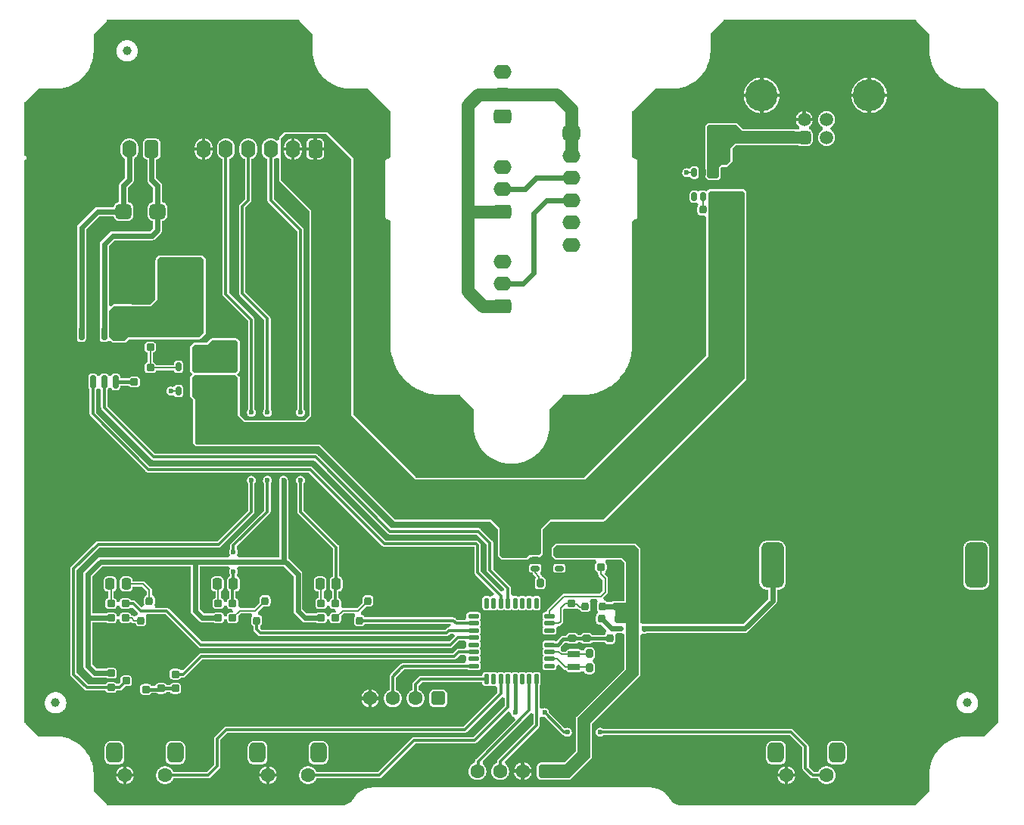
<source format=gtl>
G04*
G04 #@! TF.GenerationSoftware,Altium Limited,Altium Designer,20.1.12 (249)*
G04*
G04 Layer_Physical_Order=1*
G04 Layer_Color=25308*
%FSLAX25Y25*%
%MOIN*%
G70*
G04*
G04 #@! TF.SameCoordinates,A01A24DB-8456-4819-8E0F-2EBA4B08BD15*
G04*
G04*
G04 #@! TF.FilePolarity,Positive*
G04*
G01*
G75*
%ADD10C,0.00787*%
%ADD11C,0.01181*%
%ADD33R,0.12205X0.09449*%
%ADD46C,0.06299*%
%ADD55C,0.02362*%
G04:AMPARAMS|DCode=56|XSize=47.24mil|YSize=19.68mil|CornerRadius=4.92mil|HoleSize=0mil|Usage=FLASHONLY|Rotation=90.000|XOffset=0mil|YOffset=0mil|HoleType=Round|Shape=RoundedRectangle|*
%AMROUNDEDRECTD56*
21,1,0.04724,0.00984,0,0,90.0*
21,1,0.03740,0.01968,0,0,90.0*
1,1,0.00984,0.00492,0.01870*
1,1,0.00984,0.00492,-0.01870*
1,1,0.00984,-0.00492,-0.01870*
1,1,0.00984,-0.00492,0.01870*
%
%ADD56ROUNDEDRECTD56*%
G04:AMPARAMS|DCode=57|XSize=47.24mil|YSize=19.68mil|CornerRadius=4.92mil|HoleSize=0mil|Usage=FLASHONLY|Rotation=180.000|XOffset=0mil|YOffset=0mil|HoleType=Round|Shape=RoundedRectangle|*
%AMROUNDEDRECTD57*
21,1,0.04724,0.00984,0,0,180.0*
21,1,0.03740,0.01968,0,0,180.0*
1,1,0.00984,-0.01870,0.00492*
1,1,0.00984,0.01870,0.00492*
1,1,0.00984,0.01870,-0.00492*
1,1,0.00984,-0.01870,-0.00492*
%
%ADD57ROUNDEDRECTD57*%
G04:AMPARAMS|DCode=58|XSize=35.43mil|YSize=31.5mil|CornerRadius=7.87mil|HoleSize=0mil|Usage=FLASHONLY|Rotation=270.000|XOffset=0mil|YOffset=0mil|HoleType=Round|Shape=RoundedRectangle|*
%AMROUNDEDRECTD58*
21,1,0.03543,0.01575,0,0,270.0*
21,1,0.01968,0.03150,0,0,270.0*
1,1,0.01575,-0.00787,-0.00984*
1,1,0.01575,-0.00787,0.00984*
1,1,0.01575,0.00787,0.00984*
1,1,0.01575,0.00787,-0.00984*
%
%ADD58ROUNDEDRECTD58*%
%ADD59C,0.70000*%
G04:AMPARAMS|DCode=60|XSize=100mil|YSize=200mil|CornerRadius=25mil|HoleSize=0mil|Usage=FLASHONLY|Rotation=180.000|XOffset=0mil|YOffset=0mil|HoleType=Round|Shape=RoundedRectangle|*
%AMROUNDEDRECTD60*
21,1,0.10000,0.15000,0,0,180.0*
21,1,0.05000,0.20000,0,0,180.0*
1,1,0.05000,-0.02500,0.07500*
1,1,0.05000,0.02500,0.07500*
1,1,0.05000,0.02500,-0.07500*
1,1,0.05000,-0.02500,-0.07500*
%
%ADD60ROUNDEDRECTD60*%
%ADD61C,0.03937*%
G04:AMPARAMS|DCode=62|XSize=23.62mil|YSize=39.37mil|CornerRadius=5.91mil|HoleSize=0mil|Usage=FLASHONLY|Rotation=90.000|XOffset=0mil|YOffset=0mil|HoleType=Round|Shape=RoundedRectangle|*
%AMROUNDEDRECTD62*
21,1,0.02362,0.02756,0,0,90.0*
21,1,0.01181,0.03937,0,0,90.0*
1,1,0.01181,0.01378,0.00591*
1,1,0.01181,0.01378,-0.00591*
1,1,0.01181,-0.01378,-0.00591*
1,1,0.01181,-0.01378,0.00591*
%
%ADD62ROUNDEDRECTD62*%
G04:AMPARAMS|DCode=63|XSize=35.43mil|YSize=31.5mil|CornerRadius=7.87mil|HoleSize=0mil|Usage=FLASHONLY|Rotation=0.000|XOffset=0mil|YOffset=0mil|HoleType=Round|Shape=RoundedRectangle|*
%AMROUNDEDRECTD63*
21,1,0.03543,0.01575,0,0,0.0*
21,1,0.01968,0.03150,0,0,0.0*
1,1,0.01575,0.00984,-0.00787*
1,1,0.01575,-0.00984,-0.00787*
1,1,0.01575,-0.00984,0.00787*
1,1,0.01575,0.00984,0.00787*
%
%ADD63ROUNDEDRECTD63*%
G04:AMPARAMS|DCode=64|XSize=39.37mil|YSize=31.5mil|CornerRadius=7.87mil|HoleSize=0mil|Usage=FLASHONLY|Rotation=0.000|XOffset=0mil|YOffset=0mil|HoleType=Round|Shape=RoundedRectangle|*
%AMROUNDEDRECTD64*
21,1,0.03937,0.01575,0,0,0.0*
21,1,0.02362,0.03150,0,0,0.0*
1,1,0.01575,0.01181,-0.00787*
1,1,0.01575,-0.01181,-0.00787*
1,1,0.01575,-0.01181,0.00787*
1,1,0.01575,0.01181,0.00787*
%
%ADD64ROUNDEDRECTD64*%
G04:AMPARAMS|DCode=65|XSize=39.37mil|YSize=31.5mil|CornerRadius=7.87mil|HoleSize=0mil|Usage=FLASHONLY|Rotation=90.000|XOffset=0mil|YOffset=0mil|HoleType=Round|Shape=RoundedRectangle|*
%AMROUNDEDRECTD65*
21,1,0.03937,0.01575,0,0,90.0*
21,1,0.02362,0.03150,0,0,90.0*
1,1,0.01575,0.00787,0.01181*
1,1,0.01575,0.00787,-0.01181*
1,1,0.01575,-0.00787,-0.01181*
1,1,0.01575,-0.00787,0.01181*
%
%ADD65ROUNDEDRECTD65*%
G04:AMPARAMS|DCode=66|XSize=31.5mil|YSize=27.56mil|CornerRadius=6.89mil|HoleSize=0mil|Usage=FLASHONLY|Rotation=0.000|XOffset=0mil|YOffset=0mil|HoleType=Round|Shape=RoundedRectangle|*
%AMROUNDEDRECTD66*
21,1,0.03150,0.01378,0,0,0.0*
21,1,0.01772,0.02756,0,0,0.0*
1,1,0.01378,0.00886,-0.00689*
1,1,0.01378,-0.00886,-0.00689*
1,1,0.01378,-0.00886,0.00689*
1,1,0.01378,0.00886,0.00689*
%
%ADD66ROUNDEDRECTD66*%
G04:AMPARAMS|DCode=67|XSize=118.11mil|YSize=59.06mil|CornerRadius=14.76mil|HoleSize=0mil|Usage=FLASHONLY|Rotation=180.000|XOffset=0mil|YOffset=0mil|HoleType=Round|Shape=RoundedRectangle|*
%AMROUNDEDRECTD67*
21,1,0.11811,0.02953,0,0,180.0*
21,1,0.08858,0.05906,0,0,180.0*
1,1,0.02953,-0.04429,0.01476*
1,1,0.02953,0.04429,0.01476*
1,1,0.02953,0.04429,-0.01476*
1,1,0.02953,-0.04429,-0.01476*
%
%ADD67ROUNDEDRECTD67*%
G04:AMPARAMS|DCode=68|XSize=31.5mil|YSize=35.43mil|CornerRadius=7.87mil|HoleSize=0mil|Usage=FLASHONLY|Rotation=270.000|XOffset=0mil|YOffset=0mil|HoleType=Round|Shape=RoundedRectangle|*
%AMROUNDEDRECTD68*
21,1,0.03150,0.01968,0,0,270.0*
21,1,0.01575,0.03543,0,0,270.0*
1,1,0.01575,-0.00984,-0.00787*
1,1,0.01575,-0.00984,0.00787*
1,1,0.01575,0.00984,0.00787*
1,1,0.01575,0.00984,-0.00787*
%
%ADD68ROUNDEDRECTD68*%
G04:AMPARAMS|DCode=69|XSize=23.62mil|YSize=59.06mil|CornerRadius=5.91mil|HoleSize=0mil|Usage=FLASHONLY|Rotation=180.000|XOffset=0mil|YOffset=0mil|HoleType=Round|Shape=RoundedRectangle|*
%AMROUNDEDRECTD69*
21,1,0.02362,0.04724,0,0,180.0*
21,1,0.01181,0.05906,0,0,180.0*
1,1,0.01181,-0.00591,0.02362*
1,1,0.01181,0.00591,0.02362*
1,1,0.01181,0.00591,-0.02362*
1,1,0.01181,-0.00591,-0.02362*
%
%ADD69ROUNDEDRECTD69*%
G04:AMPARAMS|DCode=70|XSize=110.24mil|YSize=39.37mil|CornerRadius=9.84mil|HoleSize=0mil|Usage=FLASHONLY|Rotation=180.000|XOffset=0mil|YOffset=0mil|HoleType=Round|Shape=RoundedRectangle|*
%AMROUNDEDRECTD70*
21,1,0.11024,0.01968,0,0,180.0*
21,1,0.09055,0.03937,0,0,180.0*
1,1,0.01968,-0.04528,0.00984*
1,1,0.01968,0.04528,0.00984*
1,1,0.01968,0.04528,-0.00984*
1,1,0.01968,-0.04528,-0.00984*
%
%ADD70ROUNDEDRECTD70*%
G04:AMPARAMS|DCode=71|XSize=23.62mil|YSize=39.37mil|CornerRadius=5.91mil|HoleSize=0mil|Usage=FLASHONLY|Rotation=0.000|XOffset=0mil|YOffset=0mil|HoleType=Round|Shape=RoundedRectangle|*
%AMROUNDEDRECTD71*
21,1,0.02362,0.02756,0,0,0.0*
21,1,0.01181,0.03937,0,0,0.0*
1,1,0.01181,0.00591,-0.01378*
1,1,0.01181,-0.00591,-0.01378*
1,1,0.01181,-0.00591,0.01378*
1,1,0.01181,0.00591,0.01378*
%
%ADD71ROUNDEDRECTD71*%
G04:AMPARAMS|DCode=72|XSize=31.5mil|YSize=35.43mil|CornerRadius=7.87mil|HoleSize=0mil|Usage=FLASHONLY|Rotation=180.000|XOffset=0mil|YOffset=0mil|HoleType=Round|Shape=RoundedRectangle|*
%AMROUNDEDRECTD72*
21,1,0.03150,0.01968,0,0,180.0*
21,1,0.01575,0.03543,0,0,180.0*
1,1,0.01575,-0.00787,0.00984*
1,1,0.01575,0.00787,0.00984*
1,1,0.01575,0.00787,-0.00984*
1,1,0.01575,-0.00787,-0.00984*
%
%ADD72ROUNDEDRECTD72*%
G04:AMPARAMS|DCode=73|XSize=29.53mil|YSize=55.12mil|CornerRadius=7.38mil|HoleSize=0mil|Usage=FLASHONLY|Rotation=90.000|XOffset=0mil|YOffset=0mil|HoleType=Round|Shape=RoundedRectangle|*
%AMROUNDEDRECTD73*
21,1,0.02953,0.04035,0,0,90.0*
21,1,0.01476,0.05512,0,0,90.0*
1,1,0.01476,0.02018,0.00738*
1,1,0.01476,0.02018,-0.00738*
1,1,0.01476,-0.02018,-0.00738*
1,1,0.01476,-0.02018,0.00738*
%
%ADD73ROUNDEDRECTD73*%
G04:AMPARAMS|DCode=74|XSize=51.18mil|YSize=39.37mil|CornerRadius=9.84mil|HoleSize=0mil|Usage=FLASHONLY|Rotation=270.000|XOffset=0mil|YOffset=0mil|HoleType=Round|Shape=RoundedRectangle|*
%AMROUNDEDRECTD74*
21,1,0.05118,0.01968,0,0,270.0*
21,1,0.03150,0.03937,0,0,270.0*
1,1,0.01968,-0.00984,-0.01575*
1,1,0.01968,-0.00984,0.01575*
1,1,0.01968,0.00984,0.01575*
1,1,0.01968,0.00984,-0.01575*
%
%ADD74ROUNDEDRECTD74*%
G04:AMPARAMS|DCode=75|XSize=62.99mil|YSize=137.8mil|CornerRadius=15.75mil|HoleSize=0mil|Usage=FLASHONLY|Rotation=270.000|XOffset=0mil|YOffset=0mil|HoleType=Round|Shape=RoundedRectangle|*
%AMROUNDEDRECTD75*
21,1,0.06299,0.10630,0,0,270.0*
21,1,0.03150,0.13780,0,0,270.0*
1,1,0.03150,-0.05315,-0.01575*
1,1,0.03150,-0.05315,0.01575*
1,1,0.03150,0.05315,0.01575*
1,1,0.03150,0.05315,-0.01575*
%
%ADD75ROUNDEDRECTD75*%
G04:AMPARAMS|DCode=76|XSize=82.68mil|YSize=157.48mil|CornerRadius=20.67mil|HoleSize=0mil|Usage=FLASHONLY|Rotation=270.000|XOffset=0mil|YOffset=0mil|HoleType=Round|Shape=RoundedRectangle|*
%AMROUNDEDRECTD76*
21,1,0.08268,0.11614,0,0,270.0*
21,1,0.04134,0.15748,0,0,270.0*
1,1,0.04134,-0.05807,-0.02067*
1,1,0.04134,-0.05807,0.02067*
1,1,0.04134,0.05807,0.02067*
1,1,0.04134,0.05807,-0.02067*
%
%ADD76ROUNDEDRECTD76*%
G04:AMPARAMS|DCode=77|XSize=66.93mil|YSize=70.87mil|CornerRadius=16.73mil|HoleSize=0mil|Usage=FLASHONLY|Rotation=90.000|XOffset=0mil|YOffset=0mil|HoleType=Round|Shape=RoundedRectangle|*
%AMROUNDEDRECTD77*
21,1,0.06693,0.03740,0,0,90.0*
21,1,0.03347,0.07087,0,0,90.0*
1,1,0.03346,0.01870,0.01673*
1,1,0.03346,0.01870,-0.01673*
1,1,0.03346,-0.01870,-0.01673*
1,1,0.03346,-0.01870,0.01673*
%
%ADD77ROUNDEDRECTD77*%
%ADD78C,0.05512*%
%ADD79C,0.02362*%
%ADD80C,0.01575*%
%ADD81R,0.04331X0.05512*%
%ADD82O,0.07874X0.06299*%
G04:AMPARAMS|DCode=83|XSize=62.99mil|YSize=78.74mil|CornerRadius=15.75mil|HoleSize=0mil|Usage=FLASHONLY|Rotation=270.000|XOffset=0mil|YOffset=0mil|HoleType=Round|Shape=RoundedRectangle|*
%AMROUNDEDRECTD83*
21,1,0.06299,0.04724,0,0,270.0*
21,1,0.03150,0.07874,0,0,270.0*
1,1,0.03150,-0.02362,-0.01575*
1,1,0.03150,-0.02362,0.01575*
1,1,0.03150,0.02362,0.01575*
1,1,0.03150,0.02362,-0.01575*
%
%ADD83ROUNDEDRECTD83*%
%ADD84C,0.14173*%
%ADD85C,0.05906*%
G04:AMPARAMS|DCode=86|XSize=59.06mil|YSize=59.06mil|CornerRadius=14.76mil|HoleSize=0mil|Usage=FLASHONLY|Rotation=180.000|XOffset=0mil|YOffset=0mil|HoleType=Round|Shape=RoundedRectangle|*
%AMROUNDEDRECTD86*
21,1,0.05906,0.02953,0,0,180.0*
21,1,0.02953,0.05906,0,0,180.0*
1,1,0.02953,-0.01476,0.01476*
1,1,0.02953,0.01476,0.01476*
1,1,0.02953,0.01476,-0.01476*
1,1,0.02953,-0.01476,-0.01476*
%
%ADD86ROUNDEDRECTD86*%
G04:AMPARAMS|DCode=87|XSize=62.99mil|YSize=62.99mil|CornerRadius=15.75mil|HoleSize=0mil|Usage=FLASHONLY|Rotation=180.000|XOffset=0mil|YOffset=0mil|HoleType=Round|Shape=RoundedRectangle|*
%AMROUNDEDRECTD87*
21,1,0.06299,0.03150,0,0,180.0*
21,1,0.03150,0.06299,0,0,180.0*
1,1,0.03150,-0.01575,0.01575*
1,1,0.03150,0.01575,0.01575*
1,1,0.03150,0.01575,-0.01575*
1,1,0.03150,-0.01575,-0.01575*
%
%ADD87ROUNDEDRECTD87*%
G04:AMPARAMS|DCode=88|XSize=62.99mil|YSize=62.99mil|CornerRadius=15.75mil|HoleSize=0mil|Usage=FLASHONLY|Rotation=270.000|XOffset=0mil|YOffset=0mil|HoleType=Round|Shape=RoundedRectangle|*
%AMROUNDEDRECTD88*
21,1,0.06299,0.03150,0,0,270.0*
21,1,0.03150,0.06299,0,0,270.0*
1,1,0.03150,-0.01575,-0.01575*
1,1,0.03150,-0.01575,0.01575*
1,1,0.03150,0.01575,0.01575*
1,1,0.03150,0.01575,-0.01575*
%
%ADD88ROUNDEDRECTD88*%
%ADD89O,0.06299X0.07874*%
G04:AMPARAMS|DCode=90|XSize=62.99mil|YSize=78.74mil|CornerRadius=15.75mil|HoleSize=0mil|Usage=FLASHONLY|Rotation=180.000|XOffset=0mil|YOffset=0mil|HoleType=Round|Shape=RoundedRectangle|*
%AMROUNDEDRECTD90*
21,1,0.06299,0.04724,0,0,180.0*
21,1,0.03150,0.07874,0,0,180.0*
1,1,0.03150,-0.01575,0.02362*
1,1,0.03150,0.01575,0.02362*
1,1,0.03150,0.01575,-0.02362*
1,1,0.03150,-0.01575,-0.02362*
%
%ADD90ROUNDEDRECTD90*%
G04:AMPARAMS|DCode=91|XSize=70.87mil|YSize=86.61mil|CornerRadius=17.72mil|HoleSize=0mil|Usage=FLASHONLY|Rotation=180.000|XOffset=0mil|YOffset=0mil|HoleType=Round|Shape=RoundedRectangle|*
%AMROUNDEDRECTD91*
21,1,0.07087,0.05118,0,0,180.0*
21,1,0.03543,0.08661,0,0,180.0*
1,1,0.03543,-0.01772,0.02559*
1,1,0.03543,0.01772,0.02559*
1,1,0.03543,0.01772,-0.02559*
1,1,0.03543,-0.01772,-0.02559*
%
%ADD91ROUNDEDRECTD91*%
G36*
X394685Y348387D02*
X394694Y348271D01*
X394730Y348120D01*
X394790Y347977D01*
X394871Y347845D01*
X394971Y347727D01*
X400588Y342111D01*
Y334672D01*
X400587Y334646D01*
X400601Y333954D01*
X400644Y333264D01*
X400715Y332576D01*
X400815Y331891D01*
X400943Y331211D01*
X401099Y330537D01*
X401283Y329870D01*
X401494Y329211D01*
X401732Y328562D01*
X401997Y327923D01*
X402287Y327295D01*
X402604Y326680D01*
X402946Y326079D01*
X403312Y325492D01*
X403702Y324921D01*
X404116Y324366D01*
X404552Y323829D01*
X405010Y323311D01*
X405489Y322812D01*
X405988Y322333D01*
X406506Y321875D01*
X407043Y321439D01*
X407598Y321025D01*
X408169Y320635D01*
X408756Y320269D01*
X409357Y319927D01*
X409972Y319610D01*
X410600Y319319D01*
X411239Y319055D01*
X411889Y318817D01*
X412547Y318605D01*
X413214Y318422D01*
X413888Y318266D01*
X414568Y318138D01*
X415253Y318038D01*
X415941Y317967D01*
X416631Y317924D01*
X417323Y317910D01*
X417348Y317910D01*
X424788D01*
X430404Y312294D01*
X430522Y312193D01*
X430654Y312112D01*
X430797Y312053D01*
X430948Y312017D01*
X431064Y312008D01*
Y38386D01*
X430948Y38377D01*
X430797Y38340D01*
X430654Y38281D01*
X430522Y38200D01*
X430404Y38100D01*
X424788Y32483D01*
X417349D01*
X417323Y32484D01*
X416631Y32470D01*
X415941Y32427D01*
X415253Y32355D01*
X414568Y32256D01*
X413888Y32128D01*
X413214Y31972D01*
X412547Y31788D01*
X411889Y31577D01*
X411239Y31339D01*
X410600Y31074D01*
X409972Y30783D01*
X409357Y30467D01*
X408756Y30125D01*
X408169Y29759D01*
X407598Y29368D01*
X407043Y28955D01*
X406506Y28519D01*
X405988Y28061D01*
X405489Y27582D01*
X405010Y27083D01*
X404552Y26564D01*
X404116Y26027D01*
X403702Y25473D01*
X403312Y24902D01*
X402946Y24315D01*
X402604Y23713D01*
X402287Y23098D01*
X401997Y22471D01*
X401732Y21832D01*
X401494Y21182D01*
X401283Y20523D01*
X401099Y19856D01*
X400943Y19183D01*
X400815Y18503D01*
X400715Y17818D01*
X400644Y17130D01*
X400601Y16440D01*
X400587Y15748D01*
X400588Y15722D01*
Y8283D01*
X394971Y2667D01*
X394870Y2549D01*
X394790Y2417D01*
X394730Y2273D01*
X394694Y2123D01*
X394685Y2007D01*
X290954D01*
X290192Y2107D01*
X289449Y2306D01*
X288738Y2601D01*
X288072Y2985D01*
X287462Y3453D01*
X286918Y3997D01*
X286450Y4608D01*
X286258Y4941D01*
X286236Y4966D01*
X286224Y4997D01*
X285952Y5434D01*
X285884Y5507D01*
X285840Y5596D01*
X285213Y6414D01*
X285113Y6501D01*
X285039Y6611D01*
X284311Y7339D01*
X284201Y7413D01*
X284114Y7512D01*
X283297Y8139D01*
X283178Y8198D01*
X283078Y8285D01*
X282187Y8800D01*
X282061Y8843D01*
X281951Y8916D01*
X280999Y9310D01*
X280870Y9336D01*
X280751Y9395D01*
X279756Y9661D01*
X279624Y9670D01*
X279499Y9713D01*
X278477Y9847D01*
X278378Y9841D01*
X278281Y9863D01*
X277766Y9880D01*
X277733Y9875D01*
X277700Y9881D01*
X155370D01*
X155338Y9875D01*
X155305Y9880D01*
X154790Y9863D01*
X154693Y9841D01*
X154594Y9847D01*
X153572Y9713D01*
X153447Y9670D01*
X153315Y9661D01*
X152320Y9395D01*
X152201Y9336D01*
X152071Y9310D01*
X151120Y8916D01*
X151010Y8843D01*
X150884Y8800D01*
X149992Y8285D01*
X149893Y8198D01*
X149774Y8139D01*
X148957Y7512D01*
X148870Y7413D01*
X148760Y7339D01*
X148031Y6611D01*
X147958Y6501D01*
X147858Y6414D01*
X147231Y5596D01*
X147187Y5507D01*
X147119Y5434D01*
X146847Y4997D01*
X146835Y4966D01*
X146813Y4941D01*
X146621Y4608D01*
X146153Y3997D01*
X145609Y3453D01*
X144999Y2985D01*
X144333Y2601D01*
X143622Y2306D01*
X142879Y2107D01*
X142117Y2007D01*
X38386D01*
X38377Y2123D01*
X38340Y2274D01*
X38281Y2417D01*
X38200Y2549D01*
X38100Y2667D01*
X32483Y8283D01*
Y15721D01*
X32484Y15748D01*
X32469Y16440D01*
X32427Y17130D01*
X32355Y17818D01*
X32256Y18503D01*
X32128Y19183D01*
X31972Y19856D01*
X31788Y20523D01*
X31577Y21182D01*
X31339Y21832D01*
X31074Y22471D01*
X30783Y23098D01*
X30467Y23713D01*
X30125Y24315D01*
X29759Y24902D01*
X29368Y25473D01*
X28955Y26027D01*
X28519Y26564D01*
X28061Y27083D01*
X27582Y27582D01*
X27083Y28061D01*
X26564Y28519D01*
X26027Y28955D01*
X25473Y29368D01*
X24902Y29759D01*
X24315Y30125D01*
X23713Y30467D01*
X23098Y30783D01*
X22471Y31074D01*
X21832Y31339D01*
X21182Y31577D01*
X20523Y31788D01*
X19856Y31972D01*
X19183Y32128D01*
X18503Y32256D01*
X17818Y32355D01*
X17130Y32427D01*
X16440Y32470D01*
X15748Y32484D01*
X15722Y32483D01*
X8283D01*
X2667Y38100D01*
X2549Y38200D01*
X2417Y38281D01*
X2273Y38341D01*
X2123Y38377D01*
X2007Y38386D01*
Y286417D01*
X2123Y286426D01*
X2274Y286463D01*
X2417Y286522D01*
X2549Y286603D01*
X2667Y286703D01*
X2767Y286821D01*
X2848Y286953D01*
X2908Y287097D01*
X2944Y287247D01*
X2956Y287402D01*
X2944Y287556D01*
X2908Y287707D01*
X2848Y287850D01*
X2767Y287982D01*
X2667Y288100D01*
X2549Y288200D01*
X2417Y288281D01*
X2274Y288340D01*
X2123Y288377D01*
X2007Y288386D01*
Y312008D01*
X2123Y312017D01*
X2274Y312053D01*
X2417Y312112D01*
X2549Y312193D01*
X2667Y312294D01*
X8283Y317910D01*
X15721D01*
X15748Y317910D01*
X16440Y317924D01*
X17130Y317967D01*
X17818Y318038D01*
X18503Y318138D01*
X19183Y318266D01*
X19856Y318422D01*
X20523Y318605D01*
X21182Y318817D01*
X21832Y319055D01*
X22471Y319319D01*
X23098Y319610D01*
X23713Y319927D01*
X24315Y320269D01*
X24902Y320635D01*
X25473Y321025D01*
X26027Y321439D01*
X26564Y321875D01*
X27083Y322333D01*
X27582Y322812D01*
X28061Y323311D01*
X28519Y323829D01*
X28955Y324366D01*
X29368Y324921D01*
X29759Y325492D01*
X30125Y326079D01*
X30467Y326680D01*
X30783Y327295D01*
X31074Y327923D01*
X31339Y328562D01*
X31577Y329211D01*
X31788Y329870D01*
X31972Y330537D01*
X32128Y331211D01*
X32256Y331891D01*
X32355Y332576D01*
X32427Y333264D01*
X32469Y333954D01*
X32484Y334646D01*
X32483Y334671D01*
Y342111D01*
X38100Y347727D01*
X38200Y347845D01*
X38281Y347977D01*
X38340Y348120D01*
X38377Y348271D01*
X38386Y348387D01*
X123031D01*
X123041Y348271D01*
X123077Y348120D01*
X123136Y347977D01*
X123217Y347845D01*
X123318Y347727D01*
X128934Y342111D01*
Y334672D01*
X128933Y334646D01*
X128948Y333954D01*
X128991Y333264D01*
X129062Y332576D01*
X129162Y331891D01*
X129290Y331211D01*
X129446Y330537D01*
X129629Y329870D01*
X129840Y329211D01*
X130078Y328562D01*
X130343Y327923D01*
X130634Y327295D01*
X130950Y326680D01*
X131292Y326079D01*
X131659Y325492D01*
X132049Y324921D01*
X132462Y324366D01*
X132898Y323829D01*
X133356Y323311D01*
X133835Y322812D01*
X134334Y322333D01*
X134853Y321875D01*
X135390Y321439D01*
X135944Y321025D01*
X136516Y320635D01*
X137102Y320269D01*
X137704Y319927D01*
X138319Y319610D01*
X138947Y319319D01*
X139586Y319055D01*
X140235Y318817D01*
X140894Y318605D01*
X141561Y318422D01*
X142235Y318266D01*
X142915Y318138D01*
X143599Y318038D01*
X144287Y317967D01*
X144978Y317924D01*
X145669Y317910D01*
X145695Y317910D01*
X153134D01*
X162688Y308357D01*
X162805Y308256D01*
X162938Y308175D01*
X163081Y308116D01*
X163231Y308080D01*
X163383Y308068D01*
Y287875D01*
X163212Y287611D01*
X163143Y287539D01*
X162655Y287188D01*
X162205Y287012D01*
X162019Y286997D01*
X161839Y286953D01*
X161667Y286882D01*
X161508Y286785D01*
X161367Y286665D01*
X161246Y286523D01*
X161149Y286365D01*
X161078Y286193D01*
X161035Y286012D01*
X161020Y285827D01*
Y261417D01*
X161035Y261232D01*
X161078Y261051D01*
X161149Y260879D01*
X161246Y260721D01*
X161367Y260580D01*
X161508Y260459D01*
X161667Y260362D01*
X161839Y260291D01*
X162019Y260247D01*
X162205Y260233D01*
X162655Y260056D01*
X163143Y259705D01*
X163212Y259634D01*
X163383Y259369D01*
X163383Y204724D01*
X163383Y203434D01*
X163384Y203416D01*
X163383Y203397D01*
X163390Y203306D01*
X163395Y203213D01*
X163398Y203195D01*
X163400Y203177D01*
X163736Y200618D01*
X163740Y200600D01*
X163742Y200582D01*
X163760Y200491D01*
X163777Y200401D01*
X163783Y200384D01*
X163787Y200365D01*
X164455Y197873D01*
X164460Y197855D01*
X164464Y197837D01*
X164495Y197751D01*
X164524Y197663D01*
X164531Y197646D01*
X164538Y197629D01*
X165525Y195245D01*
X165533Y195228D01*
X165539Y195211D01*
X165581Y195129D01*
X165621Y195045D01*
X165631Y195030D01*
X165639Y195013D01*
X166929Y192779D01*
X166939Y192763D01*
X166948Y192747D01*
X167000Y192671D01*
X167050Y192594D01*
X167062Y192579D01*
X167072Y192564D01*
X168643Y190517D01*
X168655Y190503D01*
X168666Y190488D01*
X168728Y190419D01*
X168788Y190349D01*
X168801Y190337D01*
X168813Y190323D01*
X170638Y188498D01*
X170652Y188486D01*
X170664Y188473D01*
X170734Y188412D01*
X170803Y188351D01*
X170818Y188340D01*
X170832Y188328D01*
X172879Y186758D01*
X172895Y186747D01*
X172909Y186735D01*
X172986Y186685D01*
X173062Y186633D01*
X173078Y186624D01*
X173094Y186614D01*
X175328Y185324D01*
X175345Y185316D01*
X175361Y185306D01*
X175443Y185266D01*
X175526Y185224D01*
X175543Y185218D01*
X175560Y185210D01*
X177944Y184222D01*
X177961Y184216D01*
X177978Y184209D01*
X178066Y184180D01*
X178152Y184150D01*
X178170Y184145D01*
X178188Y184140D01*
X180680Y183472D01*
X180699Y183468D01*
X180716Y183463D01*
X180806Y183446D01*
X180897Y183427D01*
X180915Y183425D01*
X180933Y183421D01*
X183492Y183085D01*
X183510Y183083D01*
X183528Y183080D01*
X183620Y183075D01*
X183712Y183068D01*
X183731Y183069D01*
X183749Y183068D01*
X185039Y183068D01*
X193874D01*
X193895Y183046D01*
X193907Y182891D01*
X193943Y182741D01*
X194002Y182597D01*
X194083Y182465D01*
X194184Y182348D01*
X199800Y176731D01*
Y169291D01*
X199800D01*
X199814Y168600D01*
X199857Y167909D01*
X199928Y167221D01*
X200028Y166537D01*
X200156Y165857D01*
X200312Y165183D01*
X200495Y164516D01*
X200706Y163857D01*
X200944Y163208D01*
X201209Y162569D01*
X201500Y161941D01*
X201817Y161326D01*
X202158Y160724D01*
X202525Y160138D01*
X202915Y159566D01*
X203328Y159012D01*
X203765Y158475D01*
X204222Y157956D01*
X204701Y157457D01*
X205201Y156978D01*
X205719Y156520D01*
X206256Y156084D01*
X206811Y155671D01*
X207382Y155281D01*
X207969Y154914D01*
X208570Y154573D01*
X209185Y154256D01*
X209813Y153965D01*
X210452Y153700D01*
X211101Y153462D01*
X211760Y153251D01*
X212427Y153068D01*
X213101Y152912D01*
X213781Y152784D01*
X214465Y152684D01*
X215153Y152613D01*
X215844Y152570D01*
X216535Y152556D01*
X217227Y152570D01*
X217917Y152613D01*
X218605Y152684D01*
X219290Y152784D01*
X219970Y152912D01*
X220644Y153068D01*
X221311Y153251D01*
X221970Y153462D01*
X222619Y153700D01*
X223258Y153965D01*
X223886Y154256D01*
X224501Y154573D01*
X225102Y154914D01*
X225689Y155281D01*
X226260Y155671D01*
X226815Y156084D01*
X227352Y156520D01*
X227870Y156978D01*
X228369Y157457D01*
X228848Y157956D01*
X229306Y158475D01*
X229742Y159012D01*
X230156Y159566D01*
X230546Y160138D01*
X230912Y160724D01*
X231254Y161326D01*
X231571Y161941D01*
X231862Y162569D01*
X232126Y163208D01*
X232365Y163857D01*
X232575Y164516D01*
X232759Y165183D01*
X232915Y165857D01*
X233043Y166537D01*
X233143Y167221D01*
X233214Y167909D01*
X233257Y168600D01*
X233271Y169291D01*
X233271D01*
Y176756D01*
X238887Y182373D01*
X238988Y182491D01*
X239069Y182623D01*
X239128Y182766D01*
X239164Y182916D01*
X239176Y183068D01*
X248031Y183068D01*
X249322Y183068D01*
X249340Y183069D01*
X249359Y183068D01*
X249450Y183075D01*
X249542Y183080D01*
X249561Y183083D01*
X249579Y183085D01*
X252137Y183421D01*
X252155Y183425D01*
X252174Y183427D01*
X252264Y183446D01*
X252355Y183463D01*
X252372Y183468D01*
X252390Y183472D01*
X254883Y184140D01*
X254900Y184145D01*
X254918Y184150D01*
X255005Y184180D01*
X255093Y184209D01*
X255110Y184216D01*
X255127Y184222D01*
X257511Y185210D01*
X257528Y185218D01*
X257545Y185224D01*
X257627Y185266D01*
X257710Y185306D01*
X257726Y185316D01*
X257742Y185324D01*
X259977Y186614D01*
X259993Y186625D01*
X260009Y186633D01*
X260085Y186685D01*
X260162Y186735D01*
X260176Y186747D01*
X260192Y186758D01*
X262239Y188328D01*
X262253Y188340D01*
X262268Y188351D01*
X262337Y188413D01*
X262406Y188473D01*
X262419Y188486D01*
X262433Y188498D01*
X264257Y190323D01*
X264270Y190337D01*
X264283Y190349D01*
X264343Y190419D01*
X264405Y190488D01*
X264415Y190503D01*
X264427Y190517D01*
X265998Y192564D01*
X266009Y192580D01*
X266020Y192594D01*
X266071Y192671D01*
X266123Y192747D01*
X266131Y192763D01*
X266142Y192779D01*
X267432Y195013D01*
X267440Y195030D01*
X267450Y195045D01*
X267490Y195129D01*
X267531Y195211D01*
X267538Y195228D01*
X267546Y195245D01*
X268533Y197629D01*
X268539Y197646D01*
X268547Y197663D01*
X268576Y197751D01*
X268606Y197837D01*
X268610Y197855D01*
X268616Y197873D01*
X269284Y200365D01*
X269288Y200384D01*
X269293Y200401D01*
X269310Y200491D01*
X269329Y200582D01*
X269331Y200600D01*
X269334Y200618D01*
X269671Y203177D01*
X269673Y203195D01*
X269676Y203213D01*
X269681Y203306D01*
X269688Y203397D01*
X269687Y203416D01*
X269688Y203434D01*
Y204724D01*
Y259369D01*
X269859Y259634D01*
X269928Y259705D01*
X270416Y260056D01*
X270866Y260233D01*
X271052Y260247D01*
X271232Y260291D01*
X271404Y260362D01*
X271563Y260459D01*
X271704Y260580D01*
X271825Y260721D01*
X271922Y260879D01*
X271993Y261051D01*
X272036Y261232D01*
X272051Y261417D01*
Y285827D01*
X272036Y286012D01*
X271993Y286193D01*
X271922Y286365D01*
X271825Y286523D01*
X271704Y286665D01*
X271563Y286785D01*
X271404Y286882D01*
X271232Y286953D01*
X271052Y286997D01*
X270866Y287012D01*
X270416Y287188D01*
X269928Y287539D01*
X269859Y287610D01*
X269688Y287875D01*
Y308068D01*
X269840Y308080D01*
X269990Y308116D01*
X270133Y308175D01*
X270265Y308256D01*
X270383Y308357D01*
X279937Y317910D01*
X287375D01*
X287402Y317910D01*
X288093Y317924D01*
X288784Y317967D01*
X289472Y318038D01*
X290156Y318138D01*
X290836Y318266D01*
X291510Y318422D01*
X292177Y318605D01*
X292836Y318817D01*
X293485Y319055D01*
X294124Y319319D01*
X294752Y319610D01*
X295367Y319927D01*
X295968Y320269D01*
X296555Y320635D01*
X297126Y321025D01*
X297681Y321439D01*
X298218Y321875D01*
X298736Y322333D01*
X299236Y322812D01*
X299714Y323311D01*
X300172Y323829D01*
X300608Y324366D01*
X301022Y324921D01*
X301412Y325492D01*
X301779Y326079D01*
X302120Y326680D01*
X302437Y327295D01*
X302728Y327923D01*
X302993Y328562D01*
X303231Y329211D01*
X303442Y329870D01*
X303625Y330537D01*
X303781Y331211D01*
X303909Y331891D01*
X304009Y332576D01*
X304080Y333264D01*
X304123Y333954D01*
X304137Y334646D01*
X304137Y334671D01*
Y342111D01*
X309753Y347727D01*
X309854Y347845D01*
X309935Y347977D01*
X309994Y348120D01*
X310030Y348271D01*
X310039Y348387D01*
X394685Y348387D01*
D02*
G37*
%LPC*%
G36*
X47244Y339374D02*
X46873Y339359D01*
X46505Y339316D01*
X46140Y339243D01*
X45783Y339142D01*
X45435Y339014D01*
X45098Y338858D01*
X44774Y338677D01*
X44465Y338471D01*
X44173Y338241D01*
X43901Y337989D01*
X43649Y337716D01*
X43419Y337425D01*
X43213Y337116D01*
X43031Y336792D01*
X42876Y336455D01*
X42747Y336107D01*
X42647Y335749D01*
X42574Y335385D01*
X42531Y335017D01*
X42516Y334646D01*
X42531Y334275D01*
X42574Y333906D01*
X42647Y333542D01*
X42747Y333185D01*
X42876Y332836D01*
X43031Y332499D01*
X43213Y332175D01*
X43419Y331867D01*
X43649Y331575D01*
X43901Y331302D01*
X44173Y331050D01*
X44465Y330821D01*
X44774Y330614D01*
X45098Y330433D01*
X45435Y330277D01*
X45783Y330149D01*
X46140Y330048D01*
X46505Y329976D01*
X46873Y329932D01*
X47244Y329918D01*
X47615Y329932D01*
X47984Y329976D01*
X48348Y330048D01*
X48705Y330149D01*
X49053Y330277D01*
X49391Y330433D01*
X49714Y330614D01*
X50023Y330821D01*
X50315Y331050D01*
X50587Y331302D01*
X50839Y331575D01*
X51069Y331867D01*
X51275Y332175D01*
X51457Y332499D01*
X51612Y332836D01*
X51741Y333185D01*
X51841Y333542D01*
X51914Y333906D01*
X51958Y334275D01*
X51972Y334646D01*
X51958Y335017D01*
X51914Y335385D01*
X51841Y335749D01*
X51741Y336107D01*
X51612Y336455D01*
X51457Y336792D01*
X51275Y337116D01*
X51069Y337425D01*
X50839Y337716D01*
X50587Y337989D01*
X50315Y338241D01*
X50023Y338471D01*
X49714Y338677D01*
X49391Y338858D01*
X49053Y339014D01*
X48705Y339142D01*
X48348Y339243D01*
X47984Y339316D01*
X47615Y339359D01*
X47244Y339374D01*
D02*
G37*
G36*
X374882Y322835D02*
Y315787D01*
X381929D01*
X381915Y315950D01*
X381843Y316420D01*
X381743Y316885D01*
X381615Y317344D01*
X381460Y317793D01*
X381278Y318233D01*
X381070Y318661D01*
X380836Y319075D01*
X380578Y319475D01*
X380296Y319858D01*
X379991Y320224D01*
X379665Y320570D01*
X379318Y320897D01*
X378953Y321201D01*
X378570Y321483D01*
X378170Y321742D01*
X377755Y321975D01*
X377328Y322184D01*
X376888Y322366D01*
X376438Y322521D01*
X375980Y322649D01*
X375515Y322749D01*
X375044Y322820D01*
X374882Y322835D01*
D02*
G37*
G36*
X327480D02*
Y315787D01*
X334528D01*
X334513Y315950D01*
X334441Y316420D01*
X334342Y316885D01*
X334214Y317344D01*
X334059Y317793D01*
X333876Y318233D01*
X333668Y318661D01*
X333434Y319075D01*
X333176Y319475D01*
X332894Y319858D01*
X332589Y320224D01*
X332263Y320570D01*
X331917Y320897D01*
X331551Y321201D01*
X331168Y321483D01*
X330768Y321742D01*
X330354Y321975D01*
X329926Y322184D01*
X329486Y322366D01*
X329036Y322521D01*
X328578Y322649D01*
X328113Y322749D01*
X327642Y322820D01*
X327480Y322835D01*
D02*
G37*
G36*
X325905Y322835D02*
X325743Y322820D01*
X325273Y322749D01*
X324808Y322649D01*
X324349Y322521D01*
X323900Y322366D01*
X323460Y322184D01*
X323032Y321975D01*
X322618Y321742D01*
X322218Y321483D01*
X321835Y321201D01*
X321469Y320897D01*
X321123Y320570D01*
X320796Y320224D01*
X320492Y319858D01*
X320210Y319475D01*
X319951Y319075D01*
X319718Y318661D01*
X319509Y318233D01*
X319327Y317793D01*
X319172Y317344D01*
X319044Y316885D01*
X318944Y316420D01*
X318873Y315950D01*
X318858Y315787D01*
X325905D01*
Y322835D01*
D02*
G37*
G36*
X373307Y322835D02*
X373145Y322820D01*
X372674Y322749D01*
X372209Y322649D01*
X371751Y322521D01*
X371301Y322366D01*
X370861Y322184D01*
X370434Y321975D01*
X370019Y321742D01*
X369619Y321483D01*
X369236Y321201D01*
X368871Y320897D01*
X368524Y320570D01*
X368198Y320224D01*
X367893Y319858D01*
X367611Y319475D01*
X367353Y319075D01*
X367119Y318661D01*
X366911Y318233D01*
X366729Y317793D01*
X366574Y317344D01*
X366446Y316885D01*
X366346Y316420D01*
X366274Y315950D01*
X366260Y315787D01*
X373307D01*
Y322835D01*
D02*
G37*
G36*
X325905Y314213D02*
X318858D01*
X318873Y314051D01*
X318944Y313580D01*
X319044Y313115D01*
X319172Y312656D01*
X319327Y312207D01*
X319509Y311767D01*
X319718Y311339D01*
X319951Y310925D01*
X320210Y310525D01*
X320492Y310142D01*
X320796Y309776D01*
X321123Y309430D01*
X321469Y309103D01*
X321835Y308799D01*
X322218Y308517D01*
X322618Y308259D01*
X323032Y308025D01*
X323460Y307816D01*
X323900Y307634D01*
X324349Y307479D01*
X324808Y307351D01*
X325273Y307251D01*
X325743Y307180D01*
X325905Y307165D01*
Y314213D01*
D02*
G37*
G36*
X381929D02*
X374882D01*
Y307165D01*
X375044Y307180D01*
X375515Y307251D01*
X375980Y307351D01*
X376438Y307479D01*
X376888Y307634D01*
X377328Y307816D01*
X377755Y308025D01*
X378170Y308259D01*
X378570Y308517D01*
X378953Y308799D01*
X379318Y309103D01*
X379665Y309430D01*
X379991Y309776D01*
X380296Y310142D01*
X380578Y310525D01*
X380836Y310925D01*
X381070Y311339D01*
X381278Y311767D01*
X381460Y312207D01*
X381615Y312656D01*
X381743Y313115D01*
X381843Y313580D01*
X381915Y314051D01*
X381929Y314213D01*
D02*
G37*
G36*
X373307D02*
X366260D01*
X366274Y314051D01*
X366346Y313580D01*
X366446Y313115D01*
X366574Y312656D01*
X366729Y312207D01*
X366911Y311767D01*
X367119Y311339D01*
X367353Y310925D01*
X367611Y310525D01*
X367893Y310142D01*
X368198Y309776D01*
X368524Y309430D01*
X368871Y309103D01*
X369236Y308799D01*
X369619Y308517D01*
X370019Y308259D01*
X370434Y308025D01*
X370861Y307816D01*
X371301Y307634D01*
X371751Y307479D01*
X372209Y307351D01*
X372674Y307251D01*
X373145Y307180D01*
X373307Y307165D01*
Y314213D01*
D02*
G37*
G36*
X334528D02*
X327480D01*
Y307165D01*
X327642Y307180D01*
X328113Y307251D01*
X328578Y307351D01*
X329036Y307479D01*
X329486Y307634D01*
X329926Y307816D01*
X330354Y308025D01*
X330768Y308259D01*
X331168Y308517D01*
X331551Y308799D01*
X331917Y309103D01*
X332263Y309430D01*
X332589Y309776D01*
X332894Y310142D01*
X333176Y310525D01*
X333434Y310925D01*
X333668Y311339D01*
X333876Y311767D01*
X334059Y312207D01*
X334214Y312656D01*
X334342Y313115D01*
X334441Y313580D01*
X334513Y314051D01*
X334528Y314213D01*
D02*
G37*
G36*
X346260Y307987D02*
Y305118D01*
X349129D01*
X349089Y305300D01*
X348990Y305611D01*
X348865Y305913D01*
X348715Y306203D01*
X348539Y306478D01*
X348340Y306737D01*
X348120Y306978D01*
X347879Y307199D01*
X347620Y307397D01*
X347344Y307573D01*
X347055Y307724D01*
X346753Y307849D01*
X346441Y307947D01*
X346260Y307987D01*
D02*
G37*
G36*
X344685Y307987D02*
X344503Y307947D01*
X344192Y307849D01*
X343890Y307724D01*
X343601Y307573D01*
X343325Y307397D01*
X343066Y307199D01*
X342825Y306978D01*
X342605Y306737D01*
X342406Y306478D01*
X342230Y306203D01*
X342079Y305913D01*
X341954Y305611D01*
X341856Y305300D01*
X341816Y305118D01*
X344685D01*
Y307987D01*
D02*
G37*
G36*
X349129Y303543D02*
X345472D01*
X341816D01*
X341856Y303362D01*
X341954Y303050D01*
X342079Y302748D01*
X342230Y302459D01*
X342406Y302183D01*
X342605Y301924D01*
X342825Y301683D01*
X343066Y301463D01*
X343280Y301299D01*
X343319Y301082D01*
X343268Y300367D01*
X343106Y300015D01*
X343080Y300004D01*
X341224D01*
X341224Y300004D01*
X318438Y300004D01*
X315914Y302528D01*
X315794Y302626D01*
X315657Y302699D01*
X315509Y302745D01*
X315354Y302760D01*
X303543Y302760D01*
X303389Y302745D01*
X303240Y302699D01*
X303104Y302626D01*
X302984Y302528D01*
X302197Y301741D01*
X302098Y301621D01*
X302025Y301484D01*
X301980Y301336D01*
X301965Y301181D01*
X301965Y282327D01*
X301967Y282301D01*
X301967Y282276D01*
X301968Y282258D01*
Y279554D01*
X301967Y279536D01*
X301967Y279510D01*
X301965Y279484D01*
Y279134D01*
X301980Y278980D01*
X301980Y278980D01*
Y278980D01*
X302000Y278913D01*
X302025Y278831D01*
X302025Y278831D01*
X302098Y278695D01*
X302197Y278575D01*
X302984Y277787D01*
X302984Y277787D01*
X302984Y277787D01*
X303021Y277757D01*
X303104Y277689D01*
X303240Y277615D01*
X303240Y277615D01*
X303389Y277571D01*
X303389Y277571D01*
X303389Y277570D01*
X303543Y277555D01*
X303543Y277555D01*
X303543Y277555D01*
X307087Y277555D01*
X307241Y277571D01*
X307389Y277615D01*
X307526Y277689D01*
X307646Y277787D01*
X308434Y278574D01*
X308532Y278694D01*
X308605Y278831D01*
X308650Y278979D01*
X308665Y279134D01*
Y282875D01*
X309191Y283461D01*
X311139Y283461D01*
X311293Y283476D01*
X311442Y283521D01*
X311578Y283594D01*
X311698Y283693D01*
X313552Y285546D01*
X313650Y285666D01*
X313723Y285803D01*
X313768Y285951D01*
X313783Y286105D01*
X313783Y291405D01*
X315288Y292910D01*
X319488Y292910D01*
X340157Y292910D01*
X340158Y292910D01*
X343080D01*
X343247Y292840D01*
X343492Y292770D01*
X343742Y292727D01*
X343996Y292713D01*
X346949D01*
X347203Y292727D01*
X347453Y292770D01*
X347698Y292840D01*
X347933Y292937D01*
X348155Y293060D01*
X348362Y293208D01*
X348552Y293377D01*
X348722Y293567D01*
X348869Y293774D01*
X348992Y293997D01*
X349089Y294232D01*
X349159Y294476D01*
X349202Y294726D01*
X349216Y294980D01*
Y297933D01*
X349202Y298187D01*
X349159Y298438D01*
X349089Y298682D01*
X348992Y298917D01*
X348869Y299139D01*
X348722Y299347D01*
X348552Y299536D01*
X348362Y299706D01*
X348155Y299853D01*
X347933Y299976D01*
X347839Y300015D01*
X347677Y300367D01*
X347625Y301082D01*
X347665Y301299D01*
X347879Y301463D01*
X348120Y301683D01*
X348340Y301924D01*
X348539Y302183D01*
X348715Y302459D01*
X348865Y302748D01*
X348990Y303050D01*
X349089Y303362D01*
X349129Y303543D01*
D02*
G37*
G36*
X116929Y298823D02*
X116775Y298808D01*
X116626Y298762D01*
X116490Y298689D01*
X116370Y298591D01*
X114401Y296622D01*
X114303Y296502D01*
X114230Y296366D01*
X114185Y296217D01*
X114169Y296063D01*
Y295624D01*
X113813Y295357D01*
X112988Y295125D01*
X112966Y295145D01*
X112693Y295354D01*
X112403Y295539D01*
X112099Y295697D01*
X111781Y295829D01*
X111453Y295933D01*
X111117Y296007D01*
X110776Y296052D01*
X110433Y296067D01*
X110090Y296052D01*
X109749Y296007D01*
X109413Y295933D01*
X109085Y295829D01*
X108768Y295697D01*
X108463Y295539D01*
X108173Y295354D01*
X107900Y295145D01*
X107647Y294913D01*
X107414Y294659D01*
X107205Y294386D01*
X107020Y294096D01*
X106861Y293791D01*
X106730Y293474D01*
X106627Y293146D01*
X106552Y292810D01*
X106507Y292470D01*
X106492Y292126D01*
Y290551D01*
X106507Y290208D01*
X106552Y289867D01*
X106627Y289531D01*
X106730Y289203D01*
X106861Y288886D01*
X107020Y288581D01*
X107205Y288291D01*
X107414Y288018D01*
X107647Y287765D01*
X107900Y287532D01*
X108173Y287323D01*
X108463Y287138D01*
X108768Y286980D01*
X109052Y286862D01*
Y268701D01*
X109064Y268521D01*
X109099Y268343D01*
X109157Y268172D01*
X109237Y268010D01*
X109337Y267860D01*
X109457Y267724D01*
X122241Y254940D01*
Y176603D01*
X122228Y176591D01*
X122081Y176426D01*
X121953Y176246D01*
X121846Y176052D01*
X121761Y175848D01*
X121700Y175636D01*
X121663Y175418D01*
X121651Y175197D01*
X121663Y174976D01*
X121700Y174758D01*
X121761Y174546D01*
X121846Y174341D01*
X121953Y174148D01*
X122081Y173968D01*
X122228Y173803D01*
X122393Y173655D01*
X122573Y173527D01*
X122767Y173421D01*
X122971Y173336D01*
X123183Y173275D01*
X123401Y173238D01*
X123622Y173225D01*
X123843Y173238D01*
X124061Y173275D01*
X124273Y173336D01*
X124478Y173421D01*
X124671Y173527D01*
X124851Y173655D01*
X125016Y173803D01*
X125163Y173968D01*
X125292Y174148D01*
X125398Y174341D01*
X125483Y174546D01*
X125544Y174758D01*
X125581Y174976D01*
X125594Y175197D01*
X125581Y175418D01*
X125544Y175636D01*
X125483Y175848D01*
X125398Y176052D01*
X125292Y176246D01*
X125163Y176426D01*
X125016Y176591D01*
X125003Y176603D01*
Y255512D01*
X124991Y255692D01*
X124956Y255869D01*
X124898Y256040D01*
X124818Y256202D01*
X124718Y256352D01*
X124599Y256488D01*
X111814Y269273D01*
Y286862D01*
X112099Y286980D01*
X112403Y287138D01*
X112693Y287323D01*
X112966Y287532D01*
X112988Y287553D01*
X113813Y287320D01*
X114169Y287053D01*
Y277559D01*
X114185Y277405D01*
X114230Y277256D01*
X114303Y277120D01*
X114401Y277000D01*
X127555Y263845D01*
X127555Y239031D01*
X127557Y239009D01*
X127557Y238986D01*
X127557Y238976D01*
X127557Y238966D01*
X127557Y238944D01*
X127555Y238922D01*
X127555Y202818D01*
X127555Y178401D01*
X127557Y178379D01*
X127557Y178357D01*
X127557Y178347D01*
X127557Y178336D01*
X127557Y178314D01*
X127555Y178292D01*
Y173950D01*
X125263Y171657D01*
X99147Y171657D01*
X96854Y173950D01*
X96854Y175984D01*
X96854Y175984D01*
X96854Y190551D01*
X96839Y190706D01*
X96794Y190854D01*
X96721Y190991D01*
X96623Y191111D01*
X95607Y192126D01*
X96622Y193141D01*
X96721Y193261D01*
X96794Y193398D01*
X96839Y193546D01*
X96854Y193701D01*
X96854Y201181D01*
X96854Y206299D01*
X96839Y206454D01*
X96794Y206602D01*
X96721Y206739D01*
X96622Y206859D01*
X95835Y207646D01*
X95715Y207745D01*
X95578Y207818D01*
X95430Y207863D01*
X95275Y207878D01*
X84646Y207878D01*
X84491Y207863D01*
X84343Y207818D01*
X84206Y207745D01*
X84086Y207646D01*
X82349Y205909D01*
X76772Y205909D01*
X76617Y205894D01*
X76469Y205849D01*
X76332Y205776D01*
X76212Y205678D01*
X75228Y204693D01*
X75129Y204573D01*
X75056Y204437D01*
X75011Y204288D01*
X74996Y204134D01*
X74996Y193504D01*
X75011Y193350D01*
X75056Y193201D01*
X75129Y193064D01*
X75228Y192944D01*
X76046Y192126D01*
X75228Y191307D01*
X75129Y191188D01*
X75056Y191051D01*
X75011Y190902D01*
X74996Y190748D01*
X74996Y182480D01*
X75011Y182326D01*
X75056Y182177D01*
X75129Y182041D01*
X75228Y181921D01*
X76374Y180775D01*
X76374Y161811D01*
X76389Y161657D01*
X76434Y161508D01*
X76508Y161371D01*
X76606Y161251D01*
X77393Y160464D01*
X77513Y160366D01*
X77513Y160366D01*
X77581Y160330D01*
X77650Y160293D01*
X77650Y160293D01*
X77798Y160248D01*
X77952Y160233D01*
X83071Y160232D01*
X83073Y160232D01*
X131956D01*
X164795Y127393D01*
X164915Y127295D01*
X165052Y127222D01*
X165200Y127177D01*
X165354Y127162D01*
X207153Y127162D01*
X210626Y123688D01*
X210626Y112205D01*
X210641Y112050D01*
X210686Y111902D01*
X210759Y111765D01*
X210858Y111645D01*
X212039Y110464D01*
X212159Y110366D01*
X212296Y110293D01*
X212444Y110248D01*
X212598Y110232D01*
X223228D01*
X223383Y110248D01*
X223531Y110293D01*
X223668Y110366D01*
X223788Y110464D01*
X224737Y111414D01*
X225546D01*
X225572Y111416D01*
X225598Y111415D01*
X225616Y111416D01*
X226966D01*
X226968Y111417D01*
X226969Y111417D01*
X228743D01*
X228898Y111432D01*
X229046Y111477D01*
X229183Y111550D01*
X229303Y111648D01*
X230087Y112433D01*
X230185Y112553D01*
X230258Y112689D01*
X230304Y112838D01*
X230319Y112992D01*
X230319Y123688D01*
X233792Y127162D01*
X257086Y127162D01*
X257241Y127177D01*
X257389Y127222D01*
X257526Y127295D01*
X257646Y127393D01*
X319851Y189598D01*
X319949Y189718D01*
X320022Y189855D01*
X320067Y190003D01*
X320082Y190157D01*
X320083Y272047D01*
X320067Y272201D01*
X320022Y272350D01*
X320022Y272350D01*
X319949Y272487D01*
X319888Y272561D01*
X319851Y272607D01*
X319063Y273394D01*
X318944Y273492D01*
X318943Y273492D01*
X318876Y273529D01*
X318807Y273566D01*
X318807Y273566D01*
X318658Y273610D01*
X318504Y273626D01*
X303948Y273626D01*
X303876Y273619D01*
X303804Y273613D01*
X303799Y273611D01*
X303794Y273611D01*
X303725Y273590D01*
X303655Y273570D01*
X303650Y273567D01*
X303645Y273566D01*
X303582Y273532D01*
X303518Y273499D01*
X303513Y273495D01*
X303508Y273493D01*
X303453Y273447D01*
X303396Y273402D01*
X303317Y273324D01*
X302426Y272681D01*
X302219Y272749D01*
X302068Y272849D01*
X301906Y272929D01*
X301735Y272987D01*
X301558Y273023D01*
X301378Y273035D01*
X300197D01*
X300017Y273023D01*
X299839Y272987D01*
X299668Y272929D01*
X299506Y272849D01*
X299506Y272849D01*
X299029Y272630D01*
X298769D01*
X298479Y272749D01*
X298328Y272849D01*
X298328Y272849D01*
X298166Y272929D01*
X297995Y272987D01*
X297818Y273023D01*
X297638Y273035D01*
X296457D01*
X296276Y273023D01*
X296099Y272987D01*
X295928Y272929D01*
X295766Y272849D01*
X295616Y272749D01*
X295480Y272630D01*
X295361Y272494D01*
X295261Y272344D01*
X295181Y272182D01*
X295123Y272011D01*
X295088Y271834D01*
X295076Y271654D01*
Y268898D01*
X295088Y268717D01*
X295123Y268540D01*
X295181Y268369D01*
X295261Y268207D01*
X295361Y268057D01*
X295480Y267921D01*
X295616Y267802D01*
X295766Y267702D01*
X295928Y267622D01*
X296099Y267564D01*
X296276Y267529D01*
X296457Y267517D01*
X297638D01*
X297818Y267529D01*
X297995Y267564D01*
X298166Y267622D01*
X298328Y267702D01*
X298930Y266713D01*
X298927Y266705D01*
X298884Y266667D01*
X298748Y266512D01*
X298633Y266340D01*
X298542Y266155D01*
X298476Y265960D01*
X298435Y265757D01*
X298422Y265551D01*
Y263583D01*
X298435Y263377D01*
X298476Y263174D01*
X298542Y262979D01*
X298633Y262794D01*
X298748Y262622D01*
X298884Y262467D01*
X299039Y262331D01*
X299211Y262216D01*
X299396Y262125D01*
X299592Y262058D01*
X299794Y262018D01*
X300000Y262004D01*
X301575D01*
X302208Y261262D01*
X302312Y261079D01*
X302358Y260940D01*
X302358Y200328D01*
X248491Y146460D01*
X174737D01*
X146854Y174344D01*
X146854Y287008D01*
X146839Y287162D01*
X146794Y287311D01*
X146721Y287448D01*
X146623Y287567D01*
X135599Y298591D01*
X135479Y298689D01*
X135342Y298762D01*
X135194Y298808D01*
X135039Y298823D01*
X116929Y298823D01*
D02*
G37*
G36*
X355315Y308074D02*
X354989Y308060D01*
X354665Y308017D01*
X354346Y307947D01*
X354034Y307849D01*
X353733Y307724D01*
X353443Y307573D01*
X353168Y307397D01*
X352909Y307199D01*
X352668Y306978D01*
X352447Y306737D01*
X352248Y306478D01*
X352073Y306203D01*
X351922Y305913D01*
X351797Y305611D01*
X351699Y305300D01*
X351628Y304981D01*
X351586Y304657D01*
X351571Y304331D01*
X351586Y304004D01*
X351628Y303681D01*
X351699Y303362D01*
X351797Y303050D01*
X351922Y302748D01*
X352073Y302459D01*
X352248Y302183D01*
X352447Y301924D01*
X352668Y301683D01*
X352909Y301463D01*
X353168Y301264D01*
X353443Y301089D01*
X353529Y301044D01*
X353640Y300394D01*
X353529Y299744D01*
X353443Y299699D01*
X353168Y299523D01*
X352909Y299324D01*
X352668Y299104D01*
X352447Y298863D01*
X352248Y298604D01*
X352073Y298328D01*
X351922Y298039D01*
X351797Y297737D01*
X351699Y297426D01*
X351628Y297107D01*
X351586Y296783D01*
X351571Y296457D01*
X351586Y296130D01*
X351628Y295807D01*
X351699Y295488D01*
X351797Y295176D01*
X351922Y294875D01*
X352073Y294585D01*
X352248Y294309D01*
X352447Y294050D01*
X352668Y293810D01*
X352909Y293589D01*
X353168Y293390D01*
X353443Y293215D01*
X353733Y293064D01*
X354034Y292939D01*
X354346Y292841D01*
X354665Y292770D01*
X354989Y292727D01*
X355315Y292713D01*
X355641Y292727D01*
X355965Y292770D01*
X356284Y292841D01*
X356595Y292939D01*
X356897Y293064D01*
X357187Y293215D01*
X357462Y293390D01*
X357721Y293589D01*
X357962Y293810D01*
X358183Y294050D01*
X358382Y294309D01*
X358557Y294585D01*
X358708Y294875D01*
X358833Y295176D01*
X358931Y295488D01*
X359002Y295807D01*
X359044Y296130D01*
X359059Y296457D01*
X359044Y296783D01*
X359002Y297107D01*
X358931Y297426D01*
X358833Y297737D01*
X358708Y298039D01*
X358557Y298328D01*
X358382Y298604D01*
X358183Y298863D01*
X357962Y299104D01*
X357721Y299324D01*
X357462Y299523D01*
X357187Y299699D01*
X357101Y299744D01*
X356990Y300394D01*
X357101Y301044D01*
X357187Y301089D01*
X357462Y301264D01*
X357721Y301463D01*
X357962Y301683D01*
X358183Y301924D01*
X358382Y302183D01*
X358557Y302459D01*
X358708Y302748D01*
X358833Y303050D01*
X358931Y303362D01*
X359002Y303681D01*
X359044Y304004D01*
X359059Y304331D01*
X359044Y304657D01*
X359002Y304981D01*
X358931Y305300D01*
X358833Y305611D01*
X358708Y305913D01*
X358557Y306203D01*
X358382Y306478D01*
X358183Y306737D01*
X357962Y306978D01*
X357721Y307199D01*
X357462Y307397D01*
X357187Y307573D01*
X356897Y307724D01*
X356595Y307849D01*
X356284Y307947D01*
X355965Y308017D01*
X355641Y308060D01*
X355315Y308074D01*
D02*
G37*
G36*
X81693Y295984D02*
Y292126D01*
X84846D01*
Y292126D01*
X84831Y292470D01*
X84786Y292810D01*
X84712Y293146D01*
X84609Y293474D01*
X84477Y293791D01*
X84318Y294096D01*
X84134Y294386D01*
X83924Y294659D01*
X83692Y294913D01*
X83439Y295145D01*
X83166Y295354D01*
X82876Y295539D01*
X82571Y295697D01*
X82253Y295829D01*
X81925Y295933D01*
X81693Y295984D01*
D02*
G37*
G36*
X80118Y295984D02*
X79886Y295933D01*
X79558Y295829D01*
X79240Y295697D01*
X78935Y295539D01*
X78645Y295354D01*
X78372Y295145D01*
X78119Y294913D01*
X77887Y294659D01*
X77677Y294386D01*
X77493Y294096D01*
X77334Y293791D01*
X77202Y293474D01*
X77099Y293146D01*
X77025Y292810D01*
X76980Y292470D01*
X76965Y292126D01*
Y292126D01*
X80118D01*
Y295984D01*
D02*
G37*
G36*
X84846Y290551D02*
X81693D01*
Y286693D01*
X81925Y286745D01*
X82253Y286848D01*
X82571Y286980D01*
X82876Y287138D01*
X83166Y287323D01*
X83439Y287532D01*
X83692Y287765D01*
X83924Y288018D01*
X84134Y288291D01*
X84318Y288581D01*
X84477Y288886D01*
X84609Y289203D01*
X84712Y289531D01*
X84786Y289867D01*
X84831Y290208D01*
X84846Y290551D01*
D02*
G37*
G36*
X80118D02*
X76965D01*
X76980Y290208D01*
X77025Y289867D01*
X77099Y289531D01*
X77202Y289203D01*
X77334Y288886D01*
X77493Y288581D01*
X77677Y288291D01*
X77887Y288018D01*
X78119Y287765D01*
X78372Y287532D01*
X78645Y287323D01*
X78935Y287138D01*
X79240Y286980D01*
X79558Y286848D01*
X79886Y286745D01*
X80118Y286693D01*
Y290551D01*
D02*
G37*
G36*
X297638Y283664D02*
X296457D01*
X296276Y283653D01*
X296099Y283617D01*
X295928Y283559D01*
X295766Y283479D01*
X295616Y283379D01*
X295480Y283260D01*
X295361Y283124D01*
X295137Y282922D01*
X294823Y282792D01*
X294437Y282771D01*
X294140Y282828D01*
X293921Y282865D01*
X293701Y282877D01*
X293480Y282865D01*
X293262Y282828D01*
X293050Y282767D01*
X292845Y282682D01*
X292652Y282575D01*
X292472Y282447D01*
X292307Y282300D01*
X292159Y282135D01*
X292031Y281955D01*
X291924Y281761D01*
X291840Y281557D01*
X291779Y281344D01*
X291742Y281126D01*
X291729Y280906D01*
X291742Y280685D01*
X291779Y280467D01*
X291840Y280254D01*
X291924Y280050D01*
X292031Y279857D01*
X292159Y279676D01*
X292307Y279511D01*
X292472Y279364D01*
X292652Y279236D01*
X292845Y279129D01*
X293050Y279045D01*
X293262Y278983D01*
X293480Y278946D01*
X293701Y278934D01*
X293921Y278946D01*
X294140Y278983D01*
X294437Y279040D01*
X294823Y279019D01*
X295137Y278889D01*
X295361Y278687D01*
X295480Y278551D01*
X295616Y278432D01*
X295766Y278332D01*
X295928Y278252D01*
X296099Y278194D01*
X296276Y278158D01*
X296457Y278147D01*
X297638D01*
X297818Y278158D01*
X297995Y278194D01*
X298166Y278252D01*
X298328Y278332D01*
X298478Y278432D01*
X298614Y278551D01*
X298733Y278687D01*
X298834Y278837D01*
X298914Y278999D01*
X298972Y279170D01*
X299007Y279347D01*
X299019Y279528D01*
Y282283D01*
X299007Y282464D01*
X298972Y282641D01*
X298914Y282812D01*
X298834Y282974D01*
X298733Y283124D01*
X298614Y283260D01*
X298478Y283379D01*
X298328Y283479D01*
X298166Y283559D01*
X297995Y283617D01*
X297818Y283653D01*
X297638Y283664D01*
D02*
G37*
G36*
X48228Y296067D02*
X47885Y296052D01*
X47544Y296007D01*
X47208Y295933D01*
X46880Y295829D01*
X46563Y295697D01*
X46258Y295539D01*
X45968Y295354D01*
X45695Y295145D01*
X45442Y294913D01*
X45210Y294659D01*
X45000Y294386D01*
X44816Y294096D01*
X44657Y293791D01*
X44525Y293474D01*
X44422Y293146D01*
X44348Y292810D01*
X44303Y292470D01*
X44288Y292126D01*
Y290551D01*
X44303Y290208D01*
X44348Y289867D01*
X44422Y289531D01*
X44525Y289203D01*
X44657Y288886D01*
X44816Y288581D01*
X45000Y288291D01*
X45210Y288018D01*
X45442Y287765D01*
X45695Y287532D01*
X45968Y287323D01*
X46257Y287139D01*
Y278573D01*
X44275Y276591D01*
X44128Y276426D01*
X44000Y276246D01*
X43893Y276052D01*
X43808Y275848D01*
X43747Y275636D01*
X43710Y275418D01*
X43698Y275197D01*
Y267912D01*
X43523Y267902D01*
X43251Y267856D01*
X42985Y267779D01*
X42730Y267673D01*
X42488Y267540D01*
X42263Y267380D01*
X42057Y267195D01*
X41872Y266989D01*
X41712Y266764D01*
X41579Y266522D01*
X41473Y266267D01*
X41396Y266001D01*
X41354Y265751D01*
X34252D01*
X34031Y265739D01*
X33813Y265702D01*
X33601Y265640D01*
X33397Y265556D01*
X33203Y265449D01*
X33023Y265321D01*
X32858Y265174D01*
X25752Y258067D01*
X25604Y257903D01*
X25476Y257722D01*
X25369Y257529D01*
X25285Y257324D01*
X25223Y257112D01*
X25186Y256894D01*
X25174Y256673D01*
Y212343D01*
X25174Y212340D01*
Y207618D01*
X25186Y207438D01*
X25221Y207261D01*
X25279Y207090D01*
X25359Y206928D01*
X25460Y206778D01*
X25579Y206642D01*
X25714Y206523D01*
X25865Y206422D01*
X26027Y206343D01*
X26198Y206285D01*
X26375Y206249D01*
X26555Y206238D01*
X27736D01*
X27916Y206249D01*
X28094Y206285D01*
X28265Y206343D01*
X28427Y206422D01*
X28577Y206523D01*
X28713Y206642D01*
X28832Y206778D01*
X28932Y206928D01*
X29012Y207090D01*
X29070Y207261D01*
X29105Y207438D01*
X29117Y207618D01*
Y212340D01*
X29117Y212343D01*
Y255857D01*
X35069Y261808D01*
X41354D01*
X41396Y261558D01*
X41473Y261292D01*
X41579Y261037D01*
X41712Y260795D01*
X41872Y260570D01*
X42057Y260364D01*
X42263Y260179D01*
X42488Y260019D01*
X42730Y259886D01*
X42985Y259780D01*
X43251Y259704D01*
X43523Y259657D01*
X43799Y259642D01*
X47539D01*
X47815Y259657D01*
X48088Y259704D01*
X48353Y259780D01*
X48609Y259886D01*
X48851Y260019D01*
X49076Y260179D01*
X49282Y260364D01*
X49466Y260570D01*
X49626Y260795D01*
X49760Y261037D01*
X49866Y261292D01*
X49942Y261558D01*
X49988Y261830D01*
X50004Y262106D01*
Y265453D01*
X49988Y265729D01*
X49942Y266001D01*
X49866Y266267D01*
X49760Y266522D01*
X49626Y266764D01*
X49466Y266989D01*
X49282Y267195D01*
X49076Y267380D01*
X48851Y267540D01*
X48609Y267673D01*
X48353Y267779D01*
X48088Y267856D01*
X47815Y267902D01*
X47641Y267912D01*
Y274380D01*
X49622Y276362D01*
X49770Y276527D01*
X49898Y276707D01*
X50005Y276901D01*
X50089Y277105D01*
X50151Y277317D01*
X50187Y277535D01*
X50200Y277756D01*
Y287139D01*
X50489Y287323D01*
X50761Y287532D01*
X51015Y287765D01*
X51247Y288018D01*
X51456Y288291D01*
X51641Y288581D01*
X51800Y288886D01*
X51931Y289203D01*
X52035Y289531D01*
X52109Y289867D01*
X52154Y290208D01*
X52169Y290551D01*
Y292126D01*
X52154Y292470D01*
X52109Y292810D01*
X52035Y293146D01*
X51931Y293474D01*
X51800Y293791D01*
X51641Y294096D01*
X51456Y294386D01*
X51247Y294659D01*
X51015Y294913D01*
X50761Y295145D01*
X50489Y295354D01*
X50199Y295539D01*
X49894Y295697D01*
X49576Y295829D01*
X49248Y295933D01*
X48913Y296007D01*
X48572Y296052D01*
X48228Y296067D01*
D02*
G37*
G36*
X59646Y296067D02*
X56496D01*
X56231Y296052D01*
X55970Y296007D01*
X55715Y295934D01*
X55470Y295832D01*
X55237Y295704D01*
X55021Y295550D01*
X54823Y295374D01*
X54646Y295176D01*
X54493Y294959D01*
X54364Y294727D01*
X54263Y294482D01*
X54189Y294227D01*
X54145Y293966D01*
X54130Y293701D01*
Y288976D01*
X54145Y288712D01*
X54189Y288450D01*
X54263Y288195D01*
X54364Y287950D01*
X54493Y287718D01*
X54646Y287501D01*
X54823Y287303D01*
X55021Y287127D01*
X55237Y286973D01*
X55470Y286845D01*
X55715Y286743D01*
X55970Y286670D01*
X56099Y286648D01*
Y277756D01*
X56112Y277535D01*
X56149Y277317D01*
X56210Y277105D01*
X56295Y276901D01*
X56401Y276707D01*
X56529Y276527D01*
X56677Y276362D01*
X58658Y274380D01*
Y267912D01*
X58484Y267902D01*
X58211Y267856D01*
X57946Y267779D01*
X57691Y267673D01*
X57449Y267540D01*
X57223Y267380D01*
X57017Y267195D01*
X56833Y266989D01*
X56673Y266764D01*
X56539Y266522D01*
X56434Y266267D01*
X56357Y266001D01*
X56311Y265729D01*
X56295Y265453D01*
Y262106D01*
X56311Y261830D01*
X56357Y261558D01*
X56434Y261292D01*
X56539Y261037D01*
X56673Y260795D01*
X56833Y260570D01*
X57017Y260364D01*
X57223Y260179D01*
X57449Y260019D01*
X57691Y259886D01*
X57946Y259780D01*
X58211Y259704D01*
X58484Y259657D01*
X58658Y259647D01*
Y256329D01*
X57451Y255121D01*
X40945D01*
X40724Y255109D01*
X40506Y255072D01*
X40294Y255011D01*
X40089Y254926D01*
X39896Y254819D01*
X39716Y254691D01*
X39551Y254544D01*
X35752Y250745D01*
X35604Y250580D01*
X35476Y250399D01*
X35369Y250206D01*
X35285Y250002D01*
X35223Y249789D01*
X35186Y249571D01*
X35174Y249350D01*
Y212343D01*
X35174Y212340D01*
Y207618D01*
X35186Y207438D01*
X35221Y207261D01*
X35279Y207090D01*
X35359Y206928D01*
X35460Y206778D01*
X35579Y206642D01*
X35715Y206523D01*
X35865Y206422D01*
X36027Y206343D01*
X36198Y206285D01*
X36375Y206249D01*
X36555Y206238D01*
X37736D01*
X37916Y206249D01*
X38094Y206285D01*
X38265Y206343D01*
X38427Y206422D01*
X38577Y206523D01*
X38713Y206642D01*
X39498Y206834D01*
X39756Y206855D01*
X39871Y206845D01*
X40149Y206766D01*
X40795Y206129D01*
X40852Y206083D01*
X40911Y206035D01*
X40913Y206034D01*
X40916Y206032D01*
X40982Y205997D01*
X41047Y205962D01*
X41050Y205961D01*
X41053Y205960D01*
X41124Y205939D01*
X41196Y205917D01*
X41199Y205917D01*
X41202Y205916D01*
X41276Y205909D01*
X41350Y205902D01*
X46008Y205902D01*
X46163Y205917D01*
X46311Y205962D01*
X46448Y206035D01*
X46568Y206133D01*
X47938Y207504D01*
X79161Y207504D01*
X79316Y207519D01*
X79464Y207564D01*
X79601Y207637D01*
X79721Y207736D01*
X81634Y209649D01*
X81733Y209769D01*
X81806Y209906D01*
X81851Y210054D01*
X81866Y210209D01*
X81866Y242547D01*
X81851Y242702D01*
X81806Y242850D01*
X81733Y242987D01*
X81634Y243107D01*
X80517Y244224D01*
X80397Y244322D01*
X80260Y244395D01*
X80112Y244440D01*
X79958Y244456D01*
X61609Y244456D01*
X61578Y244453D01*
X61547Y244453D01*
X61501Y244445D01*
X61454Y244440D01*
X61425Y244431D01*
X61394Y244426D01*
X61351Y244409D01*
X61306Y244395D01*
X61279Y244381D01*
X61250Y244370D01*
X61210Y244344D01*
X61169Y244322D01*
X61145Y244303D01*
X61119Y244286D01*
X61085Y244253D01*
X61049Y244224D01*
X61029Y244200D01*
X61007Y244179D01*
X59951Y242944D01*
X59925Y242905D01*
X59895Y242869D01*
X59880Y242842D01*
X59863Y242816D01*
X59844Y242774D01*
X59822Y242732D01*
X59813Y242703D01*
X59800Y242674D01*
X59790Y242629D01*
X59777Y242584D01*
X59774Y242553D01*
X59767Y242523D01*
X59766Y242476D01*
X59762Y242429D01*
X59762Y224879D01*
X57403Y222833D01*
X41367Y222866D01*
X41367Y222866D01*
X41366Y222866D01*
X41289Y222858D01*
X41213Y222851D01*
X41212Y222851D01*
X41211Y222851D01*
X41136Y222828D01*
X41065Y222806D01*
X41064Y222806D01*
X41063Y222806D01*
X40994Y222769D01*
X40928Y222733D01*
X40927Y222733D01*
X40926Y222732D01*
X40867Y222684D01*
X40808Y222635D01*
X40807Y222635D01*
X40806Y222634D01*
X40209Y222036D01*
X39117Y222488D01*
Y248534D01*
X41761Y251178D01*
X58268D01*
X58489Y251190D01*
X58706Y251227D01*
X58919Y251289D01*
X59123Y251373D01*
X59317Y251480D01*
X59497Y251608D01*
X59662Y251755D01*
X62024Y254118D01*
X62171Y254282D01*
X62299Y254463D01*
X62406Y254656D01*
X62491Y254861D01*
X62552Y255073D01*
X62589Y255291D01*
X62602Y255512D01*
Y259647D01*
X62776Y259657D01*
X63048Y259704D01*
X63314Y259780D01*
X63569Y259886D01*
X63811Y260019D01*
X64037Y260179D01*
X64243Y260364D01*
X64427Y260570D01*
X64587Y260795D01*
X64720Y261037D01*
X64826Y261292D01*
X64903Y261558D01*
X64949Y261830D01*
X64964Y262106D01*
Y265453D01*
X64949Y265729D01*
X64903Y266001D01*
X64826Y266267D01*
X64720Y266522D01*
X64587Y266764D01*
X64427Y266989D01*
X64243Y267195D01*
X64037Y267380D01*
X63811Y267540D01*
X63569Y267673D01*
X63314Y267779D01*
X63048Y267856D01*
X62776Y267902D01*
X62602Y267912D01*
Y275197D01*
X62589Y275418D01*
X62552Y275636D01*
X62491Y275848D01*
X62406Y276052D01*
X62299Y276246D01*
X62171Y276426D01*
X62024Y276591D01*
X60043Y278573D01*
Y286648D01*
X60172Y286670D01*
X60427Y286743D01*
X60672Y286845D01*
X60904Y286973D01*
X61121Y287127D01*
X61319Y287303D01*
X61495Y287501D01*
X61649Y287718D01*
X61777Y287950D01*
X61879Y288195D01*
X61952Y288450D01*
X61997Y288712D01*
X62012Y288976D01*
Y293701D01*
X61997Y293966D01*
X61952Y294227D01*
X61879Y294482D01*
X61777Y294727D01*
X61649Y294959D01*
X61495Y295176D01*
X61319Y295374D01*
X61121Y295550D01*
X60904Y295704D01*
X60672Y295832D01*
X60427Y295934D01*
X60172Y296007D01*
X59911Y296052D01*
X59646Y296067D01*
D02*
G37*
G36*
X58465Y206303D02*
X56496D01*
X56290Y206289D01*
X56088Y206249D01*
X55892Y206182D01*
X55707Y206091D01*
X55535Y205976D01*
X55380Y205840D01*
X55244Y205685D01*
X55129Y205514D01*
X55038Y205328D01*
X54972Y205133D01*
X54931Y204930D01*
X54918Y204724D01*
Y203150D01*
X54931Y202944D01*
X54972Y202741D01*
X55038Y202546D01*
X55129Y202361D01*
X55244Y202189D01*
X55380Y202034D01*
X55535Y201898D01*
X55707Y201783D01*
X55892Y201692D01*
X56088Y201625D01*
X56290Y201585D01*
X56296Y201585D01*
Y197234D01*
X56290Y197234D01*
X56088Y197194D01*
X55892Y197127D01*
X55707Y197036D01*
X55535Y196921D01*
X55380Y196785D01*
X55244Y196630D01*
X55129Y196458D01*
X55038Y196273D01*
X54972Y196078D01*
X54931Y195875D01*
X54918Y195669D01*
Y194095D01*
X54931Y193888D01*
X54972Y193686D01*
X55038Y193491D01*
X55129Y193305D01*
X55244Y193134D01*
X55380Y192979D01*
X55535Y192842D01*
X55707Y192728D01*
X55892Y192636D01*
X56088Y192570D01*
X56290Y192530D01*
X56496Y192516D01*
X58465D01*
X58671Y192530D01*
X58873Y192570D01*
X59069Y192636D01*
X59254Y192728D01*
X59425Y192842D01*
X59580Y192979D01*
X59717Y193134D01*
X59831Y193305D01*
X59923Y193491D01*
X59989Y193686D01*
X59991Y193697D01*
X67926D01*
X67958Y193540D01*
X68015Y193369D01*
X68095Y193207D01*
X68196Y193057D01*
X68315Y192921D01*
X68451Y192802D01*
X68601Y192702D01*
X68763Y192622D01*
X68934Y192564D01*
X69111Y192528D01*
X69291Y192517D01*
X70472D01*
X70653Y192528D01*
X70830Y192564D01*
X71001Y192622D01*
X71163Y192702D01*
X71313Y192802D01*
X71449Y192921D01*
X71568Y193057D01*
X71668Y193207D01*
X71748Y193369D01*
X71806Y193540D01*
X71842Y193717D01*
X71853Y193898D01*
Y196653D01*
X71842Y196834D01*
X71806Y197011D01*
X71748Y197182D01*
X71668Y197344D01*
X71568Y197494D01*
X71449Y197630D01*
X71313Y197749D01*
X71163Y197849D01*
X71001Y197929D01*
X70830Y197987D01*
X70653Y198023D01*
X70472Y198034D01*
X69291D01*
X69111Y198023D01*
X68934Y197987D01*
X68763Y197929D01*
X68601Y197849D01*
X68451Y197749D01*
X68315Y197630D01*
X68196Y197494D01*
X68095Y197344D01*
X68015Y197182D01*
X67958Y197011D01*
X67922Y196834D01*
X67910Y196653D01*
Y196067D01*
X59991D01*
X59989Y196078D01*
X59923Y196273D01*
X59831Y196458D01*
X59717Y196630D01*
X59580Y196785D01*
X59425Y196921D01*
X59254Y197036D01*
X59069Y197127D01*
X58873Y197194D01*
X58671Y197234D01*
X58665Y197234D01*
Y201585D01*
X58671Y201585D01*
X58873Y201625D01*
X59069Y201692D01*
X59254Y201783D01*
X59425Y201898D01*
X59580Y202034D01*
X59717Y202189D01*
X59831Y202361D01*
X59923Y202546D01*
X59989Y202741D01*
X60029Y202944D01*
X60043Y203150D01*
Y204724D01*
X60029Y204930D01*
X59989Y205133D01*
X59923Y205328D01*
X59831Y205514D01*
X59717Y205685D01*
X59580Y205840D01*
X59425Y205976D01*
X59254Y206091D01*
X59069Y206182D01*
X58873Y206249D01*
X58671Y206289D01*
X58465Y206303D01*
D02*
G37*
G36*
X42736Y192464D02*
X41555D01*
X41375Y192452D01*
X41198Y192417D01*
X41027Y192359D01*
X40865Y192279D01*
X40714Y192178D01*
X40579Y192059D01*
X40460Y191924D01*
X40359Y191773D01*
X40279Y191611D01*
X40221Y191440D01*
X39070D01*
X39012Y191611D01*
X38932Y191773D01*
X38832Y191924D01*
X38713Y192059D01*
X38577Y192178D01*
X38427Y192279D01*
X38265Y192359D01*
X38094Y192417D01*
X37916Y192452D01*
X37736Y192464D01*
X36555D01*
X36375Y192452D01*
X36198Y192417D01*
X36027Y192359D01*
X35865Y192279D01*
X35715Y192178D01*
X35579Y192059D01*
X35460Y191924D01*
X35359Y191773D01*
X35279Y191611D01*
X35221Y191440D01*
X34070D01*
X34012Y191611D01*
X33932Y191773D01*
X33832Y191924D01*
X33713Y192059D01*
X33577Y192178D01*
X33427Y192279D01*
X33265Y192359D01*
X33094Y192417D01*
X32917Y192452D01*
X32736Y192464D01*
X31555D01*
X31375Y192452D01*
X31198Y192417D01*
X31027Y192359D01*
X30865Y192279D01*
X30714Y192178D01*
X30579Y192059D01*
X30460Y191924D01*
X30359Y191773D01*
X30279Y191611D01*
X30221Y191440D01*
X30186Y191263D01*
X30174Y191083D01*
Y186359D01*
X30186Y186178D01*
X30221Y186001D01*
X30279Y185830D01*
X30359Y185668D01*
X30460Y185518D01*
X30579Y185382D01*
X30714Y185263D01*
X30765Y185229D01*
Y174547D01*
X30777Y174367D01*
X30812Y174190D01*
X30870Y174019D01*
X30950Y173857D01*
X31050Y173707D01*
X31169Y173571D01*
X55717Y149024D01*
X55852Y148904D01*
X56002Y148804D01*
X56164Y148724D01*
X56336Y148666D01*
X56513Y148631D01*
X56693Y148619D01*
X127381D01*
X159653Y116346D01*
X159789Y116227D01*
X159940Y116127D01*
X160101Y116047D01*
X160273Y115989D01*
X160450Y115954D01*
X160630Y115942D01*
X200194D01*
Y104724D01*
X200206Y104544D01*
X200241Y104367D01*
X200299Y104196D01*
X200379Y104034D01*
X200479Y103884D01*
X200598Y103748D01*
X208871Y95476D01*
X208382Y94294D01*
X208170D01*
X208002Y94283D01*
X207838Y94251D01*
X207679Y94197D01*
X207528Y94123D01*
X207389Y94029D01*
X207217Y93919D01*
X206957D01*
X206785Y94029D01*
X206645Y94123D01*
X206495Y94197D01*
X206336Y94251D01*
X206172Y94283D01*
X206004Y94294D01*
X205020D01*
X204853Y94283D01*
X204688Y94251D01*
X204529Y94197D01*
X204379Y94123D01*
X204239Y94029D01*
X204113Y93919D01*
X204003Y93793D01*
X203909Y93653D01*
X203835Y93503D01*
X203781Y93344D01*
X203749Y93180D01*
X203738Y93012D01*
Y89272D01*
X203749Y89105D01*
X203781Y88940D01*
X203835Y88781D01*
X203909Y88631D01*
X204003Y88491D01*
X204113Y88365D01*
X204239Y88255D01*
X204379Y88161D01*
X204529Y88087D01*
X204688Y88033D01*
X204853Y88001D01*
X205020Y87990D01*
X206004D01*
X206172Y88001D01*
X206336Y88033D01*
X206495Y88087D01*
X206645Y88161D01*
X206785Y88255D01*
X206957Y88365D01*
X207217D01*
X207389Y88255D01*
X207528Y88161D01*
X207679Y88087D01*
X207838Y88033D01*
X208002Y88001D01*
X208170Y87990D01*
X209154D01*
X209321Y88001D01*
X209486Y88033D01*
X209645Y88087D01*
X209795Y88161D01*
X209934Y88255D01*
X210106Y88365D01*
X210367D01*
X210539Y88255D01*
X210678Y88161D01*
X210828Y88087D01*
X210987Y88033D01*
X211152Y88001D01*
X211319Y87990D01*
X212303D01*
X212471Y88001D01*
X212635Y88033D01*
X212794Y88087D01*
X212945Y88161D01*
X213084Y88255D01*
X213256Y88365D01*
X213516D01*
X213688Y88255D01*
X213828Y88161D01*
X213978Y88087D01*
X214137Y88033D01*
X214301Y88001D01*
X214469Y87990D01*
X215453D01*
X215620Y88001D01*
X215785Y88033D01*
X215944Y88087D01*
X216094Y88161D01*
X216234Y88255D01*
X216405Y88365D01*
X216666D01*
X216838Y88255D01*
X216977Y88161D01*
X217128Y88087D01*
X217286Y88033D01*
X217451Y88001D01*
X217618Y87990D01*
X218603D01*
X218770Y88001D01*
X218935Y88033D01*
X219093Y88087D01*
X219244Y88161D01*
X219383Y88255D01*
X219555Y88365D01*
X219816D01*
X219987Y88255D01*
X220127Y88161D01*
X220277Y88087D01*
X220436Y88033D01*
X220601Y88001D01*
X220768Y87990D01*
X221752D01*
X221920Y88001D01*
X222084Y88033D01*
X222243Y88087D01*
X222393Y88161D01*
X222533Y88255D01*
X222705Y88365D01*
X222965D01*
X223137Y88255D01*
X223276Y88161D01*
X223427Y88087D01*
X223586Y88033D01*
X223750Y88001D01*
X223918Y87990D01*
X224902D01*
X225069Y88001D01*
X225234Y88033D01*
X225393Y88087D01*
X225543Y88161D01*
X225682Y88255D01*
X225854Y88365D01*
X226115D01*
X226287Y88255D01*
X226426Y88161D01*
X226576Y88087D01*
X226735Y88033D01*
X226900Y88001D01*
X227067Y87990D01*
X228051D01*
X228219Y88001D01*
X228383Y88033D01*
X228542Y88087D01*
X228693Y88161D01*
X228832Y88255D01*
X228958Y88365D01*
X229069Y88491D01*
X229162Y88631D01*
X229236Y88781D01*
X229290Y88940D01*
X229323Y89105D01*
X229334Y89272D01*
Y93012D01*
X229323Y93180D01*
X229290Y93344D01*
X229236Y93503D01*
X229162Y93653D01*
X229069Y93793D01*
X228958Y93919D01*
X228832Y94029D01*
X228693Y94123D01*
X228542Y94197D01*
X228383Y94251D01*
X228219Y94283D01*
X228051Y94294D01*
X227067D01*
X226900Y94283D01*
X226735Y94251D01*
X226576Y94197D01*
X226426Y94123D01*
X226287Y94029D01*
X226115Y93919D01*
X225854D01*
X225682Y94029D01*
X225543Y94123D01*
X225393Y94197D01*
X225234Y94251D01*
X225069Y94283D01*
X224902Y94294D01*
X223918D01*
X223750Y94283D01*
X223586Y94251D01*
X223427Y94197D01*
X223276Y94123D01*
X223137Y94029D01*
X222965Y93919D01*
X222705D01*
X222533Y94029D01*
X222393Y94123D01*
X222243Y94197D01*
X222084Y94251D01*
X221920Y94283D01*
X221752Y94294D01*
X220768D01*
X220601Y94283D01*
X220436Y94251D01*
X220277Y94197D01*
X220127Y94123D01*
X219987Y94029D01*
X219816Y93919D01*
X219555D01*
X219383Y94029D01*
X219244Y94123D01*
X219093Y94197D01*
X218935Y94251D01*
X218770Y94283D01*
X218603Y94294D01*
X217618D01*
X217523Y94288D01*
X217426Y94298D01*
X216582Y94792D01*
X216462Y94922D01*
X216342Y95109D01*
Y97637D01*
X216330Y97818D01*
X216295Y97995D01*
X216237Y98166D01*
X216157Y98328D01*
X216056Y98478D01*
X215937Y98614D01*
X208468Y106084D01*
Y117717D01*
X208456Y117897D01*
X208420Y118074D01*
X208362Y118245D01*
X208282Y118407D01*
X208182Y118557D01*
X208063Y118693D01*
X202945Y123811D01*
X202809Y123930D01*
X202659Y124031D01*
X202497Y124110D01*
X202326Y124169D01*
X202149Y124204D01*
X201969Y124216D01*
X163564D01*
X131291Y156488D01*
X131156Y156607D01*
X131005Y156708D01*
X130843Y156788D01*
X130672Y156846D01*
X130495Y156881D01*
X130315Y156893D01*
X59627D01*
X38527Y177993D01*
Y185229D01*
X38577Y185263D01*
X38713Y185382D01*
X38832Y185518D01*
X38932Y185668D01*
X39012Y185830D01*
X39070Y186001D01*
X40221D01*
X40279Y185830D01*
X40359Y185668D01*
X40460Y185518D01*
X40579Y185382D01*
X40714Y185263D01*
X40865Y185163D01*
X41027Y185083D01*
X41198Y185025D01*
X41375Y184990D01*
X41555Y184978D01*
X42736D01*
X42917Y184990D01*
X43094Y185025D01*
X43265Y185083D01*
X43427Y185163D01*
X43577Y185263D01*
X43713Y185382D01*
X43832Y185518D01*
X43932Y185668D01*
X44012Y185830D01*
X44070Y186001D01*
X44105Y186178D01*
X44117Y186359D01*
Y187143D01*
X47975D01*
X48043Y187006D01*
X48157Y186835D01*
X48294Y186679D01*
X48449Y186543D01*
X48620Y186428D01*
X48805Y186337D01*
X49001Y186271D01*
X49204Y186231D01*
X49409Y186217D01*
X51378D01*
X51584Y186231D01*
X51786Y186271D01*
X51982Y186337D01*
X52167Y186428D01*
X52339Y186543D01*
X52494Y186679D01*
X52630Y186835D01*
X52745Y187006D01*
X52836Y187191D01*
X52902Y187387D01*
X52943Y187589D01*
X52956Y187795D01*
Y189370D01*
X52943Y189576D01*
X52902Y189778D01*
X52836Y189974D01*
X52745Y190159D01*
X52630Y190331D01*
X52494Y190486D01*
X52339Y190622D01*
X52167Y190737D01*
X51982Y190828D01*
X51786Y190894D01*
X51584Y190935D01*
X51378Y190948D01*
X49409D01*
X49204Y190935D01*
X49001Y190894D01*
X48805Y190828D01*
X48620Y190737D01*
X48449Y190622D01*
X48294Y190486D01*
X48157Y190331D01*
X48136Y190299D01*
X44117D01*
Y191083D01*
X44105Y191263D01*
X44070Y191440D01*
X44012Y191611D01*
X43932Y191773D01*
X43832Y191924D01*
X43713Y192059D01*
X43577Y192178D01*
X43427Y192279D01*
X43265Y192359D01*
X43094Y192417D01*
X42917Y192452D01*
X42736Y192464D01*
D02*
G37*
G36*
X70472Y187405D02*
X69291D01*
X69111Y187393D01*
X68934Y187357D01*
X68763Y187299D01*
X68601Y187220D01*
X68451Y187119D01*
X68315Y187000D01*
X68196Y186864D01*
X67971Y186663D01*
X67657Y186532D01*
X67272Y186511D01*
X66974Y186568D01*
X66756Y186605D01*
X66535Y186617D01*
X66315Y186605D01*
X66097Y186568D01*
X65884Y186507D01*
X65680Y186422D01*
X65487Y186315D01*
X65306Y186187D01*
X65141Y186040D01*
X64994Y185875D01*
X64866Y185695D01*
X64759Y185501D01*
X64675Y185297D01*
X64613Y185084D01*
X64576Y184866D01*
X64564Y184646D01*
X64576Y184425D01*
X64613Y184207D01*
X64675Y183994D01*
X64759Y183790D01*
X64866Y183597D01*
X64994Y183416D01*
X65141Y183252D01*
X65306Y183104D01*
X65487Y182976D01*
X65680Y182869D01*
X65884Y182785D01*
X66097Y182723D01*
X66315Y182686D01*
X66535Y182674D01*
X66756Y182686D01*
X66974Y182723D01*
X67272Y182780D01*
X67657Y182759D01*
X67971Y182629D01*
X68196Y182427D01*
X68315Y182291D01*
X68451Y182172D01*
X68601Y182072D01*
X68763Y181992D01*
X68934Y181934D01*
X69111Y181899D01*
X69291Y181887D01*
X70472D01*
X70653Y181899D01*
X70830Y181934D01*
X71001Y181992D01*
X71163Y182072D01*
X71313Y182172D01*
X71449Y182291D01*
X71568Y182427D01*
X71668Y182577D01*
X71748Y182739D01*
X71806Y182910D01*
X71842Y183088D01*
X71853Y183268D01*
Y186024D01*
X71842Y186204D01*
X71806Y186381D01*
X71748Y186552D01*
X71668Y186714D01*
X71568Y186864D01*
X71449Y187000D01*
X71313Y187119D01*
X71163Y187220D01*
X71001Y187299D01*
X70830Y187357D01*
X70653Y187393D01*
X70472Y187405D01*
D02*
G37*
G36*
X100591Y296067D02*
X100247Y296052D01*
X99906Y296007D01*
X99571Y295933D01*
X99243Y295829D01*
X98925Y295697D01*
X98620Y295539D01*
X98330Y295354D01*
X98058Y295145D01*
X97804Y294913D01*
X97572Y294659D01*
X97363Y294386D01*
X97178Y294096D01*
X97019Y293791D01*
X96887Y293474D01*
X96784Y293146D01*
X96710Y292810D01*
X96665Y292470D01*
X96650Y292126D01*
Y290551D01*
X96665Y290208D01*
X96710Y289867D01*
X96784Y289531D01*
X96887Y289203D01*
X97019Y288886D01*
X97178Y288581D01*
X97363Y288291D01*
X97572Y288018D01*
X97804Y287765D01*
X98058Y287532D01*
X98330Y287323D01*
X98620Y287138D01*
X98925Y286980D01*
X99210Y286862D01*
Y269273D01*
X97055Y267118D01*
X96936Y266982D01*
X96836Y266832D01*
X96756Y266670D01*
X96698Y266499D01*
X96662Y266322D01*
X96651Y266142D01*
Y227559D01*
X96662Y227379D01*
X96698Y227202D01*
X96756Y227031D01*
X96836Y226869D01*
X96936Y226718D01*
X97055Y226583D01*
X107674Y215964D01*
Y176603D01*
X107661Y176591D01*
X107514Y176426D01*
X107386Y176246D01*
X107279Y176052D01*
X107194Y175848D01*
X107133Y175636D01*
X107096Y175418D01*
X107083Y175197D01*
X107096Y174976D01*
X107133Y174758D01*
X107194Y174546D01*
X107279Y174341D01*
X107386Y174148D01*
X107514Y173968D01*
X107661Y173803D01*
X107826Y173655D01*
X108006Y173527D01*
X108200Y173421D01*
X108404Y173336D01*
X108616Y173275D01*
X108834Y173238D01*
X109055Y173225D01*
X109276Y173238D01*
X109494Y173275D01*
X109706Y173336D01*
X109911Y173421D01*
X110104Y173527D01*
X110284Y173655D01*
X110449Y173803D01*
X110597Y173968D01*
X110724Y174148D01*
X110831Y174341D01*
X110916Y174546D01*
X110977Y174758D01*
X111014Y174976D01*
X111027Y175197D01*
X111014Y175418D01*
X110977Y175636D01*
X110916Y175848D01*
X110831Y176052D01*
X110724Y176246D01*
X110597Y176426D01*
X110449Y176591D01*
X110436Y176603D01*
Y216535D01*
X110424Y216716D01*
X110389Y216893D01*
X110331Y217064D01*
X110251Y217226D01*
X110151Y217376D01*
X110032Y217512D01*
X99412Y228131D01*
Y265570D01*
X101567Y267724D01*
X101686Y267860D01*
X101786Y268010D01*
X101866Y268172D01*
X101924Y268343D01*
X101960Y268520D01*
X101971Y268701D01*
Y286862D01*
X102256Y286980D01*
X102561Y287138D01*
X102851Y287323D01*
X103124Y287532D01*
X103377Y287765D01*
X103609Y288018D01*
X103819Y288291D01*
X104003Y288581D01*
X104162Y288886D01*
X104294Y289203D01*
X104397Y289531D01*
X104471Y289867D01*
X104516Y290208D01*
X104531Y290551D01*
Y292126D01*
X104516Y292470D01*
X104471Y292810D01*
X104397Y293146D01*
X104294Y293474D01*
X104162Y293791D01*
X104003Y294096D01*
X103819Y294386D01*
X103609Y294659D01*
X103377Y294913D01*
X103124Y295145D01*
X102851Y295354D01*
X102561Y295539D01*
X102256Y295697D01*
X101938Y295829D01*
X101611Y295933D01*
X101275Y296007D01*
X100934Y296052D01*
X100591Y296067D01*
D02*
G37*
G36*
X90748D02*
X90405Y296052D01*
X90064Y296007D01*
X89728Y295933D01*
X89400Y295829D01*
X89083Y295697D01*
X88778Y295539D01*
X88488Y295354D01*
X88215Y295145D01*
X87962Y294913D01*
X87729Y294659D01*
X87520Y294386D01*
X87335Y294096D01*
X87177Y293791D01*
X87045Y293474D01*
X86942Y293146D01*
X86867Y292810D01*
X86822Y292470D01*
X86807Y292126D01*
Y290551D01*
X86822Y290208D01*
X86867Y289867D01*
X86942Y289531D01*
X87045Y289203D01*
X87177Y288886D01*
X87335Y288581D01*
X87520Y288291D01*
X87729Y288018D01*
X87962Y287765D01*
X88215Y287532D01*
X88488Y287323D01*
X88778Y287138D01*
X89083Y286980D01*
X89367Y286862D01*
Y227362D01*
X89379Y227182D01*
X89414Y227005D01*
X89472Y226834D01*
X89552Y226672D01*
X89653Y226522D01*
X89772Y226386D01*
X100588Y215570D01*
Y176603D01*
X100574Y176591D01*
X100427Y176426D01*
X100299Y176246D01*
X100192Y176052D01*
X100108Y175848D01*
X100046Y175636D01*
X100009Y175418D01*
X99997Y175197D01*
X100009Y174976D01*
X100046Y174758D01*
X100108Y174546D01*
X100192Y174341D01*
X100299Y174148D01*
X100427Y173968D01*
X100574Y173803D01*
X100739Y173655D01*
X100920Y173527D01*
X101113Y173421D01*
X101317Y173336D01*
X101530Y173275D01*
X101748Y173238D01*
X101969Y173225D01*
X102189Y173238D01*
X102407Y173275D01*
X102620Y173336D01*
X102824Y173421D01*
X103017Y173527D01*
X103198Y173655D01*
X103363Y173803D01*
X103510Y173968D01*
X103638Y174148D01*
X103745Y174341D01*
X103830Y174546D01*
X103891Y174758D01*
X103928Y174976D01*
X103940Y175197D01*
X103928Y175418D01*
X103891Y175636D01*
X103830Y175848D01*
X103745Y176052D01*
X103638Y176246D01*
X103510Y176426D01*
X103363Y176591D01*
X103349Y176603D01*
Y216142D01*
X103338Y216322D01*
X103302Y216499D01*
X103244Y216670D01*
X103164Y216832D01*
X103064Y216982D01*
X102945Y217118D01*
X92129Y227934D01*
Y286862D01*
X92414Y286980D01*
X92718Y287138D01*
X93008Y287323D01*
X93281Y287532D01*
X93535Y287765D01*
X93767Y288018D01*
X93976Y288291D01*
X94161Y288581D01*
X94320Y288886D01*
X94451Y289203D01*
X94555Y289531D01*
X94629Y289867D01*
X94674Y290208D01*
X94689Y290551D01*
Y292126D01*
X94674Y292470D01*
X94629Y292810D01*
X94555Y293146D01*
X94451Y293474D01*
X94320Y293791D01*
X94161Y294096D01*
X93976Y294386D01*
X93767Y294659D01*
X93535Y294913D01*
X93281Y295145D01*
X93008Y295354D01*
X92718Y295539D01*
X92414Y295697D01*
X92096Y295829D01*
X91768Y295933D01*
X91432Y296007D01*
X91092Y296052D01*
X90748Y296067D01*
D02*
G37*
G36*
X238976Y108467D02*
X236221D01*
X236040Y108456D01*
X235863Y108421D01*
X235692Y108362D01*
X235530Y108282D01*
X235380Y108182D01*
X235244Y108063D01*
X235125Y107927D01*
X235025Y107777D01*
X234945Y107615D01*
X234887Y107444D01*
X234851Y107267D01*
X234840Y107087D01*
Y105905D01*
X234851Y105725D01*
X234887Y105548D01*
X234945Y105377D01*
X235025Y105215D01*
X235125Y105065D01*
X235244Y104929D01*
X235380Y104810D01*
X235530Y104710D01*
X235692Y104630D01*
X235863Y104572D01*
X236040Y104536D01*
X236221Y104525D01*
X238976D01*
X239157Y104536D01*
X239334Y104572D01*
X239505Y104630D01*
X239667Y104710D01*
X239817Y104810D01*
X239953Y104929D01*
X240072Y105065D01*
X240172Y105215D01*
X240252Y105377D01*
X240310Y105548D01*
X240346Y105725D01*
X240357Y105905D01*
Y107087D01*
X240346Y107267D01*
X240310Y107444D01*
X240252Y107615D01*
X240172Y107777D01*
X240072Y107927D01*
X239953Y108063D01*
X239817Y108182D01*
X239667Y108282D01*
X239505Y108362D01*
X239334Y108421D01*
X239157Y108456D01*
X238976Y108467D01*
D02*
G37*
G36*
X228346D02*
X225590D01*
X225410Y108456D01*
X225233Y108421D01*
X225062Y108362D01*
X224900Y108282D01*
X224750Y108182D01*
X224614Y108063D01*
X224495Y107927D01*
X224395Y107777D01*
X224315Y107615D01*
X224257Y107444D01*
X224221Y107267D01*
X224210Y107087D01*
Y105905D01*
X224221Y105725D01*
X224257Y105548D01*
X224315Y105377D01*
X224395Y105215D01*
X224495Y105065D01*
X224614Y104929D01*
X224750Y104810D01*
X224900Y104710D01*
X225062Y104630D01*
X225233Y104572D01*
X225410Y104536D01*
X225590Y104525D01*
X225784D01*
X225798Y104342D01*
X225842Y104162D01*
X225913Y103990D01*
X226010Y103831D01*
X226131Y103690D01*
X226550Y103271D01*
X227231Y102297D01*
X227094Y102142D01*
X226980Y101970D01*
X226888Y101785D01*
X226822Y101590D01*
X226782Y101387D01*
X226768Y101181D01*
Y98819D01*
X226782Y98613D01*
X226822Y98410D01*
X226888Y98215D01*
X226980Y98030D01*
X227094Y97858D01*
X227231Y97703D01*
X227386Y97567D01*
X227557Y97452D01*
X227743Y97361D01*
X227938Y97294D01*
X228140Y97254D01*
X228346Y97241D01*
X229921D01*
X230127Y97254D01*
X230330Y97294D01*
X230525Y97361D01*
X230710Y97452D01*
X230882Y97567D01*
X231037Y97703D01*
X231173Y97858D01*
X231288Y98030D01*
X231379Y98215D01*
X231446Y98410D01*
X231486Y98613D01*
X231499Y98819D01*
Y101181D01*
X231486Y101387D01*
X231446Y101590D01*
X231379Y101785D01*
X231288Y101970D01*
X231173Y102142D01*
X231037Y102297D01*
X230882Y102433D01*
X230710Y102548D01*
X230525Y102639D01*
X230330Y102706D01*
X230127Y102746D01*
X229921Y102759D01*
X229846D01*
Y102834D01*
X229832Y103020D01*
X229788Y103201D01*
X229717Y103372D01*
X229620Y103531D01*
X229499Y103672D01*
X229474Y103729D01*
X229410Y103969D01*
X229323Y104929D01*
X229442Y105065D01*
X229542Y105215D01*
X229622Y105377D01*
X229680Y105548D01*
X229715Y105725D01*
X229727Y105905D01*
Y107087D01*
X229715Y107267D01*
X229680Y107444D01*
X229622Y107615D01*
X229542Y107777D01*
X229442Y107927D01*
X229323Y108063D01*
X229187Y108182D01*
X229037Y108282D01*
X228875Y108362D01*
X228704Y108421D01*
X228527Y108456D01*
X228346Y108467D01*
D02*
G37*
G36*
X423760Y118665D02*
X418760D01*
X418473Y118652D01*
X418188Y118615D01*
X417908Y118552D01*
X417634Y118466D01*
X417369Y118356D01*
X417115Y118224D01*
X416873Y118070D01*
X416645Y117895D01*
X416433Y117701D01*
X416239Y117489D01*
X416064Y117261D01*
X415910Y117019D01*
X415778Y116765D01*
X415668Y116499D01*
X415581Y116226D01*
X415519Y115945D01*
X415482Y115661D01*
X415469Y115374D01*
Y100374D01*
X415482Y100087D01*
X415519Y99803D01*
X415581Y99522D01*
X415668Y99249D01*
X415778Y98983D01*
X415910Y98729D01*
X416064Y98487D01*
X416239Y98259D01*
X416433Y98047D01*
X416645Y97853D01*
X416873Y97679D01*
X417115Y97524D01*
X417369Y97392D01*
X417634Y97282D01*
X417908Y97196D01*
X418188Y97133D01*
X418473Y97096D01*
X418760Y97083D01*
X423760D01*
X424047Y97096D01*
X424331Y97133D01*
X424612Y97196D01*
X424885Y97282D01*
X425150Y97392D01*
X425405Y97524D01*
X425647Y97679D01*
X425875Y97853D01*
X426087Y98047D01*
X426280Y98259D01*
X426455Y98487D01*
X426610Y98729D01*
X426742Y98983D01*
X426852Y99249D01*
X426938Y99522D01*
X427000Y99803D01*
X427038Y100087D01*
X427050Y100374D01*
Y115374D01*
X427038Y115661D01*
X427000Y115945D01*
X426938Y116226D01*
X426852Y116499D01*
X426742Y116765D01*
X426610Y117019D01*
X426455Y117261D01*
X426280Y117489D01*
X426087Y117701D01*
X425875Y117895D01*
X425647Y118070D01*
X425405Y118224D01*
X425150Y118356D01*
X424885Y118466D01*
X424612Y118552D01*
X424331Y118615D01*
X424047Y118652D01*
X423760Y118665D01*
D02*
G37*
G36*
X123622Y147247D02*
X123401Y147235D01*
X123183Y147198D01*
X122971Y147137D01*
X122767Y147052D01*
X122573Y146945D01*
X122393Y146817D01*
X122228Y146670D01*
X122081Y146505D01*
X121953Y146325D01*
X121846Y146131D01*
X121761Y145927D01*
X121700Y145714D01*
X121663Y145496D01*
X121651Y145276D01*
X121663Y145055D01*
X121700Y144837D01*
X121761Y144624D01*
X121846Y144420D01*
X121953Y144227D01*
X122081Y144046D01*
X122228Y143881D01*
X122241Y143870D01*
Y131496D01*
X122253Y131316D01*
X122288Y131139D01*
X122346Y130968D01*
X122426Y130806D01*
X122527Y130655D01*
X122646Y130520D01*
X137989Y115176D01*
Y102909D01*
X137927Y102896D01*
X137707Y102822D01*
X137498Y102719D01*
X137305Y102590D01*
X137131Y102437D01*
X136978Y102262D01*
X136849Y102069D01*
X136746Y101861D01*
X136671Y101641D01*
X136626Y101413D01*
X136611Y101181D01*
Y98032D01*
X136626Y97800D01*
X136671Y97572D01*
X136746Y97352D01*
X136849Y97144D01*
X136978Y96951D01*
X137131Y96776D01*
X137305Y96623D01*
X137498Y96494D01*
X137595Y96446D01*
Y93259D01*
X137584Y93257D01*
X137388Y93190D01*
X137203Y93099D01*
X137031Y92984D01*
X136876Y92848D01*
X136740Y92693D01*
X136625Y92521D01*
X136534Y92336D01*
X136468Y92141D01*
X136427Y91938D01*
X136414Y91732D01*
X135240D01*
X135226Y91938D01*
X135186Y92141D01*
X135119Y92336D01*
X135028Y92521D01*
X134914Y92693D01*
X134777Y92848D01*
X134622Y92984D01*
X134450Y93099D01*
X134265Y93190D01*
X134070Y93257D01*
X133867Y93297D01*
X133862Y93297D01*
Y96362D01*
X133948Y96391D01*
X134156Y96494D01*
X134349Y96623D01*
X134523Y96776D01*
X134677Y96951D01*
X134806Y97144D01*
X134908Y97352D01*
X134983Y97572D01*
X135028Y97800D01*
X135044Y98032D01*
Y101181D01*
X135028Y101413D01*
X134983Y101641D01*
X134908Y101861D01*
X134806Y102069D01*
X134677Y102262D01*
X134523Y102437D01*
X134349Y102590D01*
X134156Y102719D01*
X133948Y102822D01*
X133728Y102896D01*
X133500Y102942D01*
X133268Y102957D01*
X131299D01*
X131068Y102942D01*
X130840Y102896D01*
X130620Y102822D01*
X130412Y102719D01*
X130219Y102590D01*
X130044Y102437D01*
X129891Y102262D01*
X129762Y102069D01*
X129659Y101861D01*
X129585Y101641D01*
X129539Y101413D01*
X129524Y101181D01*
Y98032D01*
X129539Y97800D01*
X129585Y97572D01*
X129659Y97352D01*
X129762Y97144D01*
X129891Y96951D01*
X130044Y96776D01*
X130219Y96623D01*
X130412Y96494D01*
X130620Y96391D01*
X130840Y96317D01*
X131068Y96271D01*
X131299Y96256D01*
X131492D01*
Y93297D01*
X131487Y93297D01*
X131284Y93257D01*
X131089Y93190D01*
X130904Y93099D01*
X130732Y92984D01*
X130577Y92848D01*
X130441Y92693D01*
X130326Y92521D01*
X130235Y92336D01*
X130168Y92141D01*
X130128Y91938D01*
X130115Y91732D01*
Y90158D01*
X130128Y89951D01*
X130168Y89749D01*
X130235Y89553D01*
X130326Y89368D01*
X130441Y89197D01*
X130577Y89042D01*
X130732Y88905D01*
X130904Y88791D01*
X131089Y88699D01*
X131284Y88633D01*
X131487Y88593D01*
X131693Y88579D01*
X133661D01*
X133867Y88593D01*
X134070Y88633D01*
X134265Y88699D01*
X134450Y88791D01*
X134622Y88905D01*
X134777Y89042D01*
X134914Y89197D01*
X135028Y89368D01*
X135119Y89553D01*
X135186Y89749D01*
X135226Y89951D01*
X135240Y90158D01*
X136414D01*
X136427Y89951D01*
X136468Y89749D01*
X136534Y89553D01*
X136625Y89368D01*
X136740Y89197D01*
X136876Y89042D01*
X137031Y88905D01*
X137203Y88791D01*
X137388Y88699D01*
X137584Y88633D01*
X137786Y88593D01*
X137992Y88579D01*
X138660D01*
X139320Y87398D01*
X139112Y87061D01*
X139031Y87011D01*
X137992D01*
X137786Y86998D01*
X137584Y86958D01*
X137388Y86891D01*
X137203Y86800D01*
X137031Y86685D01*
X136876Y86549D01*
X136740Y86394D01*
X136625Y86222D01*
X136534Y86037D01*
X136468Y85842D01*
X136427Y85639D01*
X136414Y85433D01*
X135240D01*
X135226Y85639D01*
X135186Y85842D01*
X135119Y86037D01*
X135028Y86222D01*
X134914Y86394D01*
X134777Y86549D01*
X134622Y86685D01*
X134450Y86800D01*
X134265Y86891D01*
X134070Y86958D01*
X133867Y86998D01*
X133661Y87011D01*
X131693D01*
X131487Y86998D01*
X131284Y86958D01*
X131089Y86891D01*
X130904Y86800D01*
X130732Y86685D01*
X130655Y86617D01*
X126407D01*
X124413Y88612D01*
Y103937D01*
X124400Y104158D01*
X124363Y104376D01*
X124302Y104588D01*
X124217Y104792D01*
X124110Y104986D01*
X123982Y105166D01*
X123835Y105331D01*
X118323Y110843D01*
X118158Y110990D01*
X118113Y111022D01*
Y145276D01*
X118101Y145496D01*
X118064Y145714D01*
X118003Y145927D01*
X117918Y146131D01*
X117811Y146325D01*
X117683Y146505D01*
X117536Y146670D01*
X117371Y146817D01*
X117191Y146945D01*
X116997Y147052D01*
X116793Y147137D01*
X116580Y147198D01*
X116363Y147235D01*
X116142Y147247D01*
X115921Y147235D01*
X115703Y147198D01*
X115491Y147137D01*
X115286Y147052D01*
X115093Y146945D01*
X114912Y146817D01*
X114748Y146670D01*
X114600Y146505D01*
X114472Y146325D01*
X114365Y146131D01*
X114281Y145927D01*
X114220Y145714D01*
X114182Y145496D01*
X114170Y145276D01*
Y111420D01*
X96181D01*
X95852Y111880D01*
X95742Y112222D01*
X95672Y112601D01*
X95764Y112731D01*
X95871Y112924D01*
X95956Y113129D01*
X96017Y113341D01*
X96054Y113559D01*
X96066Y113780D01*
X96054Y114001D01*
X96017Y114219D01*
X95956Y114431D01*
X95871Y114635D01*
X95764Y114829D01*
X95636Y115009D01*
X95489Y115174D01*
X95756Y116244D01*
X110032Y130520D01*
X110151Y130655D01*
X110251Y130806D01*
X110331Y130968D01*
X110389Y131139D01*
X110424Y131316D01*
X110436Y131496D01*
Y143870D01*
X110449Y143881D01*
X110597Y144046D01*
X110724Y144227D01*
X110831Y144420D01*
X110916Y144624D01*
X110977Y144837D01*
X111014Y145055D01*
X111027Y145276D01*
X111014Y145496D01*
X110977Y145714D01*
X110916Y145927D01*
X110831Y146131D01*
X110724Y146325D01*
X110597Y146505D01*
X110449Y146670D01*
X110284Y146817D01*
X110104Y146945D01*
X109911Y147052D01*
X109706Y147137D01*
X109494Y147198D01*
X109276Y147235D01*
X109055Y147247D01*
X108834Y147235D01*
X108616Y147198D01*
X108404Y147137D01*
X108200Y147052D01*
X108006Y146945D01*
X107826Y146817D01*
X107661Y146670D01*
X107514Y146505D01*
X107386Y146325D01*
X107279Y146131D01*
X107194Y145927D01*
X107133Y145714D01*
X107096Y145496D01*
X107083Y145276D01*
X107096Y145055D01*
X107133Y144837D01*
X107194Y144624D01*
X107279Y144420D01*
X107386Y144227D01*
X107514Y144046D01*
X107661Y143881D01*
X107674Y143870D01*
Y132068D01*
X93118Y117512D01*
X92999Y117376D01*
X92899Y117226D01*
X92819Y117064D01*
X92761Y116893D01*
X92726Y116716D01*
X92714Y116536D01*
Y115186D01*
X92701Y115174D01*
X92553Y115009D01*
X92425Y114829D01*
X92318Y114635D01*
X92234Y114431D01*
X92173Y114219D01*
X92136Y114001D01*
X92123Y113780D01*
X92136Y113559D01*
X92173Y113341D01*
X92234Y113129D01*
X92318Y112924D01*
X92425Y112731D01*
X92517Y112601D01*
X92448Y112222D01*
X92338Y111880D01*
X92008Y111420D01*
X77165D01*
X77165Y111420D01*
X35433D01*
X35212Y111408D01*
X34994Y111371D01*
X34782Y111310D01*
X34578Y111225D01*
X34384Y111118D01*
X34204Y110990D01*
X34039Y110843D01*
X28527Y105331D01*
X28380Y105166D01*
X28252Y104986D01*
X28145Y104792D01*
X28060Y104588D01*
X27999Y104376D01*
X27962Y104158D01*
X27950Y103937D01*
Y84646D01*
Y63386D01*
X27962Y63165D01*
X27999Y62947D01*
X28060Y62735D01*
X28145Y62530D01*
X28252Y62337D01*
X28380Y62157D01*
X28527Y61992D01*
X31677Y58842D01*
X31842Y58695D01*
X32022Y58567D01*
X32215Y58460D01*
X32420Y58375D01*
X32632Y58314D01*
X32850Y58277D01*
X33071Y58265D01*
X38135D01*
X38212Y58197D01*
X38384Y58082D01*
X38569Y57991D01*
X38765Y57924D01*
X38967Y57884D01*
X39173Y57871D01*
X41142D01*
X41348Y57884D01*
X41550Y57924D01*
X41746Y57991D01*
X41931Y58082D01*
X42103Y58197D01*
X42258Y58333D01*
X42394Y58488D01*
X42509Y58660D01*
X42600Y58845D01*
X42666Y59040D01*
X42706Y59243D01*
X42720Y59449D01*
Y61024D01*
X42706Y61230D01*
X42666Y61432D01*
X42600Y61628D01*
X42509Y61813D01*
X42394Y61984D01*
X42258Y62140D01*
X42103Y62276D01*
X41931Y62390D01*
X41746Y62482D01*
X41550Y62548D01*
X41348Y62588D01*
X41142Y62602D01*
X39173D01*
X38967Y62588D01*
X38765Y62548D01*
X38569Y62482D01*
X38384Y62390D01*
X38212Y62276D01*
X38135Y62208D01*
X33887D01*
X31893Y64202D01*
Y82674D01*
X38135D01*
X38212Y82606D01*
X38384Y82491D01*
X38569Y82400D01*
X38765Y82334D01*
X38967Y82294D01*
X39173Y82280D01*
X41142D01*
X41348Y82294D01*
X41550Y82334D01*
X41746Y82400D01*
X41931Y82491D01*
X42103Y82606D01*
X42258Y82742D01*
X42394Y82898D01*
X42509Y83069D01*
X42600Y83254D01*
X42666Y83450D01*
X42706Y83652D01*
X42720Y83858D01*
X43894D01*
X43908Y83652D01*
X43948Y83450D01*
X44014Y83254D01*
X44106Y83069D01*
X44220Y82898D01*
X44357Y82742D01*
X44512Y82606D01*
X44683Y82491D01*
X44868Y82400D01*
X45064Y82334D01*
X45266Y82294D01*
X45472Y82280D01*
X47441D01*
X47647Y82294D01*
X47849Y82334D01*
X48045Y82400D01*
X48230Y82491D01*
X48402Y82606D01*
X48557Y82742D01*
X49317Y82654D01*
X49697Y82506D01*
X49856Y82409D01*
X50028Y82338D01*
X50208Y82294D01*
X50394Y82280D01*
X50994D01*
X50994Y82274D01*
X51034Y82072D01*
X51101Y81876D01*
X51192Y81691D01*
X51307Y81520D01*
X51443Y81364D01*
X51598Y81228D01*
X51770Y81113D01*
X51955Y81022D01*
X52150Y80956D01*
X52353Y80916D01*
X52559Y80902D01*
X54134D01*
X54340Y80916D01*
X54542Y80956D01*
X54738Y81022D01*
X54923Y81113D01*
X55094Y81228D01*
X55250Y81364D01*
X55386Y81520D01*
X55501Y81691D01*
X55592Y81876D01*
X55658Y82072D01*
X55698Y82274D01*
X55712Y82480D01*
Y84449D01*
X55698Y84655D01*
X55658Y84857D01*
X55592Y85053D01*
X55501Y85238D01*
X55707Y85940D01*
X55897Y86254D01*
X56047Y86414D01*
X63995D01*
X78551Y71858D01*
X78687Y71739D01*
X78837Y71639D01*
X78999Y71559D01*
X79170Y71501D01*
X79347Y71465D01*
X79528Y71454D01*
X189764D01*
X189944Y71465D01*
X190121Y71501D01*
X190292Y71559D01*
X190454Y71639D01*
X190604Y71739D01*
X190740Y71858D01*
X193486Y74604D01*
X195837D01*
X196024Y74483D01*
X196154Y74364D01*
X196647Y73520D01*
X196657Y73423D01*
X196651Y73327D01*
Y72343D01*
X196657Y72247D01*
X196648Y72150D01*
X196154Y71306D01*
X196025Y71187D01*
X195837Y71066D01*
X193307D01*
X193127Y71054D01*
X192950Y71019D01*
X192779Y70961D01*
X192617Y70881D01*
X192466Y70781D01*
X192331Y70661D01*
X190767Y69098D01*
X79921D01*
X79741Y69086D01*
X79564Y69050D01*
X79393Y68992D01*
X79231Y68913D01*
X79081Y68812D01*
X78945Y68693D01*
X72006Y61754D01*
X71647Y61650D01*
X70604Y61746D01*
X70449Y61882D01*
X70277Y61997D01*
X70092Y62088D01*
X69897Y62154D01*
X69694Y62195D01*
X69488Y62208D01*
X67520D01*
X67314Y62195D01*
X67111Y62154D01*
X66916Y62088D01*
X66731Y61997D01*
X66559Y61882D01*
X66404Y61746D01*
X66268Y61591D01*
X66153Y61419D01*
X66062Y61234D01*
X65995Y61038D01*
X65955Y60836D01*
X65942Y60630D01*
Y59055D01*
X65955Y58849D01*
X65995Y58647D01*
X66062Y58451D01*
X66153Y58266D01*
X66268Y58094D01*
X66404Y57939D01*
X66559Y57803D01*
X66731Y57688D01*
X66916Y57597D01*
X67111Y57531D01*
X67314Y57490D01*
X67520Y57477D01*
X69488D01*
X69694Y57490D01*
X69897Y57531D01*
X70092Y57597D01*
X70277Y57688D01*
X70449Y57803D01*
X70604Y57939D01*
X70740Y58094D01*
X70855Y58266D01*
X70946Y58451D01*
X70950Y58462D01*
X72047D01*
X72228Y58473D01*
X72405Y58509D01*
X72576Y58567D01*
X72738Y58647D01*
X72888Y58747D01*
X73024Y58866D01*
X80493Y66336D01*
X191339D01*
X191519Y66347D01*
X191696Y66383D01*
X191867Y66441D01*
X192029Y66521D01*
X192179Y66621D01*
X192315Y66740D01*
X193879Y68304D01*
X195837D01*
X196023Y68184D01*
X196154Y68064D01*
X196647Y67221D01*
X196657Y67123D01*
X196651Y67028D01*
Y66044D01*
X196657Y65948D01*
X196647Y65851D01*
X196154Y65007D01*
X196024Y64888D01*
X195837Y64767D01*
X168898D01*
X168718Y64755D01*
X168541Y64720D01*
X168369Y64662D01*
X168208Y64582D01*
X168057Y64482D01*
X167921Y64363D01*
X166740Y63181D01*
X166740Y63181D01*
X163315Y59757D01*
X163196Y59621D01*
X163096Y59471D01*
X163016Y59309D01*
X162958Y59138D01*
X162923Y58960D01*
X162911Y58780D01*
Y52902D01*
X162627Y52784D01*
X162322Y52625D01*
X162032Y52441D01*
X161759Y52231D01*
X161505Y51999D01*
X161273Y51746D01*
X161064Y51473D01*
X160879Y51183D01*
X160721Y50878D01*
X160589Y50560D01*
X160485Y50232D01*
X160411Y49897D01*
X160366Y49556D01*
X160351Y49213D01*
X160366Y48869D01*
X160411Y48528D01*
X160485Y48193D01*
X160589Y47865D01*
X160721Y47547D01*
X160879Y47242D01*
X161064Y46952D01*
X161273Y46679D01*
X161505Y46426D01*
X161759Y46194D01*
X162032Y45985D01*
X162322Y45800D01*
X162627Y45641D01*
X162944Y45509D01*
X163272Y45406D01*
X163608Y45332D01*
X163949Y45287D01*
X164292Y45272D01*
X164635Y45287D01*
X164976Y45332D01*
X165312Y45406D01*
X165640Y45509D01*
X165957Y45641D01*
X166262Y45800D01*
X166552Y45985D01*
X166825Y46194D01*
X167078Y46426D01*
X167311Y46679D01*
X167520Y46952D01*
X167705Y47242D01*
X167864Y47547D01*
X167995Y47865D01*
X168098Y48193D01*
X168173Y48528D01*
X168218Y48869D01*
X168233Y49213D01*
X168218Y49556D01*
X168173Y49897D01*
X168098Y50232D01*
X167995Y50560D01*
X167864Y50878D01*
X167705Y51183D01*
X167520Y51473D01*
X167311Y51746D01*
X167078Y51999D01*
X166825Y52231D01*
X166552Y52441D01*
X166262Y52625D01*
X165957Y52784D01*
X165673Y52902D01*
Y58208D01*
X168693Y61228D01*
X168693Y61228D01*
X169470Y62005D01*
X197011D01*
X197027Y61987D01*
X197153Y61877D01*
X197292Y61783D01*
X197443Y61709D01*
X197601Y61655D01*
X197766Y61623D01*
X197933Y61612D01*
X201674D01*
X201841Y61623D01*
X202005Y61655D01*
X202164Y61709D01*
X202315Y61783D01*
X202454Y61877D01*
X202580Y61987D01*
X202691Y62113D01*
X202784Y62253D01*
X202858Y62403D01*
X202912Y62562D01*
X202945Y62727D01*
X202956Y62894D01*
Y63878D01*
X202945Y64046D01*
X202912Y64210D01*
X202858Y64369D01*
X202784Y64519D01*
X202691Y64659D01*
X202580Y64831D01*
Y65091D01*
X202691Y65263D01*
X202784Y65403D01*
X202858Y65553D01*
X202912Y65712D01*
X202945Y65876D01*
X202956Y66044D01*
Y67028D01*
X202945Y67195D01*
X202912Y67360D01*
X202858Y67519D01*
X202784Y67669D01*
X202691Y67809D01*
X202580Y67980D01*
Y68239D01*
X202784Y68552D01*
X202858Y68703D01*
X202912Y68861D01*
X202945Y69026D01*
X202956Y69193D01*
Y70178D01*
X202945Y70345D01*
X202912Y70509D01*
X202858Y70668D01*
X202784Y70819D01*
X202580Y71132D01*
Y71390D01*
X202691Y71562D01*
X202784Y71702D01*
X202858Y71852D01*
X202912Y72011D01*
X202945Y72176D01*
X202956Y72343D01*
Y73327D01*
X202945Y73494D01*
X202912Y73659D01*
X202858Y73818D01*
X202784Y73968D01*
X202691Y74108D01*
X202580Y74279D01*
Y74540D01*
X202691Y74712D01*
X202784Y74851D01*
X202858Y75002D01*
X202912Y75161D01*
X202945Y75325D01*
X202956Y75492D01*
Y76477D01*
X202945Y76644D01*
X202912Y76809D01*
X202858Y76967D01*
X202784Y77118D01*
X202691Y77257D01*
X202580Y77429D01*
Y77688D01*
X202784Y78001D01*
X202858Y78151D01*
X202912Y78310D01*
X202945Y78475D01*
X202956Y78642D01*
Y79626D01*
X202945Y79794D01*
X202912Y79958D01*
X202858Y80117D01*
X202784Y80267D01*
X202580Y80581D01*
Y80839D01*
X202691Y81011D01*
X202784Y81151D01*
X202858Y81301D01*
X202912Y81460D01*
X202945Y81624D01*
X202956Y81792D01*
Y82776D01*
X202945Y82943D01*
X202912Y83108D01*
X202858Y83267D01*
X202784Y83417D01*
X202691Y83556D01*
X202580Y83728D01*
Y83989D01*
X202691Y84161D01*
X202784Y84300D01*
X202858Y84451D01*
X202912Y84609D01*
X202945Y84774D01*
X202956Y84941D01*
Y85926D01*
X202945Y86093D01*
X202912Y86257D01*
X202858Y86416D01*
X202784Y86567D01*
X202691Y86706D01*
X202580Y86832D01*
X202454Y86943D01*
X202315Y87036D01*
X202164Y87110D01*
X202005Y87164D01*
X201841Y87197D01*
X201674Y87208D01*
X197933D01*
X197766Y87197D01*
X197601Y87164D01*
X197443Y87110D01*
X197292Y87036D01*
X197153Y86943D01*
X197027Y86832D01*
X196916Y86706D01*
X196823Y86567D01*
X196749Y86416D01*
X196695Y86257D01*
X196662Y86093D01*
X196651Y85926D01*
Y84941D01*
X196657Y84846D01*
X196647Y84749D01*
X196154Y83905D01*
X196024Y83785D01*
X195837Y83665D01*
X192698D01*
X191921Y84441D01*
X191786Y84560D01*
X191635Y84661D01*
X191473Y84740D01*
X191302Y84798D01*
X191125Y84834D01*
X190945Y84846D01*
X151921D01*
X151918Y84857D01*
X151852Y85053D01*
X151761Y85238D01*
X151646Y85410D01*
X151510Y85565D01*
X151355Y85701D01*
X151183Y85816D01*
X150998Y85907D01*
X150802Y85973D01*
X150600Y86014D01*
X150569Y86016D01*
X150314Y86351D01*
X150104Y87208D01*
X152466Y89570D01*
X152559Y89564D01*
X154134D01*
X154340Y89577D01*
X154543Y89617D01*
X154738Y89684D01*
X154923Y89775D01*
X155095Y89890D01*
X155250Y90026D01*
X155386Y90181D01*
X155501Y90353D01*
X155592Y90538D01*
X155658Y90733D01*
X155699Y90936D01*
X155712Y91142D01*
Y93110D01*
X155699Y93316D01*
X155658Y93519D01*
X155592Y93714D01*
X155501Y93899D01*
X155386Y94071D01*
X155250Y94226D01*
X155095Y94362D01*
X154923Y94477D01*
X154738Y94568D01*
X154543Y94635D01*
X154340Y94675D01*
X154134Y94688D01*
X152559D01*
X152353Y94675D01*
X152151Y94635D01*
X151955Y94568D01*
X151770Y94477D01*
X151599Y94362D01*
X151443Y94226D01*
X151307Y94071D01*
X151192Y93899D01*
X151101Y93714D01*
X151035Y93519D01*
X150995Y93316D01*
X150981Y93110D01*
Y91436D01*
X148525Y88980D01*
X142453D01*
X142217Y89111D01*
X142069Y89240D01*
X141656Y89740D01*
X141637Y89771D01*
X141534Y90083D01*
X141539Y90158D01*
Y91732D01*
X141525Y91938D01*
X141485Y92141D01*
X141419Y92336D01*
X141327Y92521D01*
X141213Y92693D01*
X141077Y92848D01*
X140921Y92984D01*
X140750Y93099D01*
X140565Y93190D01*
X140369Y93257D01*
X140357Y93259D01*
Y96256D01*
X140586Y96271D01*
X140814Y96317D01*
X141034Y96391D01*
X141242Y96494D01*
X141436Y96623D01*
X141610Y96776D01*
X141763Y96951D01*
X141892Y97144D01*
X141995Y97352D01*
X142070Y97572D01*
X142115Y97800D01*
X142130Y98032D01*
Y101181D01*
X142115Y101413D01*
X142070Y101641D01*
X141995Y101861D01*
X141892Y102069D01*
X141763Y102262D01*
X141610Y102437D01*
X141436Y102590D01*
X141242Y102719D01*
X141034Y102822D01*
X140814Y102896D01*
X140751Y102909D01*
Y115748D01*
X140740Y115928D01*
X140704Y116105D01*
X140646Y116276D01*
X140566Y116438D01*
X140466Y116588D01*
X140347Y116724D01*
X125003Y132068D01*
Y143870D01*
X125016Y143881D01*
X125163Y144046D01*
X125292Y144227D01*
X125398Y144420D01*
X125483Y144624D01*
X125544Y144837D01*
X125581Y145055D01*
X125594Y145276D01*
X125581Y145496D01*
X125544Y145714D01*
X125483Y145927D01*
X125398Y146131D01*
X125292Y146325D01*
X125163Y146505D01*
X125016Y146670D01*
X124851Y146817D01*
X124671Y146945D01*
X124478Y147052D01*
X124273Y147137D01*
X124061Y147198D01*
X123843Y147235D01*
X123622Y147247D01*
D02*
G37*
G36*
X333996Y118665D02*
X328996D01*
X328709Y118652D01*
X328425Y118615D01*
X328144Y118552D01*
X327871Y118466D01*
X327605Y118356D01*
X327351Y118224D01*
X327109Y118070D01*
X326881Y117895D01*
X326669Y117701D01*
X326475Y117489D01*
X326301Y117261D01*
X326146Y117019D01*
X326014Y116765D01*
X325904Y116499D01*
X325818Y116226D01*
X325756Y115945D01*
X325718Y115661D01*
X325706Y115374D01*
Y100374D01*
X325718Y100087D01*
X325756Y99803D01*
X325818Y99522D01*
X325904Y99249D01*
X326014Y98983D01*
X326146Y98729D01*
X326301Y98487D01*
X326475Y98259D01*
X326669Y98047D01*
X326881Y97853D01*
X327109Y97679D01*
X327351Y97524D01*
X327605Y97392D01*
X327871Y97282D01*
X328144Y97196D01*
X328425Y97133D01*
X328709Y97096D01*
X328996Y97083D01*
X329524D01*
Y92943D01*
X318475Y81893D01*
X275410D01*
X275189Y81880D01*
X275107Y81866D01*
X275024Y81880D01*
X274803Y81893D01*
X274582Y81880D01*
X274413Y81852D01*
X274355Y81849D01*
X273524Y82289D01*
X273473Y82331D01*
X273232Y82652D01*
X273232Y114961D01*
X273217Y115115D01*
X273172Y115263D01*
X273099Y115400D01*
X273000Y115520D01*
X271426Y117095D01*
X271306Y117193D01*
X271169Y117266D01*
X271020Y117311D01*
X270866Y117326D01*
X265801Y117326D01*
X265779Y117324D01*
X265757Y117325D01*
X265748Y117325D01*
X265739Y117325D01*
X265717Y117324D01*
X265695Y117326D01*
X253204Y117327D01*
X253182Y117324D01*
X253159Y117325D01*
X253150Y117325D01*
X253140Y117325D01*
X253118Y117324D01*
X253096Y117327D01*
X237457Y117327D01*
X237435Y117324D01*
X237412Y117325D01*
X237402Y117325D01*
X237391Y117325D01*
X237368Y117324D01*
X237346Y117327D01*
X236221D01*
X236066Y117312D01*
X235918Y117266D01*
X235781Y117193D01*
X235661Y117095D01*
X234480Y115914D01*
X234382Y115794D01*
X234308Y115657D01*
X234263Y115509D01*
X234248Y115354D01*
X234248Y112205D01*
X234263Y112050D01*
X234308Y111902D01*
X234382Y111765D01*
X234480Y111645D01*
X235661Y110464D01*
X235781Y110366D01*
X235918Y110293D01*
X236066Y110248D01*
X236220Y110232D01*
X253524Y110232D01*
X253861Y109378D01*
X253875Y109051D01*
X253805Y108990D01*
X253669Y108835D01*
X253555Y108663D01*
X253463Y108478D01*
X253397Y108282D01*
X253357Y108080D01*
X253343Y107874D01*
Y106299D01*
X253357Y106093D01*
X253397Y105891D01*
X253463Y105695D01*
X253555Y105510D01*
X253669Y105339D01*
X253805Y105183D01*
X253960Y105047D01*
X254132Y104932D01*
X254317Y104841D01*
X254513Y104775D01*
X254715Y104735D01*
X254721Y104734D01*
Y103937D01*
X254735Y103752D01*
X254779Y103571D01*
X254850Y103399D01*
X254947Y103241D01*
X255068Y103099D01*
X256689Y101478D01*
Y96554D01*
X255415Y95279D01*
X239764D01*
X239578Y95265D01*
X239398Y95221D01*
X239226Y95150D01*
X239067Y95053D01*
X238926Y94932D01*
X232430Y88437D01*
X232310Y88295D01*
X232212Y88137D01*
X232141Y87965D01*
X232098Y87784D01*
X232083Y87599D01*
Y87208D01*
X231398D01*
X231231Y87197D01*
X231066Y87164D01*
X230907Y87110D01*
X230757Y87036D01*
X230617Y86943D01*
X230491Y86832D01*
X230381Y86706D01*
X230288Y86567D01*
X230213Y86416D01*
X230159Y86257D01*
X230127Y86093D01*
X230116Y85926D01*
Y84941D01*
X230127Y84774D01*
X230159Y84609D01*
X230213Y84451D01*
X230288Y84300D01*
X230381Y84161D01*
X230491Y83989D01*
Y83728D01*
X230381Y83556D01*
X230288Y83417D01*
X230213Y83267D01*
X230159Y83108D01*
X230127Y82943D01*
X230116Y82776D01*
Y81792D01*
X230127Y81624D01*
X230159Y81460D01*
X230213Y81301D01*
X230288Y81151D01*
X230381Y81011D01*
X230491Y80839D01*
Y80581D01*
X230288Y80267D01*
X230213Y80117D01*
X230159Y79958D01*
X230127Y79794D01*
X230116Y79626D01*
Y78642D01*
X230127Y78475D01*
X230159Y78310D01*
X230213Y78151D01*
X230288Y78001D01*
X230381Y77861D01*
X230491Y77735D01*
X230617Y77625D01*
X230757Y77532D01*
X230907Y77457D01*
X231066Y77403D01*
X231231Y77371D01*
X231398Y77360D01*
X235138D01*
X235306Y77371D01*
X235470Y77403D01*
X235629Y77457D01*
X235779Y77532D01*
X235919Y77625D01*
X236045Y77735D01*
X236155Y77861D01*
X236249Y78001D01*
X236323Y78151D01*
X236377Y78310D01*
X236409Y78475D01*
X236420Y78642D01*
Y79626D01*
X236409Y79794D01*
X236385Y79918D01*
X236379Y79963D01*
X236763Y80779D01*
X237084Y81099D01*
X237402D01*
X237587Y81114D01*
X237768Y81157D01*
X237940Y81228D01*
X238098Y81325D01*
X238240Y81446D01*
X239027Y82233D01*
X239147Y82375D01*
X239245Y82533D01*
X239316Y82705D01*
X239359Y82885D01*
X239374Y83071D01*
Y88486D01*
X239588Y88700D01*
X239855Y88822D01*
X240813Y89042D01*
X240968Y88905D01*
X241140Y88791D01*
X241325Y88699D01*
X241521Y88633D01*
X241723Y88593D01*
X241929Y88579D01*
X243898D01*
X244104Y88593D01*
X244306Y88633D01*
X244502Y88699D01*
X244687Y88791D01*
X244858Y88905D01*
X245014Y89042D01*
X245836Y88682D01*
X246025Y88541D01*
X246183Y88444D01*
X246355Y88373D01*
X246536Y88329D01*
X246721Y88315D01*
X246723D01*
X246770Y88175D01*
X246862Y87990D01*
X246976Y87819D01*
X247112Y87664D01*
X247268Y87527D01*
X247439Y87413D01*
X247624Y87321D01*
X247820Y87255D01*
X248022Y87215D01*
X248228Y87201D01*
X249803D01*
X250009Y87215D01*
X250212Y87255D01*
X250407Y87321D01*
X250592Y87413D01*
X250764Y87527D01*
X250919Y87664D01*
X251055Y87819D01*
X251170Y87990D01*
X251261Y88175D01*
X251327Y88371D01*
X251368Y88573D01*
X251381Y88779D01*
Y90748D01*
X251368Y90954D01*
X251327Y91156D01*
X251261Y91352D01*
X251170Y91537D01*
X251055Y91709D01*
X251038Y91729D01*
X251145Y92287D01*
X251479Y92910D01*
X254033D01*
X254366Y92287D01*
X254474Y91729D01*
X254456Y91709D01*
X254342Y91537D01*
X254251Y91352D01*
X254184Y91156D01*
X254144Y90954D01*
X254130Y90748D01*
Y88779D01*
X254144Y88573D01*
X254184Y88371D01*
X254251Y88175D01*
X254342Y87990D01*
X254456Y87819D01*
X254500Y87628D01*
X254506Y87362D01*
X254469Y87008D01*
X254401Y86645D01*
X254284Y86427D01*
X254199Y86352D01*
X254063Y86197D01*
X253948Y86025D01*
X253857Y85840D01*
X253791Y85645D01*
X253750Y85442D01*
X253737Y85236D01*
Y83268D01*
X253750Y83062D01*
X253791Y82859D01*
X253857Y82664D01*
X253948Y82479D01*
X254063Y82307D01*
X254199Y82152D01*
X254354Y82016D01*
X254526Y81901D01*
X254711Y81810D01*
X254907Y81743D01*
X255109Y81703D01*
X255315Y81690D01*
X255877D01*
X258352Y79215D01*
X258355Y79202D01*
X258387Y78812D01*
X258095Y77828D01*
X258081Y77815D01*
X257939Y77691D01*
X257803Y77536D01*
X257688Y77364D01*
X257597Y77179D01*
X257594Y77169D01*
X252153D01*
X252039Y77339D01*
X251903Y77494D01*
X251748Y77630D01*
X251576Y77745D01*
X251391Y77836D01*
X251196Y77902D01*
X250993Y77943D01*
X250787Y77956D01*
X248425D01*
X248219Y77943D01*
X248017Y77902D01*
X247821Y77836D01*
X247636Y77745D01*
X247464Y77630D01*
X247309Y77494D01*
X247173Y77339D01*
X247060Y77169D01*
X245854D01*
X245740Y77339D01*
X245604Y77494D01*
X245449Y77630D01*
X245277Y77745D01*
X245092Y77836D01*
X244897Y77902D01*
X244694Y77943D01*
X244488Y77956D01*
X242126D01*
X241920Y77943D01*
X241718Y77902D01*
X241522Y77836D01*
X241337Y77745D01*
X241165Y77630D01*
X241010Y77494D01*
X240874Y77339D01*
X240759Y77167D01*
X240668Y76982D01*
X240602Y76786D01*
X240599Y76775D01*
X239370D01*
X239164Y76762D01*
X238962Y76721D01*
X238766Y76655D01*
X238581Y76564D01*
X238409Y76449D01*
X238254Y76313D01*
X236354Y74413D01*
X235816D01*
X235779Y74438D01*
X235629Y74512D01*
X235470Y74566D01*
X235306Y74598D01*
X235138Y74609D01*
X231398D01*
X231231Y74598D01*
X231066Y74566D01*
X230907Y74512D01*
X230757Y74438D01*
X230617Y74344D01*
X230491Y74234D01*
X230381Y74108D01*
X230288Y73968D01*
X230213Y73818D01*
X230159Y73659D01*
X230127Y73494D01*
X230116Y73327D01*
Y72343D01*
X230127Y72176D01*
X230159Y72011D01*
X230213Y71852D01*
X230288Y71702D01*
X230381Y71562D01*
X230491Y71390D01*
Y71132D01*
X230288Y70819D01*
X230213Y70668D01*
X230159Y70509D01*
X230127Y70345D01*
X230116Y70178D01*
Y69193D01*
X230127Y69026D01*
X230159Y68861D01*
X230213Y68703D01*
X230288Y68552D01*
X230491Y68239D01*
Y67980D01*
X230381Y67809D01*
X230288Y67669D01*
X230213Y67519D01*
X230159Y67360D01*
X230127Y67195D01*
X230116Y67028D01*
Y66044D01*
X230127Y65876D01*
X230159Y65712D01*
X230213Y65553D01*
X230288Y65403D01*
X230381Y65263D01*
X230491Y65091D01*
Y64831D01*
X230381Y64659D01*
X230288Y64519D01*
X230213Y64369D01*
X230159Y64210D01*
X230127Y64046D01*
X230116Y63878D01*
Y62894D01*
X230127Y62727D01*
X230159Y62562D01*
X230213Y62403D01*
X230288Y62253D01*
X230381Y62113D01*
X230491Y61987D01*
X230617Y61877D01*
X230757Y61783D01*
X230907Y61709D01*
X231066Y61655D01*
X231231Y61623D01*
X231398Y61612D01*
X235138D01*
X235306Y61623D01*
X235470Y61655D01*
X235629Y61709D01*
X235779Y61783D01*
X235919Y61877D01*
X236045Y61987D01*
X236155Y62113D01*
X236249Y62253D01*
X236323Y62403D01*
X236377Y62562D01*
X236409Y62727D01*
X236420Y62894D01*
Y63496D01*
X237339Y63966D01*
X237597Y63990D01*
X238532Y63055D01*
X238532Y63055D01*
X239455Y62132D01*
X239596Y62011D01*
X239755Y61914D01*
X239927Y61843D01*
X240107Y61800D01*
X240293Y61785D01*
X240595D01*
X240600Y61760D01*
X240664Y61570D01*
X240753Y61391D01*
X240864Y61225D01*
X240996Y61074D01*
X241146Y60943D01*
X241312Y60831D01*
X241492Y60743D01*
X241681Y60679D01*
X241877Y60640D01*
X242077Y60627D01*
X246112D01*
X246312Y60640D01*
X246508Y60679D01*
X246697Y60743D01*
X246877Y60831D01*
X247043Y60943D01*
X247193Y61074D01*
X247256Y61146D01*
X247644Y61167D01*
X248118Y61081D01*
X248512Y60902D01*
X248542Y60813D01*
X248633Y60628D01*
X248748Y60457D01*
X248884Y60301D01*
X249039Y60165D01*
X249211Y60051D01*
X249396Y59959D01*
X249591Y59893D01*
X249794Y59853D01*
X250000Y59839D01*
X251575D01*
X251781Y59853D01*
X251983Y59893D01*
X252179Y59959D01*
X252364Y60051D01*
X252536Y60165D01*
X252691Y60301D01*
X252827Y60457D01*
X252941Y60628D01*
X253033Y60813D01*
X253099Y61009D01*
X253139Y61211D01*
X253153Y61417D01*
Y63779D01*
X253139Y63986D01*
X253099Y64188D01*
X253033Y64384D01*
X252941Y64569D01*
X252827Y64740D01*
X252691Y64895D01*
X252536Y65032D01*
X252436Y65098D01*
X252309Y65671D01*
Y65825D01*
X252436Y66398D01*
X252536Y66465D01*
X252691Y66601D01*
X252827Y66756D01*
X252941Y66927D01*
X253033Y67113D01*
X253099Y67308D01*
X253139Y67511D01*
X253153Y67716D01*
Y70079D01*
X253139Y70285D01*
X253099Y70487D01*
X253033Y70683D01*
X252941Y70868D01*
X252827Y71039D01*
X252691Y71195D01*
X252536Y71331D01*
X252364Y71446D01*
X252179Y71537D01*
X251983Y71603D01*
X251781Y71643D01*
X251575Y71657D01*
X250000D01*
X249794Y71643D01*
X249591Y71603D01*
X249396Y71537D01*
X249211Y71446D01*
X249039Y71331D01*
X248884Y71195D01*
X248748Y71039D01*
X248633Y70868D01*
X248542Y70683D01*
X248512Y70594D01*
X248118Y70415D01*
X247644Y70329D01*
X247256Y70350D01*
X247193Y70422D01*
X247043Y70553D01*
X246877Y70665D01*
X246697Y70753D01*
X246508Y70817D01*
X246312Y70856D01*
X246112Y70869D01*
X242077D01*
X241877Y70856D01*
X241681Y70817D01*
X241492Y70753D01*
X241312Y70665D01*
X241146Y70553D01*
X240996Y70422D01*
X240864Y70271D01*
X240753Y70105D01*
X240664Y69926D01*
X240617Y69787D01*
X238975D01*
X238335Y70427D01*
X238285Y70523D01*
X238217Y70753D01*
X238182Y71121D01*
X238176Y71470D01*
X238188Y71593D01*
X238232Y71743D01*
X238282Y71877D01*
X240024Y73619D01*
X241088D01*
X241165Y73551D01*
X241337Y73436D01*
X241522Y73345D01*
X241718Y73279D01*
X241920Y73238D01*
X242126Y73225D01*
X244488D01*
X244694Y73238D01*
X244897Y73279D01*
X245092Y73345D01*
X245277Y73436D01*
X245449Y73551D01*
X245604Y73687D01*
X245740Y73842D01*
X245854Y74012D01*
X247060D01*
X247173Y73842D01*
X247309Y73687D01*
X247464Y73551D01*
X247636Y73436D01*
X247821Y73345D01*
X248017Y73279D01*
X248219Y73238D01*
X248425Y73225D01*
X250787D01*
X250993Y73238D01*
X251196Y73279D01*
X251391Y73345D01*
X251576Y73436D01*
X251748Y73551D01*
X251903Y73687D01*
X252039Y73842D01*
X252153Y74012D01*
X257594D01*
X257597Y74002D01*
X257688Y73817D01*
X257803Y73646D01*
X257939Y73490D01*
X258095Y73354D01*
X258266Y73240D01*
X258451Y73148D01*
X258647Y73082D01*
X258849Y73042D01*
X259055Y73028D01*
X260630D01*
X260836Y73042D01*
X261038Y73082D01*
X261234Y73148D01*
X261419Y73240D01*
X261591Y73354D01*
X261746Y73490D01*
X261882Y73646D01*
X261997Y73817D01*
X262088Y74002D01*
X262154Y74198D01*
X262195Y74400D01*
X262208Y74606D01*
Y76575D01*
X262195Y76769D01*
X262195Y76781D01*
X262682Y77690D01*
X262965Y77933D01*
X262993Y77950D01*
X264567D01*
X264788Y77962D01*
X264957Y77991D01*
X265015Y77994D01*
X265846Y77553D01*
X265897Y77512D01*
X266138Y77191D01*
X266138Y62139D01*
X245110Y41111D01*
X245011Y40991D01*
X244938Y40854D01*
X244893Y40705D01*
X244878Y40551D01*
X244878Y25918D01*
X239830Y20870D01*
X238189D01*
X238189Y20870D01*
X234046D01*
X233892Y20934D01*
X233637Y21007D01*
X233375Y21052D01*
X233110Y21067D01*
X229961D01*
X229696Y21052D01*
X229434Y21007D01*
X229179Y20934D01*
X228934Y20832D01*
X228702Y20704D01*
X228485Y20550D01*
X228288Y20374D01*
X228111Y20176D01*
X227957Y19960D01*
X227829Y19727D01*
X227728Y19482D01*
X227654Y19227D01*
X227610Y18966D01*
X227595Y18701D01*
Y15551D01*
X227610Y15286D01*
X227654Y15025D01*
X227728Y14770D01*
X227829Y14525D01*
X227957Y14292D01*
X228111Y14076D01*
X228288Y13878D01*
X228485Y13701D01*
X228702Y13548D01*
X228934Y13420D01*
X229179Y13318D01*
X229434Y13245D01*
X229696Y13200D01*
X229961Y13185D01*
X233110D01*
X233375Y13200D01*
X233637Y13245D01*
X233892Y13318D01*
X234046Y13382D01*
X242126D01*
X242280Y13397D01*
X242429Y13442D01*
X242566Y13515D01*
X242686Y13614D01*
X251741Y22669D01*
X251839Y22789D01*
X251912Y22926D01*
X251957Y23074D01*
X251972Y23228D01*
X251972Y37861D01*
X273000Y58889D01*
X273099Y59009D01*
X273172Y59146D01*
X273217Y59294D01*
X273232Y59449D01*
X273232Y76932D01*
X273435Y77188D01*
X273578Y77298D01*
X274364Y77666D01*
X274413Y77653D01*
X274577Y77605D01*
X274796Y77568D01*
X275016Y77556D01*
X275237Y77568D01*
X275455Y77605D01*
X275667Y77667D01*
X275872Y77751D01*
X276065Y77858D01*
X276194Y77950D01*
X319291D01*
X319512Y77962D01*
X319730Y77999D01*
X319942Y78060D01*
X320147Y78145D01*
X320340Y78252D01*
X320521Y78380D01*
X320686Y78527D01*
X332890Y90732D01*
X333037Y90897D01*
X333166Y91077D01*
X333272Y91271D01*
X333357Y91475D01*
X333418Y91687D01*
X333455Y91905D01*
X333468Y92126D01*
Y97083D01*
X333996D01*
X334283Y97096D01*
X334567Y97133D01*
X334848Y97196D01*
X335121Y97282D01*
X335387Y97392D01*
X335641Y97524D01*
X335883Y97679D01*
X336111Y97853D01*
X336323Y98047D01*
X336517Y98259D01*
X336691Y98487D01*
X336846Y98729D01*
X336978Y98983D01*
X337088Y99249D01*
X337175Y99522D01*
X337237Y99803D01*
X337274Y100087D01*
X337287Y100374D01*
Y115374D01*
X337274Y115661D01*
X337237Y115945D01*
X337175Y116226D01*
X337088Y116499D01*
X336978Y116765D01*
X336846Y117019D01*
X336691Y117261D01*
X336517Y117489D01*
X336323Y117701D01*
X336111Y117895D01*
X335883Y118070D01*
X335641Y118224D01*
X335387Y118356D01*
X335121Y118466D01*
X334848Y118552D01*
X334567Y118615D01*
X334283Y118652D01*
X333996Y118665D01*
D02*
G37*
G36*
X228051Y60830D02*
X227067D01*
X226900Y60819D01*
X226735Y60786D01*
X226576Y60732D01*
X226426Y60658D01*
X226287Y60565D01*
X226115Y60454D01*
X225854D01*
X225682Y60565D01*
X225543Y60658D01*
X225393Y60732D01*
X225234Y60786D01*
X225069Y60819D01*
X224902Y60830D01*
X223918D01*
X223750Y60819D01*
X223586Y60786D01*
X223427Y60732D01*
X223276Y60658D01*
X223137Y60565D01*
X222965Y60454D01*
X222705D01*
X222533Y60565D01*
X222393Y60658D01*
X222243Y60732D01*
X222084Y60786D01*
X221920Y60819D01*
X221752Y60830D01*
X220768D01*
X220601Y60819D01*
X220436Y60786D01*
X220277Y60732D01*
X220127Y60658D01*
X219987Y60565D01*
X219816Y60454D01*
X219555D01*
X219383Y60565D01*
X219244Y60658D01*
X219093Y60732D01*
X218935Y60786D01*
X218770Y60819D01*
X218603Y60830D01*
X217618D01*
X217451Y60819D01*
X217286Y60786D01*
X217128Y60732D01*
X216977Y60658D01*
X216838Y60565D01*
X216666Y60454D01*
X216405D01*
X216234Y60565D01*
X216094Y60658D01*
X215944Y60732D01*
X215785Y60786D01*
X215620Y60819D01*
X215453Y60830D01*
X214469D01*
X214301Y60819D01*
X214137Y60786D01*
X213978Y60732D01*
X213828Y60658D01*
X213688Y60565D01*
X213516Y60454D01*
X213256D01*
X213084Y60565D01*
X212945Y60658D01*
X212794Y60732D01*
X212635Y60786D01*
X212471Y60819D01*
X212303Y60830D01*
X211319D01*
X211152Y60819D01*
X210987Y60786D01*
X210828Y60732D01*
X210678Y60658D01*
X210539Y60565D01*
X210367Y60454D01*
X210106D01*
X209934Y60565D01*
X209795Y60658D01*
X209645Y60732D01*
X209486Y60786D01*
X209321Y60819D01*
X209154Y60830D01*
X208170D01*
X208002Y60819D01*
X207838Y60786D01*
X207679Y60732D01*
X207528Y60658D01*
X207389Y60565D01*
X207217Y60454D01*
X206957D01*
X206785Y60565D01*
X206645Y60658D01*
X206495Y60732D01*
X206336Y60786D01*
X206172Y60819D01*
X206004Y60830D01*
X205020D01*
X204853Y60819D01*
X204688Y60786D01*
X204529Y60732D01*
X204379Y60658D01*
X204239Y60565D01*
X204113Y60454D01*
X204003Y60328D01*
X203909Y60189D01*
X203835Y60038D01*
X203781Y59879D01*
X203749Y59715D01*
X203738Y59548D01*
Y59058D01*
X176575D01*
X176395Y59047D01*
X176218Y59011D01*
X176047Y58953D01*
X175885Y58873D01*
X175734Y58773D01*
X175599Y58654D01*
X173316Y56371D01*
X173196Y56235D01*
X173096Y56085D01*
X173016Y55923D01*
X172958Y55752D01*
X172923Y55575D01*
X172911Y55394D01*
Y52902D01*
X172626Y52784D01*
X172322Y52625D01*
X172032Y52441D01*
X171759Y52231D01*
X171505Y51999D01*
X171273Y51746D01*
X171064Y51473D01*
X170879Y51183D01*
X170721Y50878D01*
X170589Y50560D01*
X170485Y50232D01*
X170411Y49897D01*
X170366Y49556D01*
X170351Y49213D01*
X170366Y48869D01*
X170411Y48528D01*
X170485Y48193D01*
X170589Y47865D01*
X170721Y47547D01*
X170879Y47242D01*
X171064Y46952D01*
X171273Y46679D01*
X171505Y46426D01*
X171759Y46194D01*
X172032Y45985D01*
X172322Y45800D01*
X172626Y45641D01*
X172944Y45509D01*
X173272Y45406D01*
X173608Y45332D01*
X173949Y45287D01*
X174292Y45272D01*
X174635Y45287D01*
X174976Y45332D01*
X175312Y45406D01*
X175640Y45509D01*
X175957Y45641D01*
X176262Y45800D01*
X176552Y45985D01*
X176825Y46194D01*
X177078Y46426D01*
X177311Y46679D01*
X177520Y46952D01*
X177705Y47242D01*
X177864Y47547D01*
X177995Y47865D01*
X178098Y48193D01*
X178173Y48528D01*
X178218Y48869D01*
X178233Y49213D01*
X178218Y49556D01*
X178173Y49897D01*
X178098Y50232D01*
X177995Y50560D01*
X177864Y50878D01*
X177705Y51183D01*
X177520Y51473D01*
X177311Y51746D01*
X177078Y51999D01*
X176825Y52231D01*
X176552Y52441D01*
X176262Y52625D01*
X175957Y52784D01*
X175673Y52902D01*
Y54822D01*
X177147Y56297D01*
X203738D01*
Y55807D01*
X203749Y55640D01*
X203781Y55475D01*
X203835Y55317D01*
X203909Y55166D01*
X204003Y55027D01*
X204113Y54901D01*
X204239Y54790D01*
X204379Y54697D01*
X204529Y54623D01*
X204688Y54569D01*
X204853Y54536D01*
X205020Y54525D01*
X206004D01*
X206172Y54536D01*
X206336Y54569D01*
X206495Y54623D01*
X206645Y54697D01*
X206785Y54790D01*
X206957Y54901D01*
X207217D01*
X207389Y54790D01*
X207528Y54697D01*
X207679Y54623D01*
X207838Y54569D01*
X208002Y54536D01*
X208170Y54525D01*
X209154D01*
X209249Y54531D01*
X209347Y54521D01*
X210191Y54028D01*
X210310Y53898D01*
X210430Y53711D01*
Y51753D01*
X195491Y36814D01*
X90945D01*
X90765Y36802D01*
X90588Y36767D01*
X90416Y36709D01*
X90254Y36629D01*
X90104Y36529D01*
X89968Y36410D01*
X86031Y32473D01*
X85912Y32337D01*
X85812Y32186D01*
X85732Y32024D01*
X85674Y31854D01*
X85639Y31676D01*
X85627Y31496D01*
Y19863D01*
X82499Y16735D01*
X67666D01*
X67548Y17020D01*
X67389Y17325D01*
X67204Y17615D01*
X66995Y17887D01*
X66763Y18141D01*
X66509Y18373D01*
X66237Y18582D01*
X65947Y18767D01*
X65642Y18926D01*
X65324Y19057D01*
X64996Y19161D01*
X64661Y19235D01*
X64320Y19280D01*
X63976Y19295D01*
X63633Y19280D01*
X63292Y19235D01*
X62956Y19161D01*
X62629Y19057D01*
X62311Y18926D01*
X62006Y18767D01*
X61716Y18582D01*
X61443Y18373D01*
X61190Y18141D01*
X60958Y17887D01*
X60748Y17615D01*
X60564Y17325D01*
X60405Y17020D01*
X60273Y16702D01*
X60170Y16374D01*
X60096Y16039D01*
X60051Y15698D01*
X60036Y15354D01*
X60051Y15011D01*
X60096Y14670D01*
X60170Y14334D01*
X60273Y14006D01*
X60405Y13689D01*
X60564Y13384D01*
X60748Y13094D01*
X60958Y12821D01*
X61190Y12568D01*
X61443Y12336D01*
X61716Y12126D01*
X62006Y11942D01*
X62311Y11783D01*
X62629Y11651D01*
X62956Y11548D01*
X63292Y11473D01*
X63633Y11429D01*
X63976Y11414D01*
X64320Y11429D01*
X64661Y11473D01*
X64996Y11548D01*
X65324Y11651D01*
X65642Y11783D01*
X65947Y11942D01*
X66237Y12126D01*
X66509Y12336D01*
X66763Y12568D01*
X66995Y12821D01*
X67204Y13094D01*
X67389Y13384D01*
X67548Y13689D01*
X67666Y13973D01*
X83071D01*
X83251Y13985D01*
X83428Y14020D01*
X83599Y14078D01*
X83761Y14158D01*
X83912Y14259D01*
X84047Y14378D01*
X87984Y18315D01*
X88103Y18451D01*
X88204Y18601D01*
X88284Y18763D01*
X88342Y18934D01*
X88377Y19111D01*
X88389Y19291D01*
Y30924D01*
X91517Y34052D01*
X196063D01*
X196243Y34064D01*
X196420Y34099D01*
X196591Y34157D01*
X196753Y34237D01*
X196904Y34337D01*
X197039Y34457D01*
X212399Y49816D01*
X213580Y49327D01*
Y45848D01*
X199822Y32090D01*
X173622D01*
X173442Y32078D01*
X173265Y32043D01*
X173094Y31984D01*
X172932Y31905D01*
X172781Y31804D01*
X172646Y31685D01*
X157696Y16735D01*
X130658D01*
X130540Y17020D01*
X130381Y17325D01*
X130197Y17615D01*
X129987Y17887D01*
X129755Y18141D01*
X129502Y18373D01*
X129229Y18582D01*
X128939Y18767D01*
X128634Y18926D01*
X128316Y19057D01*
X127988Y19161D01*
X127653Y19235D01*
X127312Y19280D01*
X126969Y19295D01*
X126625Y19280D01*
X126284Y19235D01*
X125949Y19161D01*
X125621Y19057D01*
X125303Y18926D01*
X124998Y18767D01*
X124708Y18582D01*
X124435Y18373D01*
X124182Y18141D01*
X123950Y17887D01*
X123740Y17615D01*
X123556Y17325D01*
X123397Y17020D01*
X123265Y16702D01*
X123162Y16374D01*
X123088Y16039D01*
X123043Y15698D01*
X123028Y15354D01*
X123043Y15011D01*
X123088Y14670D01*
X123162Y14334D01*
X123265Y14006D01*
X123397Y13689D01*
X123556Y13384D01*
X123740Y13094D01*
X123950Y12821D01*
X124182Y12568D01*
X124435Y12336D01*
X124708Y12126D01*
X124998Y11942D01*
X125303Y11783D01*
X125621Y11651D01*
X125949Y11548D01*
X126284Y11473D01*
X126625Y11429D01*
X126969Y11414D01*
X127312Y11429D01*
X127653Y11473D01*
X127988Y11548D01*
X128316Y11651D01*
X128634Y11783D01*
X128939Y11942D01*
X129229Y12126D01*
X129502Y12336D01*
X129755Y12568D01*
X129987Y12821D01*
X130197Y13094D01*
X130381Y13384D01*
X130540Y13689D01*
X130658Y13973D01*
X158268D01*
X158448Y13985D01*
X158625Y14020D01*
X158796Y14078D01*
X158958Y14158D01*
X159108Y14259D01*
X159244Y14378D01*
X174194Y29328D01*
X200394D01*
X200574Y29340D01*
X200751Y29375D01*
X200922Y29433D01*
X201084Y29513D01*
X201234Y29613D01*
X201370Y29732D01*
X214990Y43352D01*
X215472Y43262D01*
X215868Y43055D01*
X216143Y42835D01*
X216151Y42693D01*
X216188Y42475D01*
X216250Y42263D01*
X216334Y42058D01*
X216441Y41865D01*
X216569Y41684D01*
X216716Y41520D01*
X216881Y41372D01*
X217062Y41244D01*
X217255Y41137D01*
X217459Y41053D01*
X217672Y40992D01*
X217682Y40990D01*
X218029Y40381D01*
X218134Y39946D01*
X218138Y39776D01*
X200834Y22472D01*
X200715Y22336D01*
X200615Y22186D01*
X200535Y22024D01*
X200477Y21853D01*
X200442Y21676D01*
X200430Y21496D01*
Y20906D01*
X200188Y20829D01*
X199870Y20697D01*
X199565Y20539D01*
X199275Y20354D01*
X199002Y20145D01*
X198749Y19913D01*
X198517Y19659D01*
X198307Y19386D01*
X198123Y19096D01*
X197964Y18791D01*
X197832Y18474D01*
X197729Y18146D01*
X197654Y17810D01*
X197610Y17469D01*
X197595Y17126D01*
X197610Y16782D01*
X197654Y16442D01*
X197729Y16106D01*
X197832Y15778D01*
X197964Y15461D01*
X198123Y15156D01*
X198307Y14866D01*
X198517Y14593D01*
X198749Y14339D01*
X199002Y14107D01*
X199275Y13898D01*
X199565Y13713D01*
X199870Y13554D01*
X200188Y13423D01*
X200516Y13319D01*
X200851Y13245D01*
X201192Y13200D01*
X201535Y13185D01*
X201879Y13200D01*
X202220Y13245D01*
X202555Y13319D01*
X202883Y13423D01*
X203201Y13554D01*
X203506Y13713D01*
X203796Y13898D01*
X204068Y14107D01*
X204322Y14339D01*
X204554Y14593D01*
X204764Y14866D01*
X204948Y15156D01*
X205107Y15461D01*
X205239Y15778D01*
X205342Y16106D01*
X205416Y16442D01*
X205461Y16782D01*
X205476Y17126D01*
X205461Y17469D01*
X205416Y17810D01*
X205342Y18146D01*
X205239Y18474D01*
X205107Y18791D01*
X204948Y19096D01*
X204764Y19386D01*
X204554Y19659D01*
X204322Y19913D01*
X204076Y20138D01*
X204068Y20145D01*
X203834Y21172D01*
X203847Y21454D01*
X203922Y21654D01*
X224997Y42729D01*
X226179Y42240D01*
Y37974D01*
X210559Y22354D01*
X210440Y22219D01*
X210339Y22068D01*
X210260Y21906D01*
X210202Y21735D01*
X210166Y21558D01*
X210155Y21378D01*
Y20815D01*
X209870Y20697D01*
X209565Y20539D01*
X209275Y20354D01*
X209002Y20145D01*
X208749Y19913D01*
X208517Y19659D01*
X208307Y19386D01*
X208123Y19096D01*
X207964Y18791D01*
X207832Y18474D01*
X207729Y18146D01*
X207655Y17810D01*
X207610Y17469D01*
X207595Y17126D01*
X207610Y16782D01*
X207655Y16442D01*
X207729Y16106D01*
X207832Y15778D01*
X207964Y15461D01*
X208123Y15156D01*
X208307Y14866D01*
X208517Y14593D01*
X208749Y14339D01*
X209002Y14107D01*
X209275Y13898D01*
X209565Y13713D01*
X209870Y13554D01*
X210188Y13423D01*
X210515Y13319D01*
X210851Y13245D01*
X211192Y13200D01*
X211535Y13185D01*
X211879Y13200D01*
X212220Y13245D01*
X212555Y13319D01*
X212883Y13423D01*
X213201Y13554D01*
X213506Y13713D01*
X213796Y13898D01*
X214069Y14107D01*
X214322Y14339D01*
X214554Y14593D01*
X214763Y14866D01*
X214948Y15156D01*
X215107Y15461D01*
X215238Y15778D01*
X215342Y16106D01*
X215416Y16442D01*
X215461Y16782D01*
X215476Y17126D01*
X215461Y17469D01*
X215416Y17810D01*
X215342Y18146D01*
X215238Y18474D01*
X215107Y18791D01*
X214948Y19096D01*
X214763Y19386D01*
X214554Y19659D01*
X214322Y19913D01*
X214069Y20145D01*
X213988Y20207D01*
X213753Y21059D01*
X213733Y21389D01*
X213818Y21708D01*
X228536Y36425D01*
X228655Y36561D01*
X228755Y36711D01*
X228835Y36873D01*
X228893Y37045D01*
X228928Y37222D01*
X228940Y37402D01*
Y40622D01*
X229388Y40982D01*
X229610Y41069D01*
X230121Y41206D01*
X230247Y41137D01*
X230451Y41052D01*
X230664Y40991D01*
X230882Y40954D01*
X231102Y40942D01*
X231120Y40943D01*
X238787Y33275D01*
X238923Y33156D01*
X239073Y33056D01*
X239235Y32976D01*
X239406Y32918D01*
X239583Y32883D01*
X239734Y32873D01*
X239748Y32858D01*
X239913Y32710D01*
X240093Y32583D01*
X240286Y32476D01*
X240491Y32391D01*
X240703Y32330D01*
X240921Y32293D01*
X241142Y32280D01*
X241363Y32293D01*
X241581Y32330D01*
X241793Y32391D01*
X241997Y32476D01*
X242191Y32583D01*
X242371Y32710D01*
X242536Y32858D01*
X242683Y33023D01*
X242811Y33203D01*
X242918Y33397D01*
X243003Y33601D01*
X243064Y33813D01*
X243101Y34031D01*
X243113Y34252D01*
X243101Y34473D01*
X243064Y34691D01*
X243003Y34903D01*
X242918Y35107D01*
X242811Y35301D01*
X242683Y35481D01*
X242536Y35646D01*
X242371Y35793D01*
X242191Y35921D01*
X241997Y36028D01*
X241793Y36113D01*
X241581Y36174D01*
X241363Y36211D01*
X241142Y36224D01*
X240921Y36211D01*
X240703Y36174D01*
X240491Y36113D01*
X240286Y36028D01*
X240093Y35921D01*
X240066Y35903D01*
X233073Y42896D01*
X233074Y42913D01*
X233062Y43134D01*
X233025Y43352D01*
X232963Y43565D01*
X232879Y43769D01*
X232772Y43962D01*
X232644Y44143D01*
X232497Y44308D01*
X232332Y44455D01*
X232151Y44583D01*
X231958Y44690D01*
X231753Y44774D01*
X231541Y44836D01*
X231323Y44873D01*
X231102Y44885D01*
X230882Y44873D01*
X230664Y44836D01*
X230451Y44774D01*
X230247Y44690D01*
X230121Y44620D01*
X229610Y44758D01*
X229388Y44845D01*
X228940Y45205D01*
Y54885D01*
X228958Y54901D01*
X229069Y55027D01*
X229162Y55166D01*
X229236Y55317D01*
X229290Y55475D01*
X229323Y55640D01*
X229334Y55807D01*
Y59548D01*
X229323Y59715D01*
X229290Y59879D01*
X229236Y60038D01*
X229162Y60189D01*
X229069Y60328D01*
X228958Y60454D01*
X228832Y60565D01*
X228693Y60658D01*
X228542Y60732D01*
X228383Y60786D01*
X228219Y60819D01*
X228051Y60830D01*
D02*
G37*
G36*
X69488Y55909D02*
X67520D01*
X67314Y55895D01*
X67111Y55855D01*
X66916Y55789D01*
X66731Y55698D01*
X66559Y55583D01*
X66404Y55447D01*
X66268Y55291D01*
X66154Y55121D01*
X64555D01*
X64441Y55291D01*
X64305Y55447D01*
X64150Y55583D01*
X63978Y55698D01*
X63793Y55789D01*
X63597Y55855D01*
X63395Y55895D01*
X63189Y55909D01*
X61221D01*
X61014Y55895D01*
X60812Y55855D01*
X60616Y55789D01*
X60431Y55698D01*
X60260Y55583D01*
X60105Y55447D01*
X59968Y55291D01*
X59854Y55120D01*
X59762Y54935D01*
X59696Y54739D01*
X59694Y54728D01*
X57862D01*
X57748Y54898D01*
X57612Y55053D01*
X57457Y55189D01*
X57285Y55304D01*
X57100Y55395D01*
X56905Y55461D01*
X56702Y55502D01*
X56496Y55515D01*
X54528D01*
X54322Y55502D01*
X54119Y55461D01*
X53924Y55395D01*
X53738Y55304D01*
X53567Y55189D01*
X53412Y55053D01*
X53276Y54898D01*
X53161Y54726D01*
X53070Y54541D01*
X53003Y54346D01*
X52963Y54143D01*
X52949Y53937D01*
Y52362D01*
X52963Y52156D01*
X53003Y51954D01*
X53070Y51758D01*
X53161Y51573D01*
X53276Y51402D01*
X53412Y51246D01*
X53567Y51110D01*
X53738Y50995D01*
X53924Y50904D01*
X54119Y50838D01*
X54322Y50797D01*
X54528Y50784D01*
X56496D01*
X56702Y50797D01*
X56905Y50838D01*
X57100Y50904D01*
X57285Y50995D01*
X57457Y51110D01*
X57612Y51246D01*
X57748Y51402D01*
X57862Y51571D01*
X60183D01*
X60260Y51504D01*
X60431Y51389D01*
X60616Y51298D01*
X60812Y51231D01*
X61014Y51191D01*
X61221Y51178D01*
X63189D01*
X63395Y51191D01*
X63597Y51231D01*
X63793Y51298D01*
X63978Y51389D01*
X64150Y51504D01*
X64305Y51640D01*
X64441Y51795D01*
X64555Y51965D01*
X66154D01*
X66268Y51795D01*
X66404Y51640D01*
X66559Y51504D01*
X66731Y51389D01*
X66916Y51298D01*
X67111Y51231D01*
X67314Y51191D01*
X67520Y51178D01*
X69488D01*
X69694Y51191D01*
X69897Y51231D01*
X70092Y51298D01*
X70277Y51389D01*
X70449Y51504D01*
X70604Y51640D01*
X70740Y51795D01*
X70855Y51967D01*
X70946Y52152D01*
X71013Y52347D01*
X71053Y52550D01*
X71066Y52756D01*
Y54331D01*
X71053Y54537D01*
X71013Y54739D01*
X70946Y54935D01*
X70855Y55120D01*
X70740Y55291D01*
X70604Y55447D01*
X70449Y55583D01*
X70277Y55698D01*
X70092Y55789D01*
X69897Y55855D01*
X69694Y55895D01*
X69488Y55909D01*
D02*
G37*
G36*
X101969Y147247D02*
X101748Y147235D01*
X101530Y147198D01*
X101317Y147137D01*
X101113Y147052D01*
X100920Y146945D01*
X100739Y146817D01*
X100574Y146670D01*
X100427Y146505D01*
X100299Y146325D01*
X100192Y146131D01*
X100108Y145927D01*
X100046Y145714D01*
X100009Y145496D01*
X99997Y145276D01*
X100009Y145055D01*
X100046Y144837D01*
X100108Y144624D01*
X100192Y144420D01*
X100299Y144227D01*
X100427Y144046D01*
X100574Y143881D01*
X100588Y143870D01*
Y132068D01*
X87026Y118507D01*
X34449D01*
X34269Y118495D01*
X34091Y118460D01*
X33920Y118402D01*
X33758Y118322D01*
X33608Y118221D01*
X33472Y118102D01*
X22646Y107276D01*
X22526Y107140D01*
X22426Y106990D01*
X22346Y106828D01*
X22288Y106657D01*
X22253Y106479D01*
X22241Y106299D01*
Y59842D01*
X22253Y59662D01*
X22288Y59485D01*
X22346Y59314D01*
X22426Y59152D01*
X22526Y59002D01*
X22646Y58866D01*
X28551Y52961D01*
X28687Y52842D01*
X28837Y52741D01*
X28999Y52661D01*
X29170Y52603D01*
X29347Y52568D01*
X29528Y52556D01*
X37712D01*
X37715Y52546D01*
X37806Y52360D01*
X37921Y52189D01*
X38057Y52034D01*
X38212Y51898D01*
X38384Y51783D01*
X38569Y51692D01*
X38765Y51625D01*
X38967Y51585D01*
X39173Y51571D01*
X41142D01*
X41348Y51585D01*
X41550Y51625D01*
X41746Y51692D01*
X41931Y51783D01*
X42103Y51898D01*
X42258Y52034D01*
X42394Y52189D01*
X42509Y52360D01*
X42600Y52546D01*
X42603Y52556D01*
X43898D01*
X44078Y52568D01*
X44255Y52603D01*
X44426Y52661D01*
X44588Y52741D01*
X44738Y52842D01*
X44874Y52961D01*
X46438Y54524D01*
X47835D01*
X48041Y54538D01*
X48243Y54578D01*
X48439Y54644D01*
X48624Y54736D01*
X48795Y54850D01*
X48951Y54986D01*
X49087Y55142D01*
X49201Y55313D01*
X49293Y55498D01*
X49359Y55694D01*
X49399Y55896D01*
X49413Y56102D01*
Y57677D01*
X49399Y57883D01*
X49359Y58086D01*
X49293Y58281D01*
X49201Y58466D01*
X49087Y58638D01*
X48951Y58793D01*
X48795Y58929D01*
X48624Y59044D01*
X48439Y59135D01*
X48243Y59202D01*
X48041Y59242D01*
X47835Y59255D01*
X45866D01*
X45660Y59242D01*
X45458Y59202D01*
X45262Y59135D01*
X45077Y59044D01*
X44905Y58929D01*
X44750Y58793D01*
X44614Y58638D01*
X44499Y58466D01*
X44408Y58281D01*
X44342Y58086D01*
X44302Y57883D01*
X44288Y57677D01*
Y56280D01*
X43717Y55709D01*
X43529Y55645D01*
X43316Y55618D01*
X42892Y55649D01*
X42328Y55760D01*
X42258Y55840D01*
X42103Y55976D01*
X41931Y56091D01*
X41746Y56182D01*
X41550Y56249D01*
X41348Y56289D01*
X41142Y56303D01*
X39173D01*
X38967Y56289D01*
X38765Y56249D01*
X38569Y56182D01*
X38384Y56091D01*
X38212Y55976D01*
X38057Y55840D01*
X37921Y55685D01*
X37806Y55514D01*
X37715Y55328D01*
X37712Y55318D01*
X30099D01*
X25003Y60414D01*
Y105727D01*
X35021Y115745D01*
X87598D01*
X87779Y115757D01*
X87956Y115792D01*
X88127Y115850D01*
X88289Y115930D01*
X88439Y116030D01*
X88575Y116149D01*
X102945Y130520D01*
X103064Y130655D01*
X103164Y130806D01*
X103244Y130968D01*
X103302Y131139D01*
X103338Y131316D01*
X103349Y131496D01*
Y143870D01*
X103363Y143881D01*
X103510Y144046D01*
X103638Y144227D01*
X103745Y144420D01*
X103830Y144624D01*
X103891Y144837D01*
X103928Y145055D01*
X103940Y145276D01*
X103928Y145496D01*
X103891Y145714D01*
X103830Y145927D01*
X103745Y146131D01*
X103638Y146325D01*
X103510Y146505D01*
X103363Y146670D01*
X103198Y146817D01*
X103017Y146945D01*
X102824Y147052D01*
X102620Y147137D01*
X102407Y147198D01*
X102189Y147235D01*
X101969Y147247D01*
D02*
G37*
G36*
X155079Y53071D02*
Y50000D01*
X158150D01*
X158098Y50232D01*
X157995Y50560D01*
X157863Y50878D01*
X157705Y51183D01*
X157520Y51473D01*
X157311Y51746D01*
X157079Y51999D01*
X156825Y52231D01*
X156552Y52441D01*
X156262Y52625D01*
X155957Y52784D01*
X155640Y52916D01*
X155312Y53019D01*
X155079Y53071D01*
D02*
G37*
G36*
X153505Y53071D02*
X153272Y53019D01*
X152944Y52916D01*
X152627Y52784D01*
X152322Y52625D01*
X152032Y52441D01*
X151759Y52231D01*
X151505Y51999D01*
X151273Y51746D01*
X151064Y51473D01*
X150879Y51183D01*
X150721Y50878D01*
X150589Y50560D01*
X150486Y50232D01*
X150434Y50000D01*
X153505D01*
Y53071D01*
D02*
G37*
G36*
Y48425D02*
X150434D01*
X150486Y48193D01*
X150589Y47865D01*
X150721Y47547D01*
X150879Y47242D01*
X151064Y46952D01*
X151273Y46679D01*
X151505Y46426D01*
X151759Y46194D01*
X152032Y45985D01*
X152322Y45800D01*
X152627Y45641D01*
X152944Y45509D01*
X153272Y45406D01*
X153505Y45355D01*
Y48425D01*
D02*
G37*
G36*
X158150D02*
X155079D01*
Y45355D01*
X155312Y45406D01*
X155640Y45509D01*
X155957Y45641D01*
X156262Y45800D01*
X156552Y45985D01*
X156825Y46194D01*
X157079Y46426D01*
X157311Y46679D01*
X157520Y46952D01*
X157705Y47242D01*
X157863Y47547D01*
X157995Y47865D01*
X158098Y48193D01*
X158150Y48425D01*
D02*
G37*
G36*
X185867Y53153D02*
X182717D01*
X182452Y53138D01*
X182191Y53094D01*
X181936Y53021D01*
X181691Y52919D01*
X181458Y52791D01*
X181242Y52637D01*
X181044Y52460D01*
X180867Y52263D01*
X180714Y52046D01*
X180586Y51814D01*
X180484Y51569D01*
X180411Y51314D01*
X180366Y51052D01*
X180351Y50787D01*
Y47638D01*
X180366Y47373D01*
X180411Y47111D01*
X180484Y46856D01*
X180586Y46611D01*
X180714Y46379D01*
X180867Y46163D01*
X181044Y45965D01*
X181242Y45788D01*
X181458Y45634D01*
X181691Y45506D01*
X181936Y45405D01*
X182191Y45331D01*
X182452Y45287D01*
X182717Y45272D01*
X185867D01*
X186132Y45287D01*
X186393Y45331D01*
X186648Y45405D01*
X186893Y45506D01*
X187126Y45634D01*
X187342Y45788D01*
X187540Y45965D01*
X187716Y46163D01*
X187870Y46379D01*
X187998Y46611D01*
X188100Y46856D01*
X188173Y47111D01*
X188218Y47373D01*
X188233Y47638D01*
Y50787D01*
X188218Y51052D01*
X188173Y51314D01*
X188100Y51569D01*
X187998Y51814D01*
X187870Y52046D01*
X187716Y52263D01*
X187540Y52460D01*
X187342Y52637D01*
X187126Y52791D01*
X186893Y52919D01*
X186648Y53021D01*
X186393Y53094D01*
X186132Y53138D01*
X185867Y53153D01*
D02*
G37*
G36*
X417323Y51972D02*
X416952Y51958D01*
X416583Y51914D01*
X416219Y51841D01*
X415862Y51741D01*
X415514Y51612D01*
X415176Y51457D01*
X414852Y51275D01*
X414544Y51069D01*
X414252Y50839D01*
X413980Y50587D01*
X413728Y50315D01*
X413498Y50023D01*
X413292Y49714D01*
X413110Y49391D01*
X412955Y49053D01*
X412826Y48705D01*
X412725Y48348D01*
X412653Y47984D01*
X412609Y47615D01*
X412595Y47244D01*
X412609Y46873D01*
X412653Y46505D01*
X412725Y46140D01*
X412826Y45783D01*
X412955Y45435D01*
X413110Y45098D01*
X413292Y44774D01*
X413498Y44465D01*
X413728Y44173D01*
X413980Y43901D01*
X414252Y43649D01*
X414544Y43419D01*
X414852Y43213D01*
X415176Y43031D01*
X415514Y42876D01*
X415862Y42747D01*
X416219Y42647D01*
X416583Y42574D01*
X416952Y42531D01*
X417323Y42516D01*
X417694Y42531D01*
X418062Y42574D01*
X418427Y42647D01*
X418784Y42747D01*
X419132Y42876D01*
X419469Y43031D01*
X419793Y43213D01*
X420102Y43419D01*
X420394Y43649D01*
X420666Y43901D01*
X420918Y44173D01*
X421148Y44465D01*
X421354Y44774D01*
X421536Y45098D01*
X421691Y45435D01*
X421819Y45783D01*
X421920Y46140D01*
X421993Y46505D01*
X422036Y46873D01*
X422051Y47244D01*
X422036Y47615D01*
X421993Y47984D01*
X421920Y48348D01*
X421819Y48705D01*
X421691Y49053D01*
X421536Y49391D01*
X421354Y49714D01*
X421148Y50023D01*
X420918Y50315D01*
X420666Y50587D01*
X420394Y50839D01*
X420102Y51069D01*
X419793Y51275D01*
X419469Y51457D01*
X419132Y51612D01*
X418784Y51741D01*
X418427Y51841D01*
X418062Y51914D01*
X417694Y51958D01*
X417323Y51972D01*
D02*
G37*
G36*
X15748D02*
X15377Y51958D01*
X15008Y51914D01*
X14644Y51841D01*
X14287Y51741D01*
X13939Y51612D01*
X13601Y51457D01*
X13278Y51275D01*
X12969Y51069D01*
X12677Y50839D01*
X12405Y50587D01*
X12153Y50315D01*
X11923Y50023D01*
X11717Y49714D01*
X11535Y49391D01*
X11380Y49053D01*
X11251Y48705D01*
X11151Y48348D01*
X11078Y47984D01*
X11035Y47615D01*
X11020Y47244D01*
X11035Y46873D01*
X11078Y46505D01*
X11151Y46140D01*
X11251Y45783D01*
X11380Y45435D01*
X11535Y45098D01*
X11717Y44774D01*
X11923Y44465D01*
X12153Y44173D01*
X12405Y43901D01*
X12677Y43649D01*
X12969Y43419D01*
X13278Y43213D01*
X13601Y43031D01*
X13939Y42876D01*
X14287Y42747D01*
X14644Y42647D01*
X15008Y42574D01*
X15377Y42531D01*
X15748Y42516D01*
X16119Y42531D01*
X16488Y42574D01*
X16852Y42647D01*
X17209Y42747D01*
X17557Y42876D01*
X17895Y43031D01*
X18218Y43213D01*
X18527Y43419D01*
X18819Y43649D01*
X19091Y43901D01*
X19343Y44173D01*
X19573Y44465D01*
X19779Y44774D01*
X19961Y45098D01*
X20116Y45435D01*
X20245Y45783D01*
X20345Y46140D01*
X20418Y46505D01*
X20461Y46873D01*
X20476Y47244D01*
X20461Y47615D01*
X20418Y47984D01*
X20345Y48348D01*
X20245Y48705D01*
X20116Y49053D01*
X19961Y49391D01*
X19779Y49714D01*
X19573Y50023D01*
X19343Y50315D01*
X19091Y50587D01*
X18819Y50839D01*
X18527Y51069D01*
X18218Y51275D01*
X17895Y51457D01*
X17557Y51612D01*
X17209Y51741D01*
X16852Y51841D01*
X16488Y51914D01*
X16119Y51958D01*
X15748Y51972D01*
D02*
G37*
G36*
X361614Y30318D02*
X358071D01*
X357820Y30306D01*
X357571Y30269D01*
X357327Y30208D01*
X357090Y30123D01*
X356863Y30016D01*
X356647Y29886D01*
X356446Y29737D01*
X356259Y29568D01*
X356090Y29381D01*
X355941Y29179D01*
X355811Y28964D01*
X355704Y28736D01*
X355619Y28500D01*
X355558Y28256D01*
X355521Y28007D01*
X355509Y27756D01*
Y22638D01*
X355521Y22387D01*
X355558Y22138D01*
X355619Y21894D01*
X355704Y21657D01*
X355811Y21430D01*
X355941Y21214D01*
X356090Y21012D01*
X356259Y20826D01*
X356446Y20657D01*
X356647Y20507D01*
X356863Y20378D01*
X357090Y20271D01*
X357327Y20186D01*
X357571Y20125D01*
X357820Y20088D01*
X358071Y20076D01*
X361614D01*
X361865Y20088D01*
X362114Y20125D01*
X362358Y20186D01*
X362595Y20271D01*
X362822Y20378D01*
X363038Y20507D01*
X363240Y20657D01*
X363426Y20826D01*
X363595Y21012D01*
X363744Y21214D01*
X363874Y21430D01*
X363981Y21657D01*
X364066Y21894D01*
X364127Y22138D01*
X364164Y22387D01*
X364176Y22638D01*
Y27756D01*
X364164Y28007D01*
X364127Y28256D01*
X364066Y28500D01*
X363981Y28736D01*
X363874Y28964D01*
X363744Y29179D01*
X363595Y29381D01*
X363426Y29568D01*
X363240Y29737D01*
X363038Y29886D01*
X362822Y30016D01*
X362595Y30123D01*
X362358Y30208D01*
X362114Y30269D01*
X361865Y30306D01*
X361614Y30318D01*
D02*
G37*
G36*
X334842D02*
X331299D01*
X331048Y30306D01*
X330799Y30269D01*
X330556Y30208D01*
X330319Y30123D01*
X330091Y30016D01*
X329876Y29886D01*
X329674Y29737D01*
X329487Y29568D01*
X329319Y29381D01*
X329169Y29179D01*
X329040Y28964D01*
X328932Y28736D01*
X328847Y28500D01*
X328786Y28256D01*
X328749Y28007D01*
X328737Y27756D01*
Y22638D01*
X328749Y22387D01*
X328786Y22138D01*
X328847Y21894D01*
X328932Y21657D01*
X329040Y21430D01*
X329169Y21214D01*
X329319Y21012D01*
X329487Y20826D01*
X329674Y20657D01*
X329876Y20507D01*
X330091Y20378D01*
X330319Y20271D01*
X330556Y20186D01*
X330799Y20125D01*
X331048Y20088D01*
X331299Y20076D01*
X334842D01*
X335094Y20088D01*
X335342Y20125D01*
X335586Y20186D01*
X335823Y20271D01*
X336050Y20378D01*
X336266Y20507D01*
X336468Y20657D01*
X336654Y20826D01*
X336823Y21012D01*
X336973Y21214D01*
X337102Y21430D01*
X337210Y21657D01*
X337294Y21894D01*
X337355Y22138D01*
X337392Y22387D01*
X337405Y22638D01*
Y27756D01*
X337392Y28007D01*
X337355Y28256D01*
X337294Y28500D01*
X337210Y28736D01*
X337102Y28964D01*
X336973Y29179D01*
X336823Y29381D01*
X336654Y29568D01*
X336468Y29737D01*
X336266Y29886D01*
X336050Y30016D01*
X335823Y30123D01*
X335586Y30208D01*
X335342Y30269D01*
X335094Y30306D01*
X334842Y30318D01*
D02*
G37*
G36*
X133268D02*
X129724D01*
X129473Y30306D01*
X129225Y30269D01*
X128981Y30208D01*
X128744Y30123D01*
X128517Y30016D01*
X128301Y29886D01*
X128099Y29737D01*
X127913Y29568D01*
X127744Y29381D01*
X127594Y29179D01*
X127465Y28964D01*
X127357Y28736D01*
X127273Y28500D01*
X127211Y28256D01*
X127175Y28007D01*
X127162Y27756D01*
Y22638D01*
X127175Y22387D01*
X127211Y22138D01*
X127273Y21894D01*
X127357Y21657D01*
X127465Y21430D01*
X127594Y21214D01*
X127744Y21012D01*
X127913Y20826D01*
X128099Y20657D01*
X128301Y20507D01*
X128517Y20378D01*
X128744Y20271D01*
X128981Y20186D01*
X129225Y20125D01*
X129473Y20088D01*
X129724Y20076D01*
X133268D01*
X133519Y20088D01*
X133768Y20125D01*
X134011Y20186D01*
X134248Y20271D01*
X134476Y20378D01*
X134691Y20507D01*
X134893Y20657D01*
X135079Y20826D01*
X135248Y21012D01*
X135398Y21214D01*
X135527Y21430D01*
X135635Y21657D01*
X135720Y21894D01*
X135781Y22138D01*
X135818Y22387D01*
X135830Y22638D01*
Y27756D01*
X135818Y28007D01*
X135781Y28256D01*
X135720Y28500D01*
X135635Y28736D01*
X135527Y28964D01*
X135398Y29179D01*
X135248Y29381D01*
X135079Y29568D01*
X134893Y29737D01*
X134691Y29886D01*
X134476Y30016D01*
X134248Y30123D01*
X134011Y30208D01*
X133768Y30269D01*
X133519Y30306D01*
X133268Y30318D01*
D02*
G37*
G36*
X106496D02*
X102953D01*
X102702Y30306D01*
X102453Y30269D01*
X102209Y30208D01*
X101972Y30123D01*
X101745Y30016D01*
X101529Y29886D01*
X101327Y29737D01*
X101141Y29568D01*
X100972Y29381D01*
X100822Y29179D01*
X100693Y28964D01*
X100586Y28736D01*
X100501Y28500D01*
X100440Y28256D01*
X100403Y28007D01*
X100391Y27756D01*
Y22638D01*
X100403Y22387D01*
X100440Y22138D01*
X100501Y21894D01*
X100586Y21657D01*
X100693Y21430D01*
X100822Y21214D01*
X100972Y21012D01*
X101141Y20826D01*
X101327Y20657D01*
X101529Y20507D01*
X101745Y20378D01*
X101972Y20271D01*
X102209Y20186D01*
X102453Y20125D01*
X102702Y20088D01*
X102953Y20076D01*
X106496D01*
X106747Y20088D01*
X106996Y20125D01*
X107240Y20186D01*
X107476Y20271D01*
X107704Y20378D01*
X107920Y20507D01*
X108122Y20657D01*
X108308Y20826D01*
X108477Y21012D01*
X108626Y21214D01*
X108756Y21430D01*
X108863Y21657D01*
X108948Y21894D01*
X109009Y22138D01*
X109046Y22387D01*
X109058Y22638D01*
Y27756D01*
X109046Y28007D01*
X109009Y28256D01*
X108948Y28500D01*
X108863Y28736D01*
X108756Y28964D01*
X108626Y29179D01*
X108477Y29381D01*
X108308Y29568D01*
X108122Y29737D01*
X107920Y29886D01*
X107704Y30016D01*
X107476Y30123D01*
X107240Y30208D01*
X106996Y30269D01*
X106747Y30306D01*
X106496Y30318D01*
D02*
G37*
G36*
X70276D02*
X66732D01*
X66481Y30306D01*
X66232Y30269D01*
X65988Y30208D01*
X65752Y30123D01*
X65525Y30016D01*
X65309Y29886D01*
X65107Y29737D01*
X64921Y29568D01*
X64752Y29381D01*
X64602Y29179D01*
X64473Y28964D01*
X64365Y28736D01*
X64280Y28500D01*
X64219Y28256D01*
X64183Y28007D01*
X64170Y27756D01*
Y22638D01*
X64183Y22387D01*
X64219Y22138D01*
X64280Y21894D01*
X64365Y21657D01*
X64473Y21430D01*
X64602Y21214D01*
X64752Y21012D01*
X64921Y20826D01*
X65107Y20657D01*
X65309Y20507D01*
X65525Y20378D01*
X65752Y20271D01*
X65988Y20186D01*
X66232Y20125D01*
X66481Y20088D01*
X66732Y20076D01*
X70276D01*
X70527Y20088D01*
X70775Y20125D01*
X71019Y20186D01*
X71256Y20271D01*
X71483Y20378D01*
X71699Y20507D01*
X71901Y20657D01*
X72087Y20826D01*
X72256Y21012D01*
X72406Y21214D01*
X72535Y21430D01*
X72643Y21657D01*
X72727Y21894D01*
X72789Y22138D01*
X72825Y22387D01*
X72838Y22638D01*
Y27756D01*
X72825Y28007D01*
X72789Y28256D01*
X72727Y28500D01*
X72643Y28736D01*
X72535Y28964D01*
X72406Y29179D01*
X72256Y29381D01*
X72087Y29568D01*
X71901Y29737D01*
X71699Y29886D01*
X71483Y30016D01*
X71256Y30123D01*
X71019Y30208D01*
X70775Y30269D01*
X70527Y30306D01*
X70276Y30318D01*
D02*
G37*
G36*
X43504D02*
X39961D01*
X39709Y30306D01*
X39461Y30269D01*
X39217Y30208D01*
X38980Y30123D01*
X38753Y30016D01*
X38537Y29886D01*
X38335Y29737D01*
X38149Y29568D01*
X37980Y29381D01*
X37830Y29179D01*
X37701Y28964D01*
X37593Y28736D01*
X37509Y28500D01*
X37448Y28256D01*
X37411Y28007D01*
X37398Y27756D01*
Y22638D01*
X37411Y22387D01*
X37448Y22138D01*
X37509Y21894D01*
X37593Y21657D01*
X37701Y21430D01*
X37830Y21214D01*
X37980Y21012D01*
X38149Y20826D01*
X38335Y20657D01*
X38537Y20507D01*
X38753Y20378D01*
X38980Y20271D01*
X39217Y20186D01*
X39461Y20125D01*
X39709Y20088D01*
X39961Y20076D01*
X43504D01*
X43755Y20088D01*
X44004Y20125D01*
X44248Y20186D01*
X44484Y20271D01*
X44712Y20378D01*
X44927Y20507D01*
X45129Y20657D01*
X45316Y20826D01*
X45485Y21012D01*
X45634Y21214D01*
X45763Y21430D01*
X45871Y21657D01*
X45956Y21894D01*
X46017Y22138D01*
X46054Y22387D01*
X46066Y22638D01*
Y27756D01*
X46054Y28007D01*
X46017Y28256D01*
X45956Y28500D01*
X45871Y28736D01*
X45763Y28964D01*
X45634Y29179D01*
X45485Y29381D01*
X45316Y29568D01*
X45129Y29737D01*
X44927Y29886D01*
X44712Y30016D01*
X44484Y30123D01*
X44248Y30208D01*
X44004Y30269D01*
X43755Y30306D01*
X43504Y30318D01*
D02*
G37*
G36*
X222323Y20984D02*
Y17913D01*
X225394D01*
X225342Y18146D01*
X225238Y18474D01*
X225107Y18791D01*
X224948Y19096D01*
X224763Y19386D01*
X224554Y19659D01*
X224322Y19913D01*
X224068Y20145D01*
X223796Y20354D01*
X223506Y20539D01*
X223201Y20697D01*
X222883Y20829D01*
X222555Y20933D01*
X222323Y20984D01*
D02*
G37*
G36*
X220748Y20984D02*
X220515Y20933D01*
X220188Y20829D01*
X219870Y20697D01*
X219565Y20539D01*
X219275Y20354D01*
X219002Y20145D01*
X218749Y19913D01*
X218517Y19659D01*
X218307Y19386D01*
X218123Y19096D01*
X217964Y18791D01*
X217832Y18474D01*
X217729Y18146D01*
X217677Y17913D01*
X220748D01*
Y20984D01*
D02*
G37*
G36*
X338386Y19212D02*
Y16142D01*
X341456D01*
X341405Y16374D01*
X341301Y16702D01*
X341170Y17020D01*
X341011Y17325D01*
X340827Y17615D01*
X340617Y17887D01*
X340385Y18141D01*
X340131Y18373D01*
X339859Y18582D01*
X339569Y18767D01*
X339264Y18926D01*
X338946Y19057D01*
X338618Y19161D01*
X338386Y19212D01*
D02*
G37*
G36*
X336811D02*
X336578Y19161D01*
X336251Y19057D01*
X335933Y18926D01*
X335628Y18767D01*
X335338Y18582D01*
X335065Y18373D01*
X334812Y18141D01*
X334580Y17887D01*
X334370Y17615D01*
X334186Y17325D01*
X334027Y17020D01*
X333895Y16702D01*
X333792Y16374D01*
X333740Y16142D01*
X336811D01*
Y19212D01*
D02*
G37*
G36*
X110039D02*
Y16142D01*
X113110D01*
X113058Y16374D01*
X112955Y16702D01*
X112823Y17020D01*
X112665Y17325D01*
X112480Y17615D01*
X112271Y17887D01*
X112039Y18141D01*
X111785Y18373D01*
X111512Y18582D01*
X111222Y18767D01*
X110917Y18926D01*
X110600Y19057D01*
X110272Y19161D01*
X110039Y19212D01*
D02*
G37*
G36*
X108465D02*
X108232Y19161D01*
X107904Y19057D01*
X107587Y18926D01*
X107282Y18767D01*
X106992Y18582D01*
X106719Y18373D01*
X106465Y18141D01*
X106233Y17887D01*
X106024Y17615D01*
X105839Y17325D01*
X105680Y17020D01*
X105549Y16702D01*
X105446Y16374D01*
X105394Y16142D01*
X108465D01*
Y19212D01*
D02*
G37*
G36*
X47047D02*
Y16142D01*
X50118D01*
X50066Y16374D01*
X49963Y16702D01*
X49831Y17020D01*
X49673Y17325D01*
X49488Y17615D01*
X49279Y17887D01*
X49046Y18141D01*
X48793Y18373D01*
X48520Y18582D01*
X48230Y18767D01*
X47925Y18926D01*
X47608Y19057D01*
X47280Y19161D01*
X47047Y19212D01*
D02*
G37*
G36*
X45472D02*
X45240Y19161D01*
X44912Y19057D01*
X44594Y18926D01*
X44289Y18767D01*
X43999Y18582D01*
X43727Y18373D01*
X43473Y18141D01*
X43241Y17887D01*
X43032Y17615D01*
X42847Y17325D01*
X42688Y17020D01*
X42557Y16702D01*
X42453Y16374D01*
X42402Y16142D01*
X45472D01*
Y19212D01*
D02*
G37*
G36*
X225393Y16339D02*
X222323D01*
Y13268D01*
X222555Y13319D01*
X222883Y13423D01*
X223201Y13554D01*
X223506Y13713D01*
X223796Y13898D01*
X224068Y14107D01*
X224322Y14339D01*
X224554Y14593D01*
X224763Y14866D01*
X224948Y15156D01*
X225107Y15461D01*
X225238Y15778D01*
X225342Y16106D01*
X225393Y16339D01*
D02*
G37*
G36*
X220748D02*
X217677D01*
X217729Y16106D01*
X217832Y15778D01*
X217964Y15461D01*
X218123Y15156D01*
X218307Y14866D01*
X218517Y14593D01*
X218749Y14339D01*
X219002Y14107D01*
X219275Y13898D01*
X219565Y13713D01*
X219870Y13554D01*
X220188Y13423D01*
X220515Y13319D01*
X220748Y13268D01*
Y16339D01*
D02*
G37*
G36*
X341456Y14567D02*
X338386D01*
Y11496D01*
X338618Y11548D01*
X338946Y11651D01*
X339264Y11783D01*
X339569Y11942D01*
X339859Y12126D01*
X340131Y12336D01*
X340385Y12568D01*
X340617Y12821D01*
X340827Y13094D01*
X341011Y13384D01*
X341170Y13689D01*
X341301Y14006D01*
X341405Y14334D01*
X341456Y14567D01*
D02*
G37*
G36*
X336811D02*
X333740D01*
X333792Y14334D01*
X333895Y14006D01*
X334027Y13689D01*
X334186Y13384D01*
X334370Y13094D01*
X334580Y12821D01*
X334812Y12568D01*
X335065Y12336D01*
X335338Y12126D01*
X335628Y11942D01*
X335933Y11783D01*
X336251Y11651D01*
X336578Y11548D01*
X336811Y11496D01*
Y14567D01*
D02*
G37*
G36*
X113110D02*
X110039D01*
Y11496D01*
X110272Y11548D01*
X110600Y11651D01*
X110917Y11783D01*
X111222Y11942D01*
X111512Y12126D01*
X111785Y12336D01*
X112039Y12568D01*
X112271Y12821D01*
X112480Y13094D01*
X112665Y13384D01*
X112823Y13689D01*
X112955Y14006D01*
X113058Y14334D01*
X113110Y14567D01*
D02*
G37*
G36*
X108465D02*
X105394D01*
X105446Y14334D01*
X105549Y14006D01*
X105680Y13689D01*
X105839Y13384D01*
X106024Y13094D01*
X106233Y12821D01*
X106465Y12568D01*
X106719Y12336D01*
X106992Y12126D01*
X107282Y11942D01*
X107587Y11783D01*
X107904Y11651D01*
X108232Y11548D01*
X108465Y11496D01*
Y14567D01*
D02*
G37*
G36*
X50118D02*
X47047D01*
Y11496D01*
X47280Y11548D01*
X47608Y11651D01*
X47925Y11783D01*
X48230Y11942D01*
X48520Y12126D01*
X48793Y12336D01*
X49046Y12568D01*
X49279Y12821D01*
X49488Y13094D01*
X49673Y13384D01*
X49831Y13689D01*
X49963Y14006D01*
X50066Y14334D01*
X50118Y14567D01*
D02*
G37*
G36*
X45472D02*
X42402D01*
X42453Y14334D01*
X42557Y14006D01*
X42688Y13689D01*
X42847Y13384D01*
X43032Y13094D01*
X43241Y12821D01*
X43473Y12568D01*
X43727Y12336D01*
X43999Y12126D01*
X44289Y11942D01*
X44594Y11783D01*
X44912Y11651D01*
X45240Y11548D01*
X45472Y11496D01*
Y14567D01*
D02*
G37*
G36*
X255560Y36224D02*
X255339Y36211D01*
X255121Y36174D01*
X254909Y36113D01*
X254704Y36028D01*
X254511Y35921D01*
X254331Y35793D01*
X254166Y35646D01*
X254018Y35481D01*
X253891Y35301D01*
X253784Y35107D01*
X253699Y34903D01*
X253638Y34691D01*
X253601Y34473D01*
X253588Y34252D01*
X253601Y34031D01*
X253638Y33813D01*
X253699Y33601D01*
X253784Y33397D01*
X253891Y33203D01*
X254018Y33023D01*
X254166Y32858D01*
X254331Y32710D01*
X254511Y32583D01*
X254704Y32476D01*
X254909Y32391D01*
X255121Y32330D01*
X255339Y32293D01*
X255560Y32280D01*
X255781Y32293D01*
X255999Y32330D01*
X256211Y32391D01*
X256415Y32476D01*
X256609Y32583D01*
X256789Y32710D01*
X256954Y32858D01*
X256966Y32871D01*
X339192D01*
X344682Y27381D01*
Y18504D01*
X344694Y18324D01*
X344729Y18146D01*
X344787Y17976D01*
X344867Y17813D01*
X344967Y17663D01*
X345087Y17527D01*
X348236Y14378D01*
X348372Y14259D01*
X348522Y14158D01*
X348684Y14078D01*
X348855Y14020D01*
X349032Y13985D01*
X349213Y13973D01*
X351626D01*
X351743Y13689D01*
X351902Y13384D01*
X352087Y13094D01*
X352296Y12821D01*
X352528Y12568D01*
X352782Y12336D01*
X353055Y12126D01*
X353345Y11942D01*
X353649Y11783D01*
X353967Y11651D01*
X354295Y11548D01*
X354631Y11473D01*
X354972Y11429D01*
X355315Y11414D01*
X355658Y11429D01*
X355999Y11473D01*
X356335Y11548D01*
X356663Y11651D01*
X356980Y11783D01*
X357285Y11942D01*
X357575Y12126D01*
X357848Y12336D01*
X358102Y12568D01*
X358334Y12821D01*
X358543Y13094D01*
X358728Y13384D01*
X358887Y13689D01*
X359018Y14006D01*
X359121Y14334D01*
X359196Y14670D01*
X359241Y15011D01*
X359256Y15354D01*
X359241Y15698D01*
X359196Y16039D01*
X359121Y16374D01*
X359018Y16702D01*
X358887Y17020D01*
X358728Y17325D01*
X358543Y17615D01*
X358334Y17887D01*
X358102Y18141D01*
X357848Y18373D01*
X357575Y18582D01*
X357285Y18767D01*
X356980Y18926D01*
X356663Y19057D01*
X356335Y19161D01*
X355999Y19235D01*
X355658Y19280D01*
X355315Y19295D01*
X354972Y19280D01*
X354631Y19235D01*
X354295Y19161D01*
X353967Y19057D01*
X353649Y18926D01*
X353345Y18767D01*
X353055Y18582D01*
X352782Y18373D01*
X352528Y18141D01*
X352296Y17887D01*
X352087Y17615D01*
X351902Y17325D01*
X351743Y17020D01*
X351626Y16735D01*
X349785D01*
X347444Y19076D01*
Y27953D01*
X347432Y28133D01*
X347397Y28310D01*
X347339Y28481D01*
X347259Y28643D01*
X347159Y28793D01*
X347039Y28929D01*
X340740Y35228D01*
X340605Y35348D01*
X340454Y35448D01*
X340292Y35528D01*
X340121Y35586D01*
X339944Y35621D01*
X339764Y35633D01*
X256966D01*
X256954Y35646D01*
X256789Y35793D01*
X256609Y35921D01*
X256415Y36028D01*
X256211Y36113D01*
X255999Y36174D01*
X255781Y36211D01*
X255560Y36224D01*
D02*
G37*
%LPD*%
G36*
X318110Y299213D02*
X341224Y299213D01*
X341461Y299013D01*
X341786Y298438D01*
X341783Y298425D01*
X341743Y298187D01*
X341729Y297933D01*
Y297244D01*
X345472D01*
Y295669D01*
X341729D01*
Y294980D01*
X341743Y294726D01*
X341783Y294488D01*
X341786Y294476D01*
X341461Y293900D01*
X341224Y293701D01*
X319488Y293701D01*
X314961Y293701D01*
X312992Y291732D01*
X312992Y286105D01*
X311139Y284252D01*
X308837Y284252D01*
X307874Y283177D01*
Y279134D01*
X307087Y278346D01*
X303543Y278346D01*
X302756Y279134D01*
Y279484D01*
X302759Y279528D01*
Y282283D01*
X302756Y282327D01*
X302756Y301181D01*
X303543Y301969D01*
X315354Y301969D01*
X318110Y299213D01*
D02*
G37*
G36*
X96063Y206299D02*
X96063Y201181D01*
X96063Y193701D01*
X94882Y192520D01*
X76772Y192520D01*
X75787Y193504D01*
X75787Y204134D01*
X76772Y205118D01*
X82677Y205118D01*
X84646Y207087D01*
X95275Y207087D01*
X96063Y206299D01*
D02*
G37*
G36*
X135039Y298031D02*
X146063Y287008D01*
X146063Y174016D01*
X174409Y145669D01*
X248819D01*
X303150Y200000D01*
X303150Y263531D01*
X303153Y263583D01*
Y265551D01*
X303150Y265603D01*
X303150Y272058D01*
X303948Y272835D01*
X318504Y272834D01*
X319291Y272047D01*
X319291Y190157D01*
X257086Y127953D01*
X233465Y127953D01*
X229528Y124016D01*
X229528Y112992D01*
X228743Y112208D01*
X226969D01*
X226966Y112208D01*
X225590D01*
X225546Y112205D01*
X224410D01*
X223228Y111024D01*
X212598D01*
X211417Y112205D01*
X211417Y124016D01*
X207480Y127953D01*
X165354Y127953D01*
X132283Y161024D01*
X83071D01*
X83071Y161023D01*
X77953Y161024D01*
X77165Y161811D01*
X77165Y181102D01*
X75787Y182480D01*
X75787Y190748D01*
X76768Y191729D01*
X76772Y191728D01*
X94882Y191728D01*
X94885Y191729D01*
X96063Y190551D01*
X96063Y175984D01*
X96063Y175984D01*
X96063Y173622D01*
X98819Y170866D01*
X125591Y170866D01*
X128347Y173622D01*
Y178292D01*
X128349Y178347D01*
X128347Y178401D01*
X128347Y202818D01*
X128347Y238922D01*
X128349Y238976D01*
X128347Y239031D01*
X128347Y264173D01*
X114961Y277559D01*
Y296063D01*
X116929Y298031D01*
X135039Y298031D01*
D02*
G37*
%LPC*%
G36*
X121063Y295984D02*
Y292126D01*
X124216D01*
Y292126D01*
X124201Y292470D01*
X124156Y292810D01*
X124082Y293146D01*
X123979Y293474D01*
X123847Y293791D01*
X123688Y294096D01*
X123504Y294386D01*
X123294Y294659D01*
X123062Y294913D01*
X122809Y295145D01*
X122536Y295354D01*
X122246Y295539D01*
X121941Y295697D01*
X121623Y295829D01*
X121295Y295933D01*
X121063Y295984D01*
D02*
G37*
G36*
X131693Y296067D02*
X130905D01*
Y292126D01*
X134059D01*
Y293701D01*
X134044Y293966D01*
X134000Y294227D01*
X133926Y294482D01*
X133825Y294727D01*
X133696Y294959D01*
X133543Y295176D01*
X133366Y295374D01*
X133168Y295550D01*
X132952Y295704D01*
X132719Y295832D01*
X132474Y295934D01*
X132219Y296007D01*
X131958Y296052D01*
X131693Y296067D01*
D02*
G37*
G36*
X129331D02*
X128543D01*
X128278Y296052D01*
X128017Y296007D01*
X127762Y295934D01*
X127517Y295832D01*
X127285Y295704D01*
X127068Y295550D01*
X126870Y295374D01*
X126694Y295176D01*
X126540Y294959D01*
X126412Y294727D01*
X126310Y294482D01*
X126237Y294227D01*
X126192Y293966D01*
X126177Y293701D01*
Y292126D01*
X129331D01*
Y296067D01*
D02*
G37*
G36*
X119488Y295984D02*
X119256Y295933D01*
X118928Y295829D01*
X118610Y295697D01*
X118305Y295539D01*
X118015Y295354D01*
X117743Y295145D01*
X117489Y294913D01*
X117257Y294659D01*
X117048Y294386D01*
X116863Y294096D01*
X116704Y293791D01*
X116572Y293474D01*
X116469Y293146D01*
X116395Y292810D01*
X116350Y292470D01*
X116335Y292126D01*
Y292126D01*
X119488D01*
Y295984D01*
D02*
G37*
G36*
X124216Y290551D02*
X121063D01*
Y286693D01*
X121295Y286745D01*
X121623Y286848D01*
X121941Y286980D01*
X122246Y287138D01*
X122536Y287323D01*
X122809Y287532D01*
X123062Y287765D01*
X123294Y288018D01*
X123504Y288291D01*
X123688Y288581D01*
X123847Y288886D01*
X123979Y289203D01*
X124082Y289531D01*
X124156Y289867D01*
X124201Y290208D01*
X124216Y290551D01*
D02*
G37*
G36*
X119488D02*
X116335D01*
X116350Y290208D01*
X116395Y289867D01*
X116469Y289531D01*
X116572Y289203D01*
X116704Y288886D01*
X116863Y288581D01*
X117048Y288291D01*
X117257Y288018D01*
X117489Y287765D01*
X117743Y287532D01*
X118015Y287323D01*
X118305Y287138D01*
X118610Y286980D01*
X118928Y286848D01*
X119256Y286745D01*
X119488Y286693D01*
Y290551D01*
D02*
G37*
G36*
X134059D02*
X130905D01*
Y286610D01*
X131693D01*
X131958Y286625D01*
X132219Y286670D01*
X132474Y286743D01*
X132719Y286845D01*
X132952Y286973D01*
X133168Y287127D01*
X133366Y287303D01*
X133543Y287501D01*
X133696Y287718D01*
X133825Y287950D01*
X133926Y288195D01*
X134000Y288450D01*
X134044Y288712D01*
X134059Y288976D01*
Y290551D01*
D02*
G37*
G36*
X129331D02*
X126177D01*
Y288976D01*
X126192Y288712D01*
X126237Y288450D01*
X126310Y288195D01*
X126412Y287950D01*
X126540Y287718D01*
X126694Y287501D01*
X126870Y287303D01*
X127068Y287127D01*
X127285Y286973D01*
X127517Y286845D01*
X127762Y286743D01*
X128017Y286670D01*
X128278Y286625D01*
X128543Y286610D01*
X129331D01*
Y290551D01*
D02*
G37*
%LPD*%
G36*
X81075Y242547D02*
X81075Y210209D01*
X79161Y208295D01*
X47610Y208295D01*
X46008Y206693D01*
X41350Y206693D01*
X39370Y208644D01*
X39370Y220079D01*
X41366Y222075D01*
X57698Y222041D01*
X60553Y224518D01*
X60553Y242429D01*
X61609Y243664D01*
X79958Y243664D01*
X81075Y242547D01*
D02*
G37*
G36*
X35184Y185690D02*
X35765Y185045D01*
Y177421D01*
X35777Y177241D01*
X35812Y177064D01*
X35870Y176893D01*
X35950Y176731D01*
X36050Y176581D01*
X36169Y176445D01*
X58079Y154535D01*
X58214Y154416D01*
X58365Y154316D01*
X58527Y154236D01*
X58698Y154178D01*
X58875Y154143D01*
X59055Y154131D01*
X129743D01*
X162016Y121858D01*
X162152Y121739D01*
X162302Y121639D01*
X162464Y121559D01*
X162635Y121501D01*
X162812Y121466D01*
X162992Y121454D01*
X201396D01*
X205706Y117145D01*
Y105512D01*
X205717Y105332D01*
X205753Y105154D01*
X205811Y104983D01*
X205891Y104821D01*
X205991Y104671D01*
X206110Y104535D01*
X213212Y97434D01*
X213123Y96799D01*
X211872Y96380D01*
X202956Y105296D01*
Y116631D01*
X202944Y116811D01*
X202909Y116988D01*
X202851Y117159D01*
X202771Y117321D01*
X202670Y117472D01*
X202551Y117607D01*
X201859Y118299D01*
X201724Y118418D01*
X201573Y118519D01*
X201411Y118599D01*
X201240Y118657D01*
X201063Y118692D01*
X200883Y118704D01*
X161202D01*
X128929Y150976D01*
X128793Y151096D01*
X128643Y151196D01*
X128481Y151276D01*
X128310Y151334D01*
X128133Y151369D01*
X127953Y151381D01*
X57265D01*
X33527Y175119D01*
Y185229D01*
X33577Y185263D01*
X33713Y185382D01*
X33832Y185518D01*
X33887Y185601D01*
X34650Y185737D01*
X34727Y185744D01*
X35184Y185690D01*
D02*
G37*
G36*
X92337Y107019D02*
X92447Y106677D01*
X92517Y106296D01*
X92425Y106167D01*
X92318Y105974D01*
X92234Y105769D01*
X92172Y105557D01*
X92135Y105339D01*
X92123Y105118D01*
X92135Y104897D01*
X92172Y104679D01*
X92234Y104467D01*
X92318Y104263D01*
X92425Y104069D01*
X92434Y104057D01*
X92469Y103871D01*
X92457Y103550D01*
X92438Y103455D01*
X92261Y102784D01*
X92234Y102724D01*
X92223Y102719D01*
X92030Y102590D01*
X91855Y102437D01*
X91702Y102262D01*
X91573Y102069D01*
X91470Y101861D01*
X91396Y101641D01*
X91350Y101413D01*
X91335Y101181D01*
Y98032D01*
X91350Y97800D01*
X91396Y97572D01*
X91470Y97352D01*
X91573Y97144D01*
X91702Y96951D01*
X91855Y96776D01*
X92030Y96623D01*
X92223Y96494D01*
X92320Y96446D01*
Y93259D01*
X92308Y93257D01*
X92113Y93190D01*
X91927Y93099D01*
X91756Y92984D01*
X91601Y92848D01*
X91465Y92693D01*
X91350Y92521D01*
X91259Y92336D01*
X91192Y92141D01*
X91152Y91938D01*
X91138Y91732D01*
X89964D01*
X89951Y91938D01*
X89910Y92141D01*
X89844Y92336D01*
X89753Y92521D01*
X89638Y92693D01*
X89502Y92848D01*
X89347Y92984D01*
X89175Y93099D01*
X88990Y93190D01*
X88794Y93257D01*
X88592Y93297D01*
X88586Y93297D01*
Y96362D01*
X88672Y96391D01*
X88880Y96494D01*
X89073Y96623D01*
X89248Y96776D01*
X89401Y96951D01*
X89530Y97144D01*
X89633Y97352D01*
X89707Y97572D01*
X89753Y97800D01*
X89768Y98032D01*
Y101181D01*
X89753Y101413D01*
X89707Y101641D01*
X89633Y101861D01*
X89530Y102069D01*
X89401Y102262D01*
X89248Y102437D01*
X89073Y102590D01*
X88880Y102719D01*
X88672Y102822D01*
X88452Y102896D01*
X88224Y102942D01*
X87992Y102957D01*
X86024D01*
X85792Y102942D01*
X85564Y102896D01*
X85344Y102822D01*
X85136Y102719D01*
X84943Y102590D01*
X84768Y102437D01*
X84615Y102262D01*
X84486Y102069D01*
X84384Y101861D01*
X84309Y101641D01*
X84264Y101413D01*
X84249Y101181D01*
Y98032D01*
X84264Y97800D01*
X84309Y97572D01*
X84384Y97352D01*
X84486Y97144D01*
X84615Y96951D01*
X84768Y96776D01*
X84943Y96623D01*
X85136Y96494D01*
X85344Y96391D01*
X85564Y96317D01*
X85792Y96271D01*
X86024Y96256D01*
X86217D01*
Y93297D01*
X86211Y93297D01*
X86009Y93257D01*
X85813Y93190D01*
X85628Y93099D01*
X85457Y92984D01*
X85301Y92848D01*
X85165Y92693D01*
X85051Y92521D01*
X84959Y92336D01*
X84893Y92141D01*
X84853Y91938D01*
X84839Y91732D01*
Y90158D01*
X84853Y89951D01*
X84893Y89749D01*
X84959Y89553D01*
X85051Y89368D01*
X85165Y89197D01*
X85301Y89042D01*
X85457Y88905D01*
X85628Y88791D01*
X85813Y88699D01*
X86009Y88633D01*
X86211Y88593D01*
X86417Y88579D01*
X88386D01*
X88592Y88593D01*
X88794Y88633D01*
X88990Y88699D01*
X89175Y88791D01*
X89347Y88905D01*
X89502Y89042D01*
X89638Y89197D01*
X89753Y89368D01*
X89844Y89553D01*
X89910Y89749D01*
X89951Y89951D01*
X89964Y90158D01*
X91138D01*
X91152Y89951D01*
X91192Y89749D01*
X91259Y89553D01*
X91350Y89368D01*
X91465Y89197D01*
X91601Y89042D01*
X91756Y88905D01*
X91927Y88791D01*
X92113Y88699D01*
X92308Y88633D01*
X92511Y88593D01*
X92716Y88579D01*
X93385D01*
X94045Y87398D01*
X93837Y87061D01*
X93756Y87011D01*
X92716D01*
X92511Y86998D01*
X92308Y86958D01*
X92113Y86891D01*
X91927Y86800D01*
X91756Y86685D01*
X91601Y86549D01*
X91465Y86394D01*
X91350Y86222D01*
X91259Y86037D01*
X91192Y85842D01*
X91152Y85639D01*
X91138Y85433D01*
X89964D01*
X89951Y85639D01*
X89910Y85842D01*
X89844Y86037D01*
X89753Y86222D01*
X89638Y86394D01*
X89502Y86549D01*
X89347Y86685D01*
X89175Y86800D01*
X88990Y86891D01*
X88794Y86958D01*
X88592Y86998D01*
X88386Y87011D01*
X86417D01*
X86211Y86998D01*
X86009Y86958D01*
X85813Y86891D01*
X85628Y86800D01*
X85457Y86685D01*
X85379Y86617D01*
X81132D01*
X79137Y88612D01*
Y107477D01*
X92008D01*
X92337Y107019D01*
D02*
G37*
G36*
X120469Y103120D02*
Y87795D01*
X120482Y87574D01*
X120519Y87357D01*
X120580Y87144D01*
X120665Y86940D01*
X120772Y86746D01*
X120899Y86566D01*
X121047Y86401D01*
X124196Y83252D01*
X124361Y83104D01*
X124542Y82976D01*
X124735Y82869D01*
X124939Y82785D01*
X125152Y82723D01*
X125370Y82687D01*
X125591Y82674D01*
X130655D01*
X130732Y82606D01*
X130904Y82491D01*
X131089Y82400D01*
X131284Y82334D01*
X131487Y82294D01*
X131693Y82280D01*
X133661D01*
X133867Y82294D01*
X134070Y82334D01*
X134265Y82400D01*
X134450Y82491D01*
X134622Y82606D01*
X134777Y82742D01*
X134914Y82898D01*
X135028Y83069D01*
X135119Y83254D01*
X135186Y83450D01*
X135226Y83652D01*
X135240Y83858D01*
X136414D01*
X136427Y83652D01*
X136468Y83450D01*
X136534Y83254D01*
X136625Y83069D01*
X136740Y82898D01*
X136876Y82742D01*
X137031Y82606D01*
X137203Y82491D01*
X137388Y82400D01*
X137584Y82334D01*
X137786Y82294D01*
X137992Y82280D01*
X139961D01*
X140167Y82294D01*
X140369Y82334D01*
X140565Y82400D01*
X140750Y82491D01*
X140921Y82606D01*
X141077Y82742D01*
X141213Y82898D01*
X141327Y83069D01*
X141419Y83254D01*
X141485Y83450D01*
X141525Y83652D01*
X141539Y83858D01*
Y85433D01*
X141533Y85527D01*
X142617Y86611D01*
X147143D01*
X147477Y85988D01*
X147584Y85429D01*
X147567Y85410D01*
X147452Y85238D01*
X147361Y85053D01*
X147295Y84857D01*
X147254Y84655D01*
X147241Y84449D01*
Y82480D01*
X147254Y82274D01*
X147295Y82072D01*
X147361Y81876D01*
X147452Y81691D01*
X147567Y81520D01*
X147703Y81364D01*
X147858Y81228D01*
X148030Y81114D01*
X148215Y81022D01*
X148411Y80956D01*
X148613Y80916D01*
X148819Y80902D01*
X150394D01*
X150600Y80916D01*
X150802Y80956D01*
X150998Y81022D01*
X151183Y81114D01*
X151355Y81228D01*
X151510Y81364D01*
X151646Y81520D01*
X151761Y81691D01*
X151852Y81876D01*
X151918Y82072D01*
X151921Y82084D01*
X189642D01*
X189912Y81696D01*
X189295Y80515D01*
X188977D01*
X188796Y80503D01*
X188619Y80468D01*
X188448Y80410D01*
X188286Y80330D01*
X188136Y80230D01*
X188000Y80111D01*
X187223Y79334D01*
X106691D01*
X106382Y79636D01*
X106005Y80090D01*
X106079Y81228D01*
X106234Y81364D01*
X106370Y81520D01*
X106485Y81691D01*
X106576Y81876D01*
X106643Y82072D01*
X106683Y82274D01*
X106696Y82480D01*
Y84449D01*
X106683Y84655D01*
X106643Y84857D01*
X106576Y85053D01*
X106485Y85238D01*
X106370Y85410D01*
X106234Y85565D01*
X106079Y85701D01*
X105907Y85816D01*
X105722Y85907D01*
X105527Y85973D01*
X105324Y86014D01*
X105294Y86016D01*
X105039Y86351D01*
X104829Y87208D01*
X107190Y89570D01*
X107284Y89564D01*
X108858D01*
X109064Y89577D01*
X109267Y89617D01*
X109462Y89684D01*
X109648Y89775D01*
X109819Y89890D01*
X109974Y90026D01*
X110110Y90181D01*
X110225Y90353D01*
X110317Y90538D01*
X110383Y90733D01*
X110423Y90936D01*
X110437Y91142D01*
Y93110D01*
X110423Y93316D01*
X110383Y93519D01*
X110317Y93714D01*
X110225Y93899D01*
X110110Y94071D01*
X109974Y94226D01*
X109819Y94362D01*
X109648Y94477D01*
X109462Y94568D01*
X109267Y94635D01*
X109064Y94675D01*
X108858Y94688D01*
X107284D01*
X107078Y94675D01*
X106875Y94635D01*
X106680Y94568D01*
X106494Y94477D01*
X106323Y94362D01*
X106168Y94226D01*
X106032Y94071D01*
X105917Y93899D01*
X105825Y93714D01*
X105759Y93519D01*
X105719Y93316D01*
X105705Y93110D01*
Y91436D01*
X103250Y88980D01*
X97177D01*
X96942Y89111D01*
X96794Y89240D01*
X96380Y89740D01*
X96361Y89771D01*
X96258Y90082D01*
X96263Y90158D01*
Y91732D01*
X96250Y91938D01*
X96209Y92141D01*
X96143Y92336D01*
X96052Y92521D01*
X95937Y92693D01*
X95801Y92848D01*
X95646Y92984D01*
X95474Y93099D01*
X95289Y93190D01*
X95094Y93257D01*
X95082Y93259D01*
Y96256D01*
X95311Y96271D01*
X95539Y96317D01*
X95758Y96391D01*
X95967Y96494D01*
X96160Y96623D01*
X96334Y96776D01*
X96488Y96951D01*
X96617Y97144D01*
X96719Y97352D01*
X96794Y97572D01*
X96839Y97800D01*
X96855Y98032D01*
Y101181D01*
X96839Y101413D01*
X96794Y101641D01*
X96719Y101861D01*
X96617Y102069D01*
X96488Y102262D01*
X96334Y102437D01*
X96160Y102590D01*
X95967Y102719D01*
X95956Y102724D01*
X95928Y102784D01*
X95751Y103454D01*
X95732Y103549D01*
X95720Y103870D01*
X95755Y104057D01*
X95764Y104069D01*
X95871Y104263D01*
X95955Y104467D01*
X96017Y104679D01*
X96054Y104897D01*
X96066Y105118D01*
X96054Y105339D01*
X96017Y105557D01*
X95955Y105769D01*
X95871Y105974D01*
X95764Y106167D01*
X95672Y106296D01*
X95742Y106677D01*
X95852Y107019D01*
X96181Y107477D01*
X116112D01*
X120469Y103120D01*
D02*
G37*
G36*
X75194Y87795D02*
X75206Y87574D01*
X75243Y87357D01*
X75304Y87144D01*
X75389Y86940D01*
X75496Y86746D01*
X75624Y86566D01*
X75771Y86401D01*
X78921Y83252D01*
X79086Y83104D01*
X79266Y82976D01*
X79460Y82869D01*
X79664Y82785D01*
X79876Y82723D01*
X80094Y82687D01*
X80315Y82674D01*
X85379D01*
X85457Y82606D01*
X85628Y82491D01*
X85813Y82400D01*
X86009Y82334D01*
X86211Y82294D01*
X86417Y82280D01*
X88386D01*
X88592Y82294D01*
X88794Y82334D01*
X88990Y82400D01*
X89175Y82491D01*
X89347Y82606D01*
X89502Y82742D01*
X89638Y82898D01*
X89753Y83069D01*
X89844Y83254D01*
X89910Y83450D01*
X89951Y83652D01*
X89964Y83858D01*
X91138D01*
X91152Y83652D01*
X91192Y83450D01*
X91259Y83254D01*
X91350Y83069D01*
X91465Y82898D01*
X91601Y82742D01*
X91756Y82606D01*
X91927Y82491D01*
X92113Y82400D01*
X92308Y82334D01*
X92511Y82294D01*
X92716Y82280D01*
X94685D01*
X94891Y82294D01*
X95094Y82334D01*
X95289Y82400D01*
X95474Y82491D01*
X95646Y82606D01*
X95801Y82742D01*
X95937Y82898D01*
X96052Y83069D01*
X96143Y83254D01*
X96209Y83450D01*
X96250Y83652D01*
X96263Y83858D01*
Y85433D01*
X96257Y85527D01*
X97341Y86611D01*
X101868D01*
X102201Y85988D01*
X102309Y85429D01*
X102291Y85410D01*
X102177Y85238D01*
X102085Y85053D01*
X102019Y84857D01*
X101979Y84655D01*
X101965Y84449D01*
Y82480D01*
X101979Y82274D01*
X102019Y82072D01*
X102085Y81876D01*
X102177Y81691D01*
X102291Y81520D01*
X102427Y81364D01*
X102583Y81228D01*
X102754Y81114D01*
X102939Y81022D01*
X102950Y81019D01*
Y79527D01*
X102962Y79347D01*
X102997Y79170D01*
X103055Y78999D01*
X103135Y78837D01*
X103235Y78687D01*
X103354Y78551D01*
X104929Y76976D01*
X105065Y76857D01*
X105215Y76757D01*
X105377Y76677D01*
X105548Y76619D01*
X105725Y76584D01*
X105905Y76572D01*
X187795D01*
X187976Y76584D01*
X188153Y76619D01*
X188324Y76677D01*
X188486Y76757D01*
X188636Y76857D01*
X188772Y76976D01*
X189549Y77753D01*
X191059D01*
X191548Y76572D01*
X189192Y74216D01*
X80099D01*
X65543Y88772D01*
X65408Y88891D01*
X65257Y88991D01*
X65095Y89071D01*
X64924Y89129D01*
X64747Y89164D01*
X64567Y89176D01*
X59787D01*
X59638Y89336D01*
X59447Y89651D01*
X59241Y90353D01*
X59332Y90538D01*
X59398Y90733D01*
X59439Y90936D01*
X59452Y91142D01*
Y93110D01*
X59439Y93316D01*
X59398Y93519D01*
X59332Y93714D01*
X59241Y93899D01*
X59126Y94071D01*
X58990Y94226D01*
X58835Y94362D01*
X58663Y94477D01*
X58478Y94568D01*
X58282Y94635D01*
X58271Y94637D01*
Y96851D01*
X58257Y97036D01*
X58213Y97217D01*
X58142Y97388D01*
X58045Y97547D01*
X57924Y97688D01*
X55168Y100444D01*
X55027Y100565D01*
X54869Y100662D01*
X54697Y100733D01*
X54516Y100777D01*
X54331Y100791D01*
X49610D01*
Y101181D01*
X49595Y101413D01*
X49550Y101641D01*
X49475Y101861D01*
X49373Y102069D01*
X49244Y102262D01*
X49090Y102437D01*
X48916Y102590D01*
X48723Y102719D01*
X48514Y102822D01*
X48294Y102896D01*
X48067Y102942D01*
X47835Y102957D01*
X45867D01*
X45635Y102942D01*
X45407Y102896D01*
X45187Y102822D01*
X44979Y102719D01*
X44786Y102590D01*
X44611Y102437D01*
X44458Y102262D01*
X44329Y102069D01*
X44226Y101861D01*
X44151Y101641D01*
X44106Y101413D01*
X44091Y101181D01*
Y98032D01*
X44106Y97800D01*
X44151Y97572D01*
X44226Y97352D01*
X44329Y97144D01*
X44458Y96951D01*
X44611Y96776D01*
X44786Y96623D01*
X44979Y96494D01*
X45187Y96391D01*
X45407Y96317D01*
X45635Y96271D01*
X45867Y96256D01*
X47835D01*
X48067Y96271D01*
X48294Y96317D01*
X48514Y96391D01*
X48723Y96494D01*
X48916Y96623D01*
X49090Y96776D01*
X49244Y96951D01*
X49373Y97144D01*
X49475Y97352D01*
X49550Y97572D01*
X49595Y97800D01*
X49610Y98032D01*
Y98422D01*
X53840D01*
X55902Y96360D01*
Y94637D01*
X55891Y94635D01*
X55695Y94568D01*
X55510Y94477D01*
X55338Y94362D01*
X55183Y94226D01*
X55047Y94071D01*
X54932Y93899D01*
X54841Y93714D01*
X54775Y93519D01*
X54734Y93316D01*
X54721Y93110D01*
Y91142D01*
X54734Y90936D01*
X54775Y90733D01*
X54355Y89808D01*
X54186Y89555D01*
X53688Y89483D01*
X53357Y89541D01*
X50976Y91921D01*
X50841Y92040D01*
X50690Y92141D01*
X50528Y92221D01*
X50357Y92279D01*
X50180Y92314D01*
X50000Y92326D01*
X48902D01*
X48899Y92336D01*
X48808Y92521D01*
X48693Y92693D01*
X48557Y92848D01*
X48402Y92984D01*
X48230Y93099D01*
X48045Y93190D01*
X47849Y93257D01*
X47647Y93297D01*
X47441Y93310D01*
X45472D01*
X45266Y93297D01*
X45064Y93257D01*
X44868Y93190D01*
X44683Y93099D01*
X44512Y92984D01*
X44357Y92848D01*
X44220Y92693D01*
X44106Y92521D01*
X44014Y92336D01*
X43948Y92141D01*
X43908Y91938D01*
X43894Y91732D01*
X42720D01*
X42706Y91938D01*
X42666Y92141D01*
X42600Y92336D01*
X42509Y92521D01*
X42394Y92693D01*
X42258Y92848D01*
X42103Y92984D01*
X41931Y93099D01*
X41746Y93190D01*
X41550Y93257D01*
X41348Y93297D01*
X41342Y93297D01*
Y96362D01*
X41428Y96391D01*
X41636Y96494D01*
X41829Y96623D01*
X42004Y96776D01*
X42157Y96951D01*
X42286Y97144D01*
X42389Y97352D01*
X42463Y97572D01*
X42509Y97800D01*
X42524Y98032D01*
Y101181D01*
X42509Y101413D01*
X42463Y101641D01*
X42389Y101861D01*
X42286Y102069D01*
X42157Y102262D01*
X42004Y102437D01*
X41829Y102590D01*
X41636Y102719D01*
X41428Y102822D01*
X41208Y102896D01*
X40980Y102942D01*
X40748Y102957D01*
X38780D01*
X38548Y102942D01*
X38320Y102896D01*
X38100Y102822D01*
X37892Y102719D01*
X37699Y102590D01*
X37524Y102437D01*
X37371Y102262D01*
X37242Y102069D01*
X37140Y101861D01*
X37065Y101641D01*
X37020Y101413D01*
X37004Y101181D01*
Y98032D01*
X37020Y97800D01*
X37065Y97572D01*
X37140Y97352D01*
X37242Y97144D01*
X37371Y96951D01*
X37524Y96776D01*
X37699Y96623D01*
X37892Y96494D01*
X38100Y96391D01*
X38320Y96317D01*
X38548Y96271D01*
X38780Y96256D01*
X38973D01*
Y93297D01*
X38967Y93297D01*
X38765Y93257D01*
X38569Y93190D01*
X38384Y93099D01*
X38212Y92984D01*
X38057Y92848D01*
X37921Y92693D01*
X37806Y92521D01*
X37715Y92336D01*
X37649Y92141D01*
X37609Y91938D01*
X37595Y91732D01*
Y90158D01*
X37609Y89951D01*
X37649Y89749D01*
X37715Y89553D01*
X37806Y89368D01*
X37921Y89197D01*
X38057Y89042D01*
X38212Y88905D01*
X38384Y88791D01*
X38569Y88699D01*
X38765Y88633D01*
X38967Y88593D01*
X39173Y88579D01*
X41142D01*
X41348Y88593D01*
X41550Y88633D01*
X41746Y88699D01*
X41931Y88791D01*
X42103Y88905D01*
X42258Y89042D01*
X42394Y89197D01*
X42509Y89368D01*
X42600Y89553D01*
X42666Y89749D01*
X42706Y89951D01*
X42720Y90158D01*
X43894D01*
X43908Y89951D01*
X43948Y89749D01*
X44014Y89553D01*
X44106Y89368D01*
X44220Y89197D01*
X44357Y89042D01*
X44512Y88905D01*
X44683Y88791D01*
X44868Y88699D01*
X45064Y88633D01*
X45266Y88593D01*
X45472Y88579D01*
X47441D01*
X47647Y88593D01*
X47849Y88633D01*
X48045Y88699D01*
X48230Y88791D01*
X48402Y88905D01*
X48557Y89042D01*
X49600Y89138D01*
X49958Y89034D01*
X51884Y87108D01*
X51913Y86984D01*
X51926Y86659D01*
X51809Y86028D01*
X51731Y85859D01*
X51644Y85731D01*
X51598Y85701D01*
X51443Y85565D01*
X50362Y85416D01*
X50362D01*
X50050Y85483D01*
X49909Y85604D01*
X49751Y85701D01*
X49579Y85772D01*
X49398Y85816D01*
X49213Y85830D01*
X48967D01*
X48965Y85842D01*
X48899Y86037D01*
X48808Y86222D01*
X48693Y86394D01*
X48557Y86549D01*
X48402Y86685D01*
X48230Y86800D01*
X48045Y86891D01*
X47849Y86958D01*
X47647Y86998D01*
X47441Y87011D01*
X45472D01*
X45266Y86998D01*
X45064Y86958D01*
X44868Y86891D01*
X44683Y86800D01*
X44512Y86685D01*
X44357Y86549D01*
X44220Y86394D01*
X44106Y86222D01*
X44014Y86037D01*
X43948Y85842D01*
X43908Y85639D01*
X43894Y85433D01*
X42720D01*
X42706Y85639D01*
X42666Y85842D01*
X42600Y86037D01*
X42509Y86222D01*
X42394Y86394D01*
X42258Y86549D01*
X42103Y86685D01*
X41931Y86800D01*
X41746Y86891D01*
X41550Y86958D01*
X41348Y86998D01*
X41142Y87011D01*
X39173D01*
X38967Y86998D01*
X38765Y86958D01*
X38569Y86891D01*
X38384Y86800D01*
X38212Y86685D01*
X38135Y86617D01*
X31893D01*
Y103120D01*
X36250Y107477D01*
X75194D01*
Y87795D01*
D02*
G37*
G36*
X253096Y116535D02*
X253150Y116532D01*
X253204Y116535D01*
X265695Y116535D01*
X265748Y116532D01*
X265801Y116535D01*
X270866Y116535D01*
X272441Y114961D01*
X272441Y59449D01*
X251181Y38189D01*
X251181Y23228D01*
X242126Y14173D01*
X232283D01*
Y16339D01*
X231536D01*
Y17913D01*
X232283D01*
Y20079D01*
X238189D01*
Y20079D01*
X240158D01*
X245669Y25591D01*
X245669Y40551D01*
X266929Y61811D01*
X266929Y82480D01*
X262598Y82480D01*
X262598Y91339D01*
X266929Y91339D01*
X266929Y109449D01*
X265354Y111024D01*
X236220Y111024D01*
X235039Y112205D01*
X235039Y115354D01*
X236221Y116535D01*
X237346D01*
X237402Y116532D01*
X237457Y116535D01*
X253096Y116535D01*
D02*
G37*
G36*
X265027Y110232D02*
X266138Y109121D01*
X266138Y92130D01*
X262598Y92130D01*
X262594Y92129D01*
X261811D01*
X261605Y92116D01*
X261403Y92076D01*
X261207Y92009D01*
X261022Y91918D01*
X260850Y91803D01*
X260773Y91735D01*
X258512D01*
X258399Y91864D01*
X258244Y92000D01*
X258072Y92115D01*
X257887Y92206D01*
X257692Y92272D01*
X257489Y92313D01*
X257459Y92315D01*
X257204Y92650D01*
X256994Y93507D01*
X258712Y95225D01*
X258833Y95367D01*
X258930Y95525D01*
X259001Y95697D01*
X259044Y95878D01*
X259059Y96063D01*
Y101969D01*
X259044Y102154D01*
X259001Y102335D01*
X258930Y102506D01*
X258833Y102665D01*
X258712Y102806D01*
X257815Y103703D01*
X257740Y103967D01*
X257731Y104110D01*
X257804Y104677D01*
X258005Y105183D01*
X258006Y105183D01*
X258142Y105339D01*
X258257Y105510D01*
X258348Y105695D01*
X258414Y105891D01*
X258454Y106093D01*
X258468Y106299D01*
Y107874D01*
X258454Y108080D01*
X258414Y108282D01*
X258348Y108478D01*
X258257Y108663D01*
X258142Y108835D01*
X258006Y108990D01*
X257936Y109051D01*
X257950Y109378D01*
X258287Y110232D01*
X265027Y110232D01*
D02*
G37*
D10*
X66535Y184646D02*
X69882D01*
X40157Y90945D02*
Y99213D01*
X39764Y99606D02*
X40157Y99213D01*
X49213Y84646D02*
X50394Y83464D01*
X53346D01*
X46457Y84646D02*
X49213D01*
X54331Y99606D02*
X57086Y96851D01*
Y92126D02*
Y96851D01*
X46851Y99606D02*
X54331D01*
X87402Y90945D02*
Y99213D01*
X87008Y99606D02*
X87402Y99213D01*
X132284Y99606D02*
X132677Y99213D01*
Y90945D02*
Y99213D01*
X93701Y84646D02*
X96850Y87795D01*
X103740D02*
X108071Y92126D01*
X96850Y87795D02*
X103740D01*
X142126Y87795D02*
X149016D01*
X153347Y92126D01*
X138976Y84646D02*
X142126Y87795D01*
X239370Y63892D02*
Y63892D01*
X234449Y66536D02*
X236727D01*
X239370Y63892D01*
X234449Y69685D02*
X237401D01*
X238484Y68602D01*
X250492D01*
X255906Y103937D02*
X257874Y101969D01*
Y96063D02*
Y101969D01*
X255906Y103937D02*
Y107087D01*
X226969Y104528D02*
X228662Y102834D01*
Y100472D02*
X229134Y100000D01*
X228662Y100472D02*
Y102834D01*
X226969Y104528D02*
Y106496D01*
X57480Y212728D02*
X57942Y213189D01*
X69488Y194882D02*
X69882Y195276D01*
X66929Y189961D02*
X69882D01*
X77362Y195276D02*
X77559Y195472D01*
X73622Y189961D02*
Y195276D01*
X77128Y211221D02*
X77165D01*
X57480Y194882D02*
Y203937D01*
Y210433D02*
Y212728D01*
X77559Y195472D02*
Y202559D01*
X76166Y212182D02*
X77128Y211221D01*
X76166Y212182D02*
Y212219D01*
X75197Y213189D02*
X76166Y212219D01*
X73622Y195276D02*
Y198228D01*
X82216Y195276D02*
X85169Y198228D01*
X73622Y178543D02*
Y189961D01*
X69882D02*
X73622D01*
X77362Y195276D02*
X82216D01*
X66929Y201378D02*
X70472D01*
X85169Y198228D02*
X88189D01*
X70472Y201378D02*
X73622Y198228D01*
X66929Y213189D02*
X75197D01*
X57480Y194882D02*
X69488D01*
X57942Y213189D02*
X66929D01*
X248099Y89499D02*
X248425Y89173D01*
X246721Y89499D02*
X248099D01*
X245405Y90816D02*
X246721Y89499D01*
X242913Y90945D02*
X243043Y90816D01*
X245405D01*
X233268Y85433D02*
Y87599D01*
X239764Y94095D02*
X255906D01*
X233268Y87599D02*
X239764Y94095D01*
X240158Y90945D02*
X242913D01*
X238189Y88976D02*
X240158Y90945D01*
X238189Y83071D02*
Y88976D01*
X237402Y82284D02*
X238189Y83071D01*
X233268Y82284D02*
X237402D01*
X255906Y94095D02*
X257874Y96063D01*
X290551Y273622D02*
X292717Y275787D01*
X290551Y264567D02*
Y273622D01*
X293701Y280906D02*
X297047D01*
X305512Y287008D02*
X309449D01*
X248425Y89173D02*
X248917Y89665D01*
X250492Y62894D02*
X250787Y62598D01*
X244094Y62894D02*
X250492D01*
X250492Y68602D02*
X250787Y68898D01*
X240293Y62970D02*
X244018D01*
X239370Y63892D02*
X240293Y62970D01*
X244018D02*
X244094Y62894D01*
X311417Y269685D02*
X316929D01*
X311024Y270079D02*
X311417Y269685D01*
X310827Y270276D02*
X311024Y270079D01*
X304528Y270276D02*
X310827D01*
X300787D02*
X300787Y270276D01*
Y264567D02*
Y270276D01*
X296850Y275787D02*
X297047Y275590D01*
X292717Y275787D02*
X296850D01*
X299213Y293307D02*
Y299213D01*
Y287008D02*
Y293307D01*
Y286547D02*
Y287008D01*
Y286547D02*
X300787Y284972D01*
Y280906D02*
Y284972D01*
X307480Y276378D02*
X311024D01*
X306693Y275590D02*
X307480Y276378D01*
X304528Y275590D02*
X306693D01*
X311024Y276378D02*
X311417Y275984D01*
X316929D01*
X300787Y275590D02*
Y280906D01*
Y275590D02*
X304528D01*
X297047D02*
X300787D01*
D11*
X149606Y83465D02*
X190945D01*
X255560Y34252D02*
X339764D01*
X239764D02*
X241142D01*
X201575Y104724D02*
X211811Y94488D01*
X160630Y117323D02*
X200883D01*
X201575Y104724D02*
Y116631D01*
X200883Y117323D02*
X201575Y116631D01*
X56693Y150000D02*
X127953D01*
X160630Y117323D01*
X32146Y174547D02*
Y188721D01*
Y174547D02*
X56693Y150000D01*
X59055Y155512D02*
X130315D01*
X37146Y177421D02*
Y188721D01*
Y177421D02*
X59055Y155512D01*
X211811Y91142D02*
Y94488D01*
X207087Y105512D02*
X214961Y97637D01*
X201969Y122835D02*
X207087Y117717D01*
Y105512D02*
Y117717D01*
X214961Y91142D02*
Y97637D01*
X101969Y131496D02*
Y145276D01*
X87598Y117126D02*
X101969Y131496D01*
X231102Y42913D02*
X239764Y34252D01*
X224410Y44095D02*
Y57678D01*
X211535Y21378D02*
X227559Y37402D01*
Y57678D01*
X201811Y21496D02*
X224410Y44095D01*
X339764Y34252D02*
X346063Y27953D01*
X211535Y17126D02*
Y21378D01*
X201535Y17126D02*
X201811Y17401D01*
Y21496D01*
X53150Y87795D02*
X64567D01*
X79528Y72835D01*
X104331Y79527D02*
X105905Y77953D01*
X104331Y79527D02*
Y83465D01*
X23622Y59842D02*
Y106299D01*
X34449Y117126D01*
X87598D01*
X123622Y131496D02*
X139370Y115748D01*
X123622Y131496D02*
Y145276D01*
X109055Y131496D02*
Y145276D01*
X94095Y116536D02*
X109055Y131496D01*
X190945Y83465D02*
X192126Y82284D01*
X192126Y82284D01*
X199803D01*
X72047Y59842D02*
X79921Y67716D01*
X191339D02*
X193307Y69685D01*
X79921Y67716D02*
X191339D01*
X189764Y72835D02*
X192914Y75985D01*
X79528Y72835D02*
X189764D01*
X164292Y58780D02*
X167717Y62205D01*
X168898Y63386D02*
X199803D01*
X167717Y62205D02*
X168898Y63386D01*
X130315Y155512D02*
X162992Y122835D01*
X201969D01*
X87008Y19291D02*
Y31496D01*
X90945Y35433D02*
X196063D01*
X87008Y31496D02*
X90945Y35433D01*
X83071Y15354D02*
X87008Y19291D01*
X63976Y15354D02*
X83071D01*
X110433Y268701D02*
X123622Y255512D01*
Y175197D02*
Y255512D01*
X94095Y113780D02*
Y116536D01*
X139370Y99606D02*
Y115748D01*
X94095Y99607D02*
Y105118D01*
Y99607D02*
X94095Y99606D01*
X23622Y59842D02*
X29528Y53937D01*
X187795Y77953D02*
X188977Y79134D01*
X105905Y77953D02*
X187795D01*
X104331Y83465D02*
X104426Y83369D01*
Y80613D02*
Y83369D01*
X199803Y69685D02*
X199803Y69685D01*
X193307Y69685D02*
X199803D01*
X68504Y59842D02*
X72047D01*
X29528Y53937D02*
X40157D01*
X50000Y90945D02*
X53150Y87795D01*
X101969Y175197D02*
Y216142D01*
X90748Y227362D02*
X101969Y216142D01*
X90748Y227362D02*
Y291339D01*
X98032Y227559D02*
Y266142D01*
X100591Y268701D02*
Y291339D01*
X98032Y266142D02*
X100591Y268701D01*
X109055Y175197D02*
Y216535D01*
X98032Y227559D02*
X109055Y216535D01*
X188977Y79134D02*
X199803D01*
X192914Y75985D02*
X199803D01*
X164292Y49213D02*
Y58780D01*
X46457Y90945D02*
X50000D01*
X93701D02*
Y99212D01*
X94095Y99606D01*
X138976Y99212D02*
X139370Y99606D01*
X138976Y90945D02*
Y99212D01*
X174292Y49213D02*
Y55394D01*
X176575Y57678D01*
X205512D01*
X40157Y53937D02*
X43898D01*
X45866Y55905D02*
Y56102D01*
X43898Y53937D02*
X45866Y55905D01*
X46654Y56890D02*
X46850D01*
X45866Y56102D02*
X46654Y56890D01*
X173622Y30709D02*
X200394D01*
X214961Y45276D02*
Y57678D01*
X200394Y30709D02*
X214961Y45276D01*
X196063Y35433D02*
X211811Y51181D01*
Y57678D01*
X346063Y18504D02*
Y27953D01*
X158268Y15354D02*
X173622Y30709D01*
X349213Y15354D02*
X355315D01*
X346063Y18504D02*
X349213Y15354D01*
X126969D02*
X158268D01*
X110433Y268701D02*
Y291339D01*
D33*
X34646Y199350D02*
D03*
D46*
X211535Y17126D02*
D03*
X221535D02*
D03*
X201535D02*
D03*
X174292Y49213D02*
D03*
X164292D02*
D03*
X154292D02*
D03*
X355315Y15354D02*
D03*
X337598D02*
D03*
X63976D02*
D03*
X46260D02*
D03*
X126969D02*
D03*
X109252D02*
D03*
D55*
X316929Y280315D02*
D03*
X290551Y264567D02*
D03*
X255560Y34252D02*
D03*
X241142D02*
D03*
X127559Y158661D02*
D03*
Y152756D02*
D03*
X112598Y142126D02*
D03*
X112205Y158661D02*
D03*
X209842Y109055D02*
D03*
X204331D02*
D03*
X181496Y114567D02*
D03*
Y120079D02*
D03*
X141339Y132283D02*
D03*
X145276Y136614D02*
D03*
X98032Y152756D02*
D03*
X120079D02*
D03*
X112205D02*
D03*
X105512D02*
D03*
X35433Y175197D02*
D03*
X75984Y152756D02*
D03*
X55905Y154724D02*
D03*
X243307Y37402D02*
D03*
X231102Y42913D02*
D03*
X219685Y34252D02*
D03*
X224016Y29134D02*
D03*
X218111Y42914D02*
D03*
X127559Y133465D02*
D03*
X105905Y133071D02*
D03*
X186614Y80709D02*
D03*
X205512Y85433D02*
D03*
X194882Y85827D02*
D03*
X99213Y70276D02*
D03*
X144488D02*
D03*
Y75394D02*
D03*
X186614D02*
D03*
X150000Y200787D02*
D03*
X116142Y200394D02*
D03*
X284646Y149606D02*
D03*
X265748Y168110D02*
D03*
X305118Y170472D02*
D03*
X284646Y187402D02*
D03*
X247638Y124409D02*
D03*
X247244Y149213D02*
D03*
X318110Y74803D02*
D03*
X317717Y85039D02*
D03*
X266929Y47638D02*
D03*
X216535Y74410D02*
D03*
X205512D02*
D03*
X216535Y63386D02*
D03*
Y85433D02*
D03*
X227559D02*
D03*
Y63386D02*
D03*
X205512D02*
D03*
X202362Y97244D02*
D03*
X118504Y83071D02*
D03*
X143701Y113779D02*
D03*
X135039D02*
D03*
X72441Y121260D02*
D03*
Y113386D02*
D03*
Y104331D02*
D03*
X19685Y94488D02*
D03*
X26378D02*
D03*
X34646D02*
D03*
Y75590D02*
D03*
X26378D02*
D03*
X19685D02*
D03*
X34646Y64173D02*
D03*
Y50394D02*
D03*
X120079Y133071D02*
D03*
X112992D02*
D03*
X96457D02*
D03*
X49606Y148819D02*
D03*
X22047Y213779D02*
D03*
X20866Y232677D02*
D03*
X20472Y255906D02*
D03*
X39370Y274016D02*
D03*
X126378Y178347D02*
D03*
Y238976D02*
D03*
X150787Y239370D02*
D03*
X144095Y296063D02*
D03*
X149213Y177953D02*
D03*
X176772Y150000D02*
D03*
X181496Y125591D02*
D03*
X149606Y140551D02*
D03*
X98032Y158661D02*
D03*
X120079D02*
D03*
X105512D02*
D03*
X198819Y109055D02*
D03*
X127559Y142126D02*
D03*
X120079D02*
D03*
X135827Y94882D02*
D03*
X120472Y113779D02*
D03*
X111811D02*
D03*
X81496Y104724D02*
D03*
Y89370D02*
D03*
X94488Y38583D02*
D03*
X116142Y165354D02*
D03*
X112598Y178347D02*
D03*
X123622Y145276D02*
D03*
Y175197D02*
D03*
X94095Y105118D02*
D03*
X94095Y113780D02*
D03*
X34646Y56693D02*
D03*
X127165Y89370D02*
D03*
X76772Y82677D02*
D03*
X99213Y64764D02*
D03*
Y75787D02*
D03*
X144488Y64764D02*
D03*
X105118Y178347D02*
D03*
X105512Y196850D02*
D03*
X92520Y212598D02*
D03*
X116142Y145276D02*
D03*
X120079Y178347D02*
D03*
X142913Y12598D02*
D03*
Y18898D02*
D03*
X32283Y232677D02*
D03*
X34646Y255906D02*
D03*
X32283Y213779D02*
D03*
X53150Y257087D02*
D03*
Y274016D02*
D03*
X27165Y182677D02*
D03*
X231496Y90945D02*
D03*
X194882Y60630D02*
D03*
X200787Y90551D02*
D03*
X68898Y39370D02*
D03*
X43307D02*
D03*
X76378Y56693D02*
D03*
Y69685D02*
D03*
X194882Y66535D02*
D03*
Y72835D02*
D03*
X99213Y83858D02*
D03*
X144488Y82284D02*
D03*
X105118Y142126D02*
D03*
X98425D02*
D03*
X60630Y160630D02*
D03*
X42126Y182677D02*
D03*
X207480Y123228D02*
D03*
X101969Y145276D02*
D03*
X109055D02*
D03*
Y175197D02*
D03*
X101969D02*
D03*
X145866Y96063D02*
D03*
X100591Y96063D02*
D03*
X60827Y78346D02*
D03*
X194882Y53937D02*
D03*
X258268Y49213D02*
D03*
X261417Y52362D02*
D03*
X194882Y44488D02*
D03*
X237008Y44882D02*
D03*
X209842D02*
D03*
X325197Y30315D02*
D03*
Y37402D02*
D03*
X274803Y79921D02*
D03*
X264567D02*
D03*
X274803Y75197D02*
D03*
Y84252D02*
D03*
X243307Y85827D02*
D03*
X249606D02*
D03*
X227953Y75984D02*
D03*
X238583Y78740D02*
D03*
X253937Y59055D02*
D03*
Y72441D02*
D03*
X239764Y60236D02*
D03*
X246457Y59055D02*
D03*
Y72441D02*
D03*
X255118Y79528D02*
D03*
X239764Y71260D02*
D03*
X232283Y110236D02*
D03*
X253543Y31102D02*
D03*
Y37402D02*
D03*
X55512Y64567D02*
D03*
X98425Y196850D02*
D03*
X78740Y275590D02*
D03*
X70866D02*
D03*
X78740Y261811D02*
D03*
X86614D02*
D03*
X70866D02*
D03*
X86614Y250000D02*
D03*
Y228346D02*
D03*
Y212598D02*
D03*
X98425Y178347D02*
D03*
X29921Y196792D02*
D03*
X39370Y201910D02*
D03*
X29921D02*
D03*
X39370Y196792D02*
D03*
X34645D02*
D03*
Y201910D02*
D03*
X50394Y199213D02*
D03*
X57480Y184646D02*
D03*
X66535Y184646D02*
D03*
X66929Y205512D02*
D03*
X73622Y189961D02*
D03*
X80709Y182874D02*
D03*
X69291Y165748D02*
D03*
Y178347D02*
D03*
X69882Y189961D02*
D03*
X63386Y205512D02*
D03*
X70472Y205512D02*
D03*
X69291Y172047D02*
D03*
X62205Y63779D02*
D03*
X265748Y118504D02*
D03*
X253150D02*
D03*
X237402D02*
D03*
X277559Y107480D02*
D03*
Y99606D02*
D03*
X232283Y106299D02*
D03*
Y114173D02*
D03*
X239764Y100787D02*
D03*
X252756Y91732D02*
D03*
X231890Y58661D02*
D03*
X264567Y74803D02*
D03*
X94488Y32283D02*
D03*
X78740Y18898D02*
D03*
Y11811D02*
D03*
X167323Y38583D02*
D03*
Y32283D02*
D03*
X290551Y37402D02*
D03*
Y30315D02*
D03*
X243307Y31102D02*
D03*
X214567Y39370D02*
D03*
X246850Y97244D02*
D03*
X243701Y103543D02*
D03*
X214567Y103150D02*
D03*
X220866D02*
D03*
X235433Y95669D02*
D03*
X262992Y100000D02*
D03*
X261417Y103150D02*
D03*
X252756Y102362D02*
D03*
X293701Y280906D02*
D03*
X309449Y287008D02*
D03*
X261024Y68898D02*
D03*
Y62598D02*
D03*
X120472Y266142D02*
D03*
X44488Y244882D02*
D03*
X48425D02*
D03*
X52362D02*
D03*
X106299Y231511D02*
D03*
Y246442D02*
D03*
X114173Y231511D02*
D03*
Y246442D02*
D03*
X110236Y231511D02*
D03*
Y246442D02*
D03*
X44488Y233071D02*
D03*
X48425D02*
D03*
X52362D02*
D03*
X295276Y299213D02*
D03*
Y293307D02*
D03*
Y287008D02*
D03*
X311024Y280315D02*
D03*
X300787Y275590D02*
D03*
X297047D02*
D03*
X304528D02*
D03*
D56*
X208662Y91142D02*
D03*
X224410D02*
D03*
X208662Y57678D02*
D03*
X224410D02*
D03*
X205512Y91142D02*
D03*
X214961D02*
D03*
X211811D02*
D03*
X221260D02*
D03*
X218111D02*
D03*
X227559D02*
D03*
X205512Y57678D02*
D03*
X211811D02*
D03*
X214961D02*
D03*
X218111D02*
D03*
X221260D02*
D03*
X227559D02*
D03*
D57*
X199803Y82284D02*
D03*
X233268D02*
D03*
X199803Y66536D02*
D03*
X233268D02*
D03*
X199803Y85433D02*
D03*
X233268D02*
D03*
X199803Y79134D02*
D03*
Y75985D02*
D03*
X233268D02*
D03*
Y79134D02*
D03*
X199803Y72835D02*
D03*
Y69685D02*
D03*
X233268D02*
D03*
Y72835D02*
D03*
X199803Y63386D02*
D03*
X233268D02*
D03*
D58*
X300787Y264567D02*
D03*
X294488D02*
D03*
X305512Y299213D02*
D03*
X299213D02*
D03*
D59*
X376378Y107874D02*
D03*
D60*
X421260D02*
D03*
X331496D02*
D03*
D61*
X417323Y47244D02*
D03*
X15748D02*
D03*
X47244Y334646D02*
D03*
D62*
X226969Y113976D02*
D03*
Y110236D02*
D03*
Y106496D02*
D03*
X237598D02*
D03*
Y113976D02*
D03*
D63*
X50394Y194882D02*
D03*
Y188583D02*
D03*
X57480Y194882D02*
D03*
Y188583D02*
D03*
Y210236D02*
D03*
Y203937D02*
D03*
X68504Y59842D02*
D03*
Y53543D02*
D03*
X62205D02*
D03*
Y59842D02*
D03*
X40157Y60236D02*
D03*
Y53937D02*
D03*
X261417Y113386D02*
D03*
Y107087D02*
D03*
X242913Y90945D02*
D03*
Y97244D02*
D03*
X255906Y113386D02*
D03*
Y107087D02*
D03*
X40157Y84646D02*
D03*
Y90945D02*
D03*
X46457Y84646D02*
D03*
Y90945D02*
D03*
X93701Y84646D02*
D03*
Y90945D02*
D03*
X87402Y84646D02*
D03*
Y90945D02*
D03*
X138976Y84646D02*
D03*
Y90945D02*
D03*
X132677Y84646D02*
D03*
Y90945D02*
D03*
X316929Y270079D02*
D03*
Y276378D02*
D03*
D64*
X50394Y203937D02*
D03*
Y210236D02*
D03*
X250000Y107480D02*
D03*
Y113779D02*
D03*
X243701Y107480D02*
D03*
Y113779D02*
D03*
X220866Y107087D02*
D03*
Y113386D02*
D03*
X214567Y107087D02*
D03*
Y113386D02*
D03*
X262992Y96063D02*
D03*
Y89764D02*
D03*
X243307Y81890D02*
D03*
Y75590D02*
D03*
X249606Y81890D02*
D03*
Y75590D02*
D03*
X311024Y276378D02*
D03*
Y270079D02*
D03*
D65*
X73228Y172047D02*
D03*
X79527D02*
D03*
X73228Y165748D02*
D03*
X79527D02*
D03*
Y178347D02*
D03*
X73228D02*
D03*
X229134Y100000D02*
D03*
X235433D02*
D03*
X257087Y68898D02*
D03*
X250787D02*
D03*
X257087Y62598D02*
D03*
X250787D02*
D03*
X299213Y293307D02*
D03*
X305512D02*
D03*
X299213Y287008D02*
D03*
X305512D02*
D03*
D66*
X77559Y211417D02*
D03*
Y202756D02*
D03*
D67*
X88583Y186221D02*
D03*
Y198031D02*
D03*
D68*
X46850Y56890D02*
D03*
X55512Y60630D02*
D03*
Y53150D02*
D03*
D69*
X42146Y209981D02*
D03*
X37146D02*
D03*
X32146D02*
D03*
X27146D02*
D03*
X42146Y188721D02*
D03*
X37146D02*
D03*
X32146D02*
D03*
X27146D02*
D03*
D70*
X66929Y201181D02*
D03*
Y212992D02*
D03*
D71*
X77362Y195276D02*
D03*
X73622D02*
D03*
X69882D02*
D03*
Y184646D02*
D03*
X77362D02*
D03*
X300787Y270276D02*
D03*
X304528D02*
D03*
X297047D02*
D03*
Y280906D02*
D03*
X300787D02*
D03*
X304528D02*
D03*
D72*
X249016Y89764D02*
D03*
X256496D02*
D03*
X252756Y98425D02*
D03*
X259843Y75591D02*
D03*
X256102Y84252D02*
D03*
X263583D02*
D03*
X57086Y92126D02*
D03*
X60827Y83464D02*
D03*
X53346D02*
D03*
X104331Y83465D02*
D03*
X100591Y92126D02*
D03*
X108071D02*
D03*
X149606Y83465D02*
D03*
X145866Y92126D02*
D03*
X153347D02*
D03*
D73*
X244094Y62894D02*
D03*
Y68602D02*
D03*
D74*
X46851Y99606D02*
D03*
X39764D02*
D03*
X94095Y99606D02*
D03*
X87008D02*
D03*
X139370Y99606D02*
D03*
X132284D02*
D03*
D75*
X48425Y238976D02*
D03*
X70472D02*
D03*
D76*
X110236D02*
D03*
X137795D02*
D03*
D77*
X60630Y263779D02*
D03*
X45669D02*
D03*
D78*
X242913Y288386D02*
Y298228D01*
X197244Y263779D02*
Y273622D01*
Y228740D02*
Y263779D01*
X197244Y263779D02*
X212598D01*
X197244Y263779D02*
X197244Y263779D01*
X197244Y273622D02*
Y310630D01*
Y228740D02*
X203937Y222047D01*
X212598D01*
X242913Y298228D02*
Y308858D01*
X197244Y273622D02*
X197244Y273622D01*
X201969Y315354D02*
X212598D01*
X197244Y310630D02*
X201969Y315354D01*
X236417D02*
X242913Y308858D01*
X212598Y315354D02*
X236417D01*
D79*
X316929Y275984D02*
X316929Y275984D01*
X316929Y275984D02*
Y280315D01*
X290551Y264567D02*
X294488D01*
X29921Y63386D02*
Y84646D01*
Y103937D01*
X35433Y109449D01*
X77165Y109449D02*
X116142D01*
Y110236D02*
Y145276D01*
X77165Y109449D02*
X77165Y109449D01*
X29921Y63386D02*
X33071Y60236D01*
X40157D01*
X35433Y109449D02*
X77165D01*
X29921Y84646D02*
X40157D01*
X77165Y87795D02*
Y109449D01*
X80315Y84646D02*
X87402D01*
X77165Y87795D02*
X80315Y84646D01*
X116929Y109449D02*
X122441Y103937D01*
Y87795D02*
Y103937D01*
Y87795D02*
X125591Y84646D01*
X132677D01*
X262992Y89764D02*
X263189Y89567D01*
Y84843D02*
Y89567D01*
Y84843D02*
X263583Y84449D01*
Y84252D02*
Y84449D01*
Y84252D02*
X263977Y83858D01*
X270079D01*
Y62992D02*
Y83858D01*
X255906Y113976D02*
X261221D01*
X250000D02*
X255906D01*
X243701D02*
X250000D01*
X260433Y79921D02*
X264567D01*
X256102Y84252D02*
X260433Y79921D01*
X227362Y278543D02*
X242913D01*
X222441Y273622D02*
X227362Y278543D01*
X212598Y273622D02*
X222441D01*
X226378Y262992D02*
X232087Y268701D01*
X226378Y236614D02*
Y262992D01*
X232087Y268701D02*
X242913D01*
X221654Y231890D02*
X226378Y236614D01*
X212598Y231890D02*
X221654D01*
X145866Y92126D02*
Y96063D01*
X100591Y92126D02*
Y96063D01*
X60827Y78346D02*
Y82283D01*
X274803Y79741D02*
Y79921D01*
Y79741D02*
X275016Y79528D01*
X319291Y79921D02*
X331496Y92126D01*
X275016Y79528D02*
X275410Y79921D01*
X319291D01*
X331496Y92126D02*
Y107874D01*
X243307Y81102D02*
Y85827D01*
X249606Y81102D02*
Y85827D01*
X249606Y81102D02*
X249606Y81102D01*
X227953Y75984D02*
X233071D01*
X237598Y113976D02*
X243701D01*
X256496Y89764D02*
X262992D01*
X226969Y110236D02*
X226969Y110236D01*
X232283D01*
X231535Y16929D02*
X239764D01*
X55512Y60630D02*
Y64567D01*
X34646Y199350D02*
X34784Y199213D01*
X42146Y209981D02*
Y210236D01*
X66929Y201378D02*
X66929Y201378D01*
X27146Y188721D02*
Y191516D01*
X32087Y194291D02*
X34646Y196850D01*
X32146Y199350D02*
Y207480D01*
Y199350D02*
X34646Y196850D01*
X50394Y194882D02*
Y199213D01*
Y203937D01*
X66929Y201378D02*
Y205315D01*
X57480Y184646D02*
Y188583D01*
X29921Y194291D02*
X32087D01*
X34784Y199213D02*
X50394D01*
X42146Y210236D02*
X50394D01*
X69291Y165748D02*
X73228D01*
X69291Y178347D02*
X73228D01*
X63386Y201575D02*
X63386Y201575D01*
X69291Y172047D02*
X73228D01*
X63386Y201575D02*
Y205512D01*
X70472Y201378D02*
Y205315D01*
X27146Y191516D02*
X29921Y194291D01*
X62205Y59842D02*
Y63779D01*
X261417Y113779D02*
X266142D01*
X269291Y91732D02*
Y110630D01*
X266142Y113779D02*
X269291Y110630D01*
X239764Y16929D02*
X248425Y25591D01*
Y41339D01*
X270079Y62992D01*
X267323Y89764D02*
X269291Y91732D01*
X262992Y89764D02*
X267323D01*
X261221Y113976D02*
X261417Y113779D01*
X262992Y89764D02*
X262992Y89764D01*
X242913Y97244D02*
X246850D01*
X243701Y103543D02*
Y107480D01*
X214567Y103150D02*
Y107087D01*
X220866Y103150D02*
Y107087D01*
X235433Y95669D02*
Y100000D01*
X262992Y96063D02*
Y100000D01*
X261417Y103150D02*
Y107087D01*
X252756Y98425D02*
Y102362D01*
X257087Y68898D02*
X261024D01*
X257087Y62598D02*
X261024D01*
X60630Y263779D02*
Y275197D01*
X37146Y249350D02*
X40945Y253150D01*
X58268D01*
X60630Y255512D02*
Y263779D01*
X37146Y212343D02*
Y249350D01*
X58268Y253150D02*
X60630Y255512D01*
X58071Y277756D02*
Y291339D01*
Y277756D02*
X60630Y275197D01*
X45669Y263779D02*
Y275197D01*
X48228Y277756D02*
Y291339D01*
X45669Y275197D02*
X48228Y277756D01*
X27146Y256673D02*
X34252Y263779D01*
X45669D01*
X27146Y212343D02*
Y256673D01*
X44488Y240945D02*
Y244882D01*
X48425Y240945D02*
Y244882D01*
X52362Y240945D02*
Y244882D01*
X106299Y231511D02*
Y235448D01*
X114173Y231511D02*
Y235448D01*
X106299Y242505D02*
Y246442D01*
X114173Y242505D02*
Y246442D01*
X110236Y231511D02*
Y235448D01*
Y242505D02*
Y246442D01*
X44488Y233071D02*
Y237008D01*
X48425Y233071D02*
Y237008D01*
X52362Y233071D02*
Y237008D01*
X295276Y299213D02*
X299213D01*
X295276Y293307D02*
X299213D01*
X295276Y287008D02*
X299213D01*
X311024Y276378D02*
Y280315D01*
X316929Y275984D02*
X316929Y275984D01*
D80*
X218110Y42913D02*
X218111Y42914D01*
X249606Y75590D02*
X259843D01*
X238583Y78347D02*
Y78740D01*
X236221Y75985D02*
X238583Y78347D01*
X259843Y75590D02*
X259843Y75591D01*
X243307Y75590D02*
X249606D01*
X237008Y72835D02*
X239370Y75197D01*
X242913D02*
X243307Y75590D01*
X239370Y75197D02*
X242913D01*
X234449Y72835D02*
X237008D01*
X50256Y188721D02*
X50394Y188583D01*
X62205Y53543D02*
X68504D01*
X61811Y53150D02*
X62205Y53543D01*
X55512Y53150D02*
X61811D01*
X42146Y188721D02*
X50256D01*
X346890Y296260D02*
X346929Y296299D01*
X305512Y287008D02*
Y293307D01*
X304921Y281299D02*
Y283268D01*
X305512Y293307D02*
Y299213D01*
X304528Y280906D02*
X304921Y281299D01*
X314370Y299213D02*
X317323Y296260D01*
X304921Y283268D02*
X305709Y284055D01*
X305512Y299213D02*
X314370D01*
X305709Y284055D02*
Y286811D01*
X317323Y296260D02*
X346890D01*
X305512Y287008D02*
X305709Y286811D01*
X218111Y42914D02*
Y57678D01*
X233268Y75985D02*
X236221D01*
D81*
X342323Y296457D02*
D03*
D82*
X242913Y268701D02*
D03*
Y258858D02*
D03*
Y278543D02*
D03*
Y288386D02*
D03*
Y249016D02*
D03*
X212598Y231890D02*
D03*
Y241732D02*
D03*
X212598Y273622D02*
D03*
Y283465D02*
D03*
Y325197D02*
D03*
Y315354D02*
D03*
D83*
X242913Y298228D02*
D03*
X212598Y222047D02*
D03*
X212598Y263779D02*
D03*
Y305512D02*
D03*
D84*
X326693Y315000D02*
D03*
X374095D02*
D03*
D85*
X345472Y304331D02*
D03*
X355315Y296457D02*
D03*
Y304331D02*
D03*
D86*
X345472Y296457D02*
D03*
D87*
X231535Y17126D02*
D03*
D88*
X184292Y49213D02*
D03*
D89*
X80905Y291339D02*
D03*
X120276D02*
D03*
X110433D02*
D03*
X90748D02*
D03*
X100591D02*
D03*
X48228D02*
D03*
D90*
X130118D02*
D03*
X58071D02*
D03*
D91*
X359842Y25197D02*
D03*
X333071D02*
D03*
X68504D02*
D03*
X41732D02*
D03*
X131496D02*
D03*
X104724D02*
D03*
M02*

</source>
